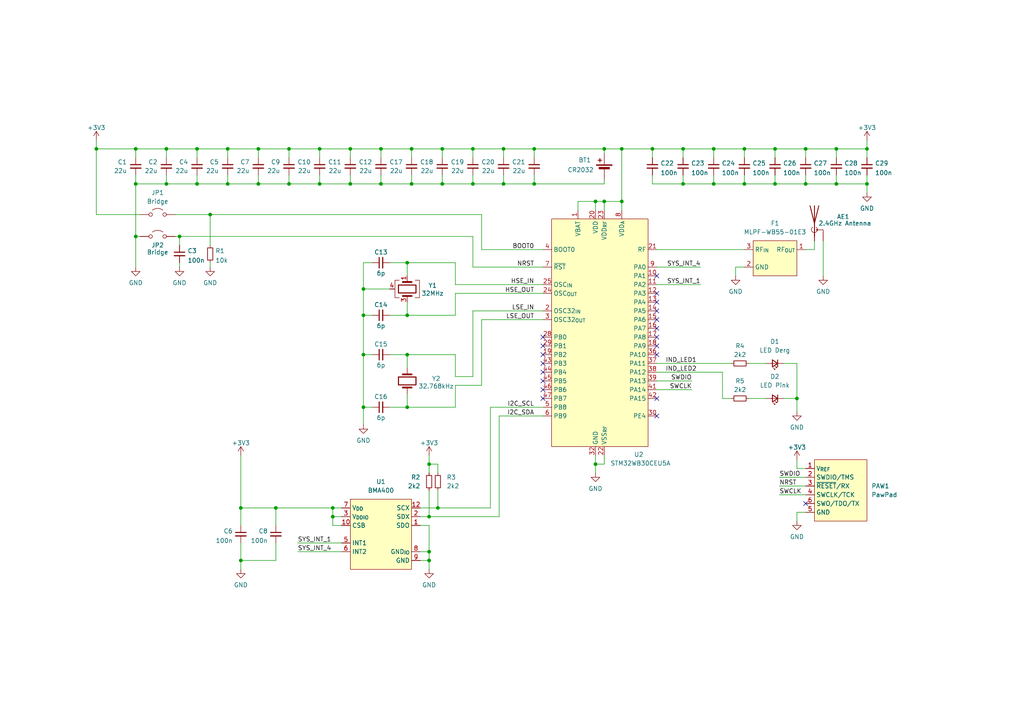
<source format=kicad_sch>
(kicad_sch
	(version 20231120)
	(generator "eeschema")
	(generator_version "8.0")
	(uuid "24accea3-df6c-45c7-b35c-f542bb09f11d")
	(paper "A4")
	(lib_symbols
		(symbol "AirTag:MLPF-WB55-01E3"
			(exclude_from_sim no)
			(in_bom yes)
			(on_board yes)
			(property "Reference" "F"
				(at 0 9.398 0)
				(effects
					(font
						(size 1.27 1.27)
					)
				)
			)
			(property "Value" "MLPF-WB55-01E3"
				(at -0.254 7.366 0)
				(effects
					(font
						(size 1.27 1.27)
					)
				)
			)
			(property "Footprint" ""
				(at 1.27 0 0)
				(effects
					(font
						(size 1.27 1.27)
					)
					(hide yes)
				)
			)
			(property "Datasheet" ""
				(at 1.27 0 0)
				(effects
					(font
						(size 1.27 1.27)
					)
					(hide yes)
				)
			)
			(property "Description" ""
				(at 1.27 0 0)
				(effects
					(font
						(size 1.27 1.27)
					)
					(hide yes)
				)
			)
			(symbol "MLPF-WB55-01E3_1_1"
				(rectangle
					(start -6.35 5.08)
					(end 6.35 -5.08)
					(stroke
						(width 0)
						(type default)
					)
					(fill
						(type background)
					)
				)
				(pin passive line
					(at 8.89 2.54 180)
					(length 2.54)
					(name "RF_{OUT}"
						(effects
							(font
								(size 1.27 1.27)
							)
						)
					)
					(number "1"
						(effects
							(font
								(size 1.27 1.27)
							)
						)
					)
				)
				(pin passive line
					(at -8.89 -2.54 0)
					(length 2.54)
					(name "GND"
						(effects
							(font
								(size 1.27 1.27)
							)
						)
					)
					(number "2"
						(effects
							(font
								(size 1.27 1.27)
							)
						)
					)
				)
				(pin passive line
					(at -8.89 2.54 0)
					(length 2.54)
					(name "RF_{IN}"
						(effects
							(font
								(size 1.27 1.27)
							)
						)
					)
					(number "3"
						(effects
							(font
								(size 1.27 1.27)
							)
						)
					)
				)
				(pin passive line
					(at -8.89 -2.54 0)
					(length 2.54) hide
					(name "GND"
						(effects
							(font
								(size 1.27 1.27)
							)
						)
					)
					(number "4"
						(effects
							(font
								(size 1.27 1.27)
							)
						)
					)
				)
				(pin passive line
					(at -8.89 -2.54 0)
					(length 2.54) hide
					(name "GND"
						(effects
							(font
								(size 1.27 1.27)
							)
						)
					)
					(number "5"
						(effects
							(font
								(size 1.27 1.27)
							)
						)
					)
				)
				(pin passive line
					(at -8.89 -2.54 0)
					(length 2.54) hide
					(name "GND"
						(effects
							(font
								(size 1.27 1.27)
							)
						)
					)
					(number "6"
						(effects
							(font
								(size 1.27 1.27)
							)
						)
					)
				)
			)
		)
		(symbol "AirTag:PawPad"
			(exclude_from_sim no)
			(in_bom yes)
			(on_board yes)
			(property "Reference" "PAW"
				(at -0.254 13.716 0)
				(effects
					(font
						(size 1.27 1.27)
					)
				)
			)
			(property "Value" "PawPad"
				(at -0.254 11.43 0)
				(effects
					(font
						(size 1.27 1.27)
					)
				)
			)
			(property "Footprint" "AirTag:Paw-Connect_RevB_TC2030-IDC-NL_2x03_P1.27mm_Vertical"
				(at 0 -10.922 0)
				(effects
					(font
						(size 1.27 1.27)
					)
					(hide yes)
				)
			)
			(property "Datasheet" ""
				(at -0.254 11.43 0)
				(effects
					(font
						(size 1.27 1.27)
					)
					(hide yes)
				)
			)
			(property "Description" ""
				(at -0.254 11.43 0)
				(effects
					(font
						(size 1.27 1.27)
					)
					(hide yes)
				)
			)
			(symbol "PawPad_1_1"
				(rectangle
					(start -7.62 8.89)
					(end 7.62 -8.89)
					(stroke
						(width 0)
						(type default)
					)
					(fill
						(type background)
					)
				)
				(pin input line
					(at -10.16 6.35 0)
					(length 2.54)
					(name "V_{REF}"
						(effects
							(font
								(size 1.27 1.27)
							)
						)
					)
					(number "1"
						(effects
							(font
								(size 1.27 1.27)
							)
						)
					)
				)
				(pin input line
					(at -10.16 3.81 0)
					(length 2.54)
					(name "SWDIO/TMS"
						(effects
							(font
								(size 1.27 1.27)
							)
						)
					)
					(number "2"
						(effects
							(font
								(size 1.27 1.27)
							)
						)
					)
				)
				(pin input line
					(at -10.16 1.27 0)
					(length 2.54)
					(name "~{RESET}/RX"
						(effects
							(font
								(size 1.27 1.27)
							)
						)
					)
					(number "3"
						(effects
							(font
								(size 1.27 1.27)
							)
						)
					)
				)
				(pin input line
					(at -10.16 -1.27 0)
					(length 2.54)
					(name "SWCLK/TCK"
						(effects
							(font
								(size 1.27 1.27)
							)
						)
					)
					(number "4"
						(effects
							(font
								(size 1.27 1.27)
							)
						)
					)
				)
				(pin input line
					(at -10.16 -6.35 0)
					(length 2.54)
					(name "GND"
						(effects
							(font
								(size 1.27 1.27)
							)
						)
					)
					(number "5"
						(effects
							(font
								(size 1.27 1.27)
							)
						)
					)
				)
				(pin input line
					(at -10.16 -3.81 0)
					(length 2.54)
					(name "SWO/TDO/TX"
						(effects
							(font
								(size 1.27 1.27)
							)
						)
					)
					(number "6"
						(effects
							(font
								(size 1.27 1.27)
							)
						)
					)
				)
			)
		)
		(symbol "AirTag:STM32WB30CEU5A"
			(exclude_from_sim no)
			(in_bom yes)
			(on_board yes)
			(property "Reference" "U"
				(at 13.208 -36.576 0)
				(effects
					(font
						(size 1.27 1.27)
					)
				)
			)
			(property "Value" "STM32WB30CEU5A"
				(at 13.716 -39.116 0)
				(effects
					(font
						(size 1.27 1.27)
					)
				)
			)
			(property "Footprint" "Package_DFN_QFN:QFN-48-1EP_7x7mm_P0.5mm_EP5.45x5.45mm"
				(at -0.254 -42.672 0)
				(effects
					(font
						(size 1.27 1.27)
					)
					(hide yes)
				)
			)
			(property "Datasheet" ""
				(at -8.89 7.62 0)
				(effects
					(font
						(size 1.27 1.27)
					)
					(hide yes)
				)
			)
			(property "Description" ""
				(at -8.89 7.62 0)
				(effects
					(font
						(size 1.27 1.27)
					)
					(hide yes)
				)
			)
			(symbol "STM32WB30CEU5A_1_1"
				(rectangle
					(start -13.97 33.02)
					(end 13.97 -33.02)
					(stroke
						(width 0)
						(type default)
					)
					(fill
						(type background)
					)
				)
				(pin input line
					(at -6.35 35.56 270)
					(length 2.54)
					(name "VBAT"
						(effects
							(font
								(size 1.27 1.27)
							)
						)
					)
					(number "1"
						(effects
							(font
								(size 1.27 1.27)
							)
						)
					)
				)
				(pin input line
					(at 16.51 16.51 180)
					(length 2.54)
					(name "PA1"
						(effects
							(font
								(size 1.27 1.27)
							)
						)
					)
					(number "10"
						(effects
							(font
								(size 1.27 1.27)
							)
						)
					)
				)
				(pin input line
					(at 16.51 13.97 180)
					(length 2.54)
					(name "PA2"
						(effects
							(font
								(size 1.27 1.27)
							)
						)
					)
					(number "11"
						(effects
							(font
								(size 1.27 1.27)
							)
						)
					)
				)
				(pin input line
					(at 16.51 11.43 180)
					(length 2.54)
					(name "PA3"
						(effects
							(font
								(size 1.27 1.27)
							)
						)
					)
					(number "12"
						(effects
							(font
								(size 1.27 1.27)
							)
						)
					)
				)
				(pin input line
					(at 16.51 8.89 180)
					(length 2.54)
					(name "PA4"
						(effects
							(font
								(size 1.27 1.27)
							)
						)
					)
					(number "13"
						(effects
							(font
								(size 1.27 1.27)
							)
						)
					)
				)
				(pin input line
					(at 16.51 6.35 180)
					(length 2.54)
					(name "PA5"
						(effects
							(font
								(size 1.27 1.27)
							)
						)
					)
					(number "14"
						(effects
							(font
								(size 1.27 1.27)
							)
						)
					)
				)
				(pin input line
					(at 16.51 3.81 180)
					(length 2.54)
					(name "PA6"
						(effects
							(font
								(size 1.27 1.27)
							)
						)
					)
					(number "15"
						(effects
							(font
								(size 1.27 1.27)
							)
						)
					)
				)
				(pin input line
					(at 16.51 1.27 180)
					(length 2.54)
					(name "PA7"
						(effects
							(font
								(size 1.27 1.27)
							)
						)
					)
					(number "16"
						(effects
							(font
								(size 1.27 1.27)
							)
						)
					)
				)
				(pin input line
					(at 16.51 -1.27 180)
					(length 2.54)
					(name "PA8"
						(effects
							(font
								(size 1.27 1.27)
							)
						)
					)
					(number "17"
						(effects
							(font
								(size 1.27 1.27)
							)
						)
					)
				)
				(pin input line
					(at 16.51 -3.81 180)
					(length 2.54)
					(name "PA9"
						(effects
							(font
								(size 1.27 1.27)
							)
						)
					)
					(number "18"
						(effects
							(font
								(size 1.27 1.27)
							)
						)
					)
				)
				(pin input line
					(at -16.51 -6.35 0)
					(length 2.54)
					(name "PB2"
						(effects
							(font
								(size 1.27 1.27)
							)
						)
					)
					(number "19"
						(effects
							(font
								(size 1.27 1.27)
							)
						)
					)
				)
				(pin input line
					(at -16.51 6.35 0)
					(length 2.54)
					(name "OSC32_{IN}"
						(effects
							(font
								(size 1.27 1.27)
							)
						)
					)
					(number "2"
						(effects
							(font
								(size 1.27 1.27)
							)
						)
					)
				)
				(pin input line
					(at -1.27 35.56 270)
					(length 2.54)
					(name "VDD"
						(effects
							(font
								(size 1.27 1.27)
							)
						)
					)
					(number "20"
						(effects
							(font
								(size 1.27 1.27)
							)
						)
					)
				)
				(pin input line
					(at 16.51 24.13 180)
					(length 2.54)
					(name "RF"
						(effects
							(font
								(size 1.27 1.27)
							)
						)
					)
					(number "21"
						(effects
							(font
								(size 1.27 1.27)
							)
						)
					)
				)
				(pin input line
					(at 1.27 -35.56 90)
					(length 2.54)
					(name "VSS_{RF}"
						(effects
							(font
								(size 1.27 1.27)
							)
						)
					)
					(number "22"
						(effects
							(font
								(size 1.27 1.27)
							)
						)
					)
				)
				(pin input line
					(at 1.27 35.56 270)
					(length 2.54)
					(name "VDD_{RF}"
						(effects
							(font
								(size 1.27 1.27)
							)
						)
					)
					(number "23"
						(effects
							(font
								(size 1.27 1.27)
							)
						)
					)
				)
				(pin input line
					(at -16.51 11.43 0)
					(length 2.54)
					(name "OSC_{OUT}"
						(effects
							(font
								(size 1.27 1.27)
							)
						)
					)
					(number "24"
						(effects
							(font
								(size 1.27 1.27)
							)
						)
					)
				)
				(pin input line
					(at -16.51 13.97 0)
					(length 2.54)
					(name "OSC_{IN}"
						(effects
							(font
								(size 1.27 1.27)
							)
						)
					)
					(number "25"
						(effects
							(font
								(size 1.27 1.27)
							)
						)
					)
				)
				(pin input line
					(at -16.51 -1.27 0)
					(length 2.54)
					(name "PB0"
						(effects
							(font
								(size 1.27 1.27)
							)
						)
					)
					(number "28"
						(effects
							(font
								(size 1.27 1.27)
							)
						)
					)
				)
				(pin input line
					(at -16.51 -3.81 0)
					(length 2.54)
					(name "PB1"
						(effects
							(font
								(size 1.27 1.27)
							)
						)
					)
					(number "29"
						(effects
							(font
								(size 1.27 1.27)
							)
						)
					)
				)
				(pin input line
					(at -16.51 3.81 0)
					(length 2.54)
					(name "OSC32_{OUT}"
						(effects
							(font
								(size 1.27 1.27)
							)
						)
					)
					(number "3"
						(effects
							(font
								(size 1.27 1.27)
							)
						)
					)
				)
				(pin input line
					(at 16.51 -24.13 180)
					(length 2.54)
					(name "PE4"
						(effects
							(font
								(size 1.27 1.27)
							)
						)
					)
					(number "30"
						(effects
							(font
								(size 1.27 1.27)
							)
						)
					)
				)
				(pin input line
					(at -1.27 35.56 270)
					(length 2.54) hide
					(name "VDD"
						(effects
							(font
								(size 1.27 1.27)
							)
						)
					)
					(number "31"
						(effects
							(font
								(size 1.27 1.27)
							)
						)
					)
				)
				(pin input line
					(at -1.27 -35.56 90)
					(length 2.54)
					(name "GND"
						(effects
							(font
								(size 1.27 1.27)
							)
						)
					)
					(number "32"
						(effects
							(font
								(size 1.27 1.27)
							)
						)
					)
				)
				(pin input line
					(at -1.27 35.56 270)
					(length 2.54) hide
					(name "VDD"
						(effects
							(font
								(size 1.27 1.27)
							)
						)
					)
					(number "33"
						(effects
							(font
								(size 1.27 1.27)
							)
						)
					)
				)
				(pin input line
					(at -1.27 35.56 270)
					(length 2.54) hide
					(name "VDD"
						(effects
							(font
								(size 1.27 1.27)
							)
						)
					)
					(number "34"
						(effects
							(font
								(size 1.27 1.27)
							)
						)
					)
				)
				(pin input line
					(at -1.27 35.56 270)
					(length 2.54) hide
					(name "VDD"
						(effects
							(font
								(size 1.27 1.27)
							)
						)
					)
					(number "35"
						(effects
							(font
								(size 1.27 1.27)
							)
						)
					)
				)
				(pin input line
					(at 16.51 -6.35 180)
					(length 2.54)
					(name "PA10"
						(effects
							(font
								(size 1.27 1.27)
							)
						)
					)
					(number "36"
						(effects
							(font
								(size 1.27 1.27)
							)
						)
					)
				)
				(pin input line
					(at 16.51 -8.89 180)
					(length 2.54)
					(name "PA11"
						(effects
							(font
								(size 1.27 1.27)
							)
						)
					)
					(number "37"
						(effects
							(font
								(size 1.27 1.27)
							)
						)
					)
				)
				(pin input line
					(at 16.51 -11.43 180)
					(length 2.54)
					(name "PA12"
						(effects
							(font
								(size 1.27 1.27)
							)
						)
					)
					(number "38"
						(effects
							(font
								(size 1.27 1.27)
							)
						)
					)
				)
				(pin input line
					(at 16.51 -13.97 180)
					(length 2.54)
					(name "PA13"
						(effects
							(font
								(size 1.27 1.27)
							)
						)
					)
					(number "39"
						(effects
							(font
								(size 1.27 1.27)
							)
						)
					)
				)
				(pin input line
					(at -16.51 24.13 0)
					(length 2.54)
					(name "BOOT0"
						(effects
							(font
								(size 1.27 1.27)
							)
						)
					)
					(number "4"
						(effects
							(font
								(size 1.27 1.27)
							)
						)
					)
				)
				(pin input line
					(at -1.27 35.56 270)
					(length 2.54) hide
					(name "VDD"
						(effects
							(font
								(size 1.27 1.27)
							)
						)
					)
					(number "40"
						(effects
							(font
								(size 1.27 1.27)
							)
						)
					)
				)
				(pin input line
					(at 16.51 -16.51 180)
					(length 2.54)
					(name "PA14"
						(effects
							(font
								(size 1.27 1.27)
							)
						)
					)
					(number "41"
						(effects
							(font
								(size 1.27 1.27)
							)
						)
					)
				)
				(pin input line
					(at 16.51 -19.05 180)
					(length 2.54)
					(name "PA15"
						(effects
							(font
								(size 1.27 1.27)
							)
						)
					)
					(number "42"
						(effects
							(font
								(size 1.27 1.27)
							)
						)
					)
				)
				(pin input line
					(at -16.51 -8.89 0)
					(length 2.54)
					(name "PB3"
						(effects
							(font
								(size 1.27 1.27)
							)
						)
					)
					(number "43"
						(effects
							(font
								(size 1.27 1.27)
							)
						)
					)
				)
				(pin input line
					(at -16.51 -11.43 0)
					(length 2.54)
					(name "PB4"
						(effects
							(font
								(size 1.27 1.27)
							)
						)
					)
					(number "44"
						(effects
							(font
								(size 1.27 1.27)
							)
						)
					)
				)
				(pin input line
					(at -16.51 -13.97 0)
					(length 2.54)
					(name "PB5"
						(effects
							(font
								(size 1.27 1.27)
							)
						)
					)
					(number "45"
						(effects
							(font
								(size 1.27 1.27)
							)
						)
					)
				)
				(pin input line
					(at -16.51 -16.51 0)
					(length 2.54)
					(name "PB6"
						(effects
							(font
								(size 1.27 1.27)
							)
						)
					)
					(number "46"
						(effects
							(font
								(size 1.27 1.27)
							)
						)
					)
				)
				(pin input line
					(at -16.51 -19.05 0)
					(length 2.54)
					(name "PB7"
						(effects
							(font
								(size 1.27 1.27)
							)
						)
					)
					(number "47"
						(effects
							(font
								(size 1.27 1.27)
							)
						)
					)
				)
				(pin input line
					(at -1.27 35.56 270)
					(length 2.54) hide
					(name "VDD"
						(effects
							(font
								(size 1.27 1.27)
							)
						)
					)
					(number "48"
						(effects
							(font
								(size 1.27 1.27)
							)
						)
					)
				)
				(pin input line
					(at -1.27 -35.56 90)
					(length 2.54) hide
					(name "EP"
						(effects
							(font
								(size 1.27 1.27)
							)
						)
					)
					(number "49"
						(effects
							(font
								(size 1.27 1.27)
							)
						)
					)
				)
				(pin input line
					(at -16.51 -21.59 0)
					(length 2.54)
					(name "PB8"
						(effects
							(font
								(size 1.27 1.27)
							)
						)
					)
					(number "5"
						(effects
							(font
								(size 1.27 1.27)
							)
						)
					)
				)
				(pin input line
					(at -16.51 -24.13 0)
					(length 2.54)
					(name "PB9"
						(effects
							(font
								(size 1.27 1.27)
							)
						)
					)
					(number "6"
						(effects
							(font
								(size 1.27 1.27)
							)
						)
					)
				)
				(pin input line
					(at -16.51 19.05 0)
					(length 2.54)
					(name "~{RST}"
						(effects
							(font
								(size 1.27 1.27)
							)
						)
					)
					(number "7"
						(effects
							(font
								(size 1.27 1.27)
							)
						)
					)
				)
				(pin input line
					(at 6.35 35.56 270)
					(length 2.54)
					(name "VDD_{A}"
						(effects
							(font
								(size 1.27 1.27)
							)
						)
					)
					(number "8"
						(effects
							(font
								(size 1.27 1.27)
							)
						)
					)
				)
				(pin input line
					(at 16.51 19.05 180)
					(length 2.54)
					(name "PA0"
						(effects
							(font
								(size 1.27 1.27)
							)
						)
					)
					(number "9"
						(effects
							(font
								(size 1.27 1.27)
							)
						)
					)
				)
			)
		)
		(symbol "Device:Antenna_Shield"
			(pin_numbers hide)
			(pin_names
				(offset 1.016) hide)
			(exclude_from_sim no)
			(in_bom yes)
			(on_board yes)
			(property "Reference" "AE"
				(at -1.905 4.445 0)
				(effects
					(font
						(size 1.27 1.27)
					)
					(justify right)
				)
			)
			(property "Value" "Antenna_Shield"
				(at -1.905 2.54 0)
				(effects
					(font
						(size 1.27 1.27)
					)
					(justify right)
				)
			)
			(property "Footprint" ""
				(at 0 2.54 0)
				(effects
					(font
						(size 1.27 1.27)
					)
					(hide yes)
				)
			)
			(property "Datasheet" "~"
				(at 0 2.54 0)
				(effects
					(font
						(size 1.27 1.27)
					)
					(hide yes)
				)
			)
			(property "Description" "Antenna with extra pin for shielding"
				(at 0 0 0)
				(effects
					(font
						(size 1.27 1.27)
					)
					(hide yes)
				)
			)
			(property "ki_keywords" "antenna"
				(at 0 0 0)
				(effects
					(font
						(size 1.27 1.27)
					)
					(hide yes)
				)
			)
			(symbol "Antenna_Shield_0_1"
				(arc
					(start -0.508 -1.143)
					(mid -0.8485 -2.1032)
					(end 0 -2.667)
					(stroke
						(width 0)
						(type default)
					)
					(fill
						(type none)
					)
				)
				(arc
					(start 0 -2.667)
					(mid 0.8047 -2.0885)
					(end 0.508 -1.143)
					(stroke
						(width 0)
						(type default)
					)
					(fill
						(type none)
					)
				)
				(polyline
					(pts
						(xy 0 -2.54) (xy 0 0)
					)
					(stroke
						(width 0)
						(type default)
					)
					(fill
						(type none)
					)
				)
				(polyline
					(pts
						(xy 0 5.08) (xy 0 -3.81)
					)
					(stroke
						(width 0.254)
						(type default)
					)
					(fill
						(type none)
					)
				)
				(polyline
					(pts
						(xy 0.762 -1.905) (xy 2.54 -1.905)
					)
					(stroke
						(width 0)
						(type default)
					)
					(fill
						(type none)
					)
				)
				(polyline
					(pts
						(xy 2.54 -2.54) (xy 2.54 -1.905)
					)
					(stroke
						(width 0)
						(type default)
					)
					(fill
						(type none)
					)
				)
				(polyline
					(pts
						(xy 1.27 5.08) (xy 0 0) (xy -1.27 5.08)
					)
					(stroke
						(width 0.254)
						(type default)
					)
					(fill
						(type none)
					)
				)
				(circle
					(center 0.762 -1.905)
					(radius 0.1778)
					(stroke
						(width 0)
						(type default)
					)
					(fill
						(type outline)
					)
				)
			)
			(symbol "Antenna_Shield_1_1"
				(pin input line
					(at 0 -5.08 90)
					(length 2.54)
					(name "A"
						(effects
							(font
								(size 1.27 1.27)
							)
						)
					)
					(number "1"
						(effects
							(font
								(size 1.27 1.27)
							)
						)
					)
				)
				(pin input line
					(at 2.54 -5.08 90)
					(length 2.54)
					(name "Shield"
						(effects
							(font
								(size 1.27 1.27)
							)
						)
					)
					(number "2"
						(effects
							(font
								(size 1.27 1.27)
							)
						)
					)
				)
			)
		)
		(symbol "Device:Battery_Cell"
			(pin_numbers hide)
			(pin_names
				(offset 0) hide)
			(exclude_from_sim no)
			(in_bom yes)
			(on_board yes)
			(property "Reference" "BT"
				(at 2.54 2.54 0)
				(effects
					(font
						(size 1.27 1.27)
					)
					(justify left)
				)
			)
			(property "Value" "Battery_Cell"
				(at 2.54 0 0)
				(effects
					(font
						(size 1.27 1.27)
					)
					(justify left)
				)
			)
			(property "Footprint" ""
				(at 0 1.524 90)
				(effects
					(font
						(size 1.27 1.27)
					)
					(hide yes)
				)
			)
			(property "Datasheet" "~"
				(at 0 1.524 90)
				(effects
					(font
						(size 1.27 1.27)
					)
					(hide yes)
				)
			)
			(property "Description" "Single-cell battery"
				(at 0 0 0)
				(effects
					(font
						(size 1.27 1.27)
					)
					(hide yes)
				)
			)
			(property "ki_keywords" "battery cell"
				(at 0 0 0)
				(effects
					(font
						(size 1.27 1.27)
					)
					(hide yes)
				)
			)
			(symbol "Battery_Cell_0_1"
				(rectangle
					(start -2.286 1.778)
					(end 2.286 1.524)
					(stroke
						(width 0)
						(type default)
					)
					(fill
						(type outline)
					)
				)
				(rectangle
					(start -1.524 1.016)
					(end 1.524 0.508)
					(stroke
						(width 0)
						(type default)
					)
					(fill
						(type outline)
					)
				)
				(polyline
					(pts
						(xy 0 0.762) (xy 0 0)
					)
					(stroke
						(width 0)
						(type default)
					)
					(fill
						(type none)
					)
				)
				(polyline
					(pts
						(xy 0 1.778) (xy 0 2.54)
					)
					(stroke
						(width 0)
						(type default)
					)
					(fill
						(type none)
					)
				)
				(polyline
					(pts
						(xy 0.762 3.048) (xy 1.778 3.048)
					)
					(stroke
						(width 0.254)
						(type default)
					)
					(fill
						(type none)
					)
				)
				(polyline
					(pts
						(xy 1.27 3.556) (xy 1.27 2.54)
					)
					(stroke
						(width 0.254)
						(type default)
					)
					(fill
						(type none)
					)
				)
			)
			(symbol "Battery_Cell_1_1"
				(pin passive line
					(at 0 5.08 270)
					(length 2.54)
					(name "+"
						(effects
							(font
								(size 1.27 1.27)
							)
						)
					)
					(number "1"
						(effects
							(font
								(size 1.27 1.27)
							)
						)
					)
				)
				(pin passive line
					(at 0 -2.54 90)
					(length 2.54)
					(name "-"
						(effects
							(font
								(size 1.27 1.27)
							)
						)
					)
					(number "2"
						(effects
							(font
								(size 1.27 1.27)
							)
						)
					)
				)
			)
		)
		(symbol "Device:C_Small"
			(pin_numbers hide)
			(pin_names
				(offset 0.254) hide)
			(exclude_from_sim no)
			(in_bom yes)
			(on_board yes)
			(property "Reference" "C"
				(at 0.254 1.778 0)
				(effects
					(font
						(size 1.27 1.27)
					)
					(justify left)
				)
			)
			(property "Value" "C_Small"
				(at 0.254 -2.032 0)
				(effects
					(font
						(size 1.27 1.27)
					)
					(justify left)
				)
			)
			(property "Footprint" ""
				(at 0 0 0)
				(effects
					(font
						(size 1.27 1.27)
					)
					(hide yes)
				)
			)
			(property "Datasheet" "~"
				(at 0 0 0)
				(effects
					(font
						(size 1.27 1.27)
					)
					(hide yes)
				)
			)
			(property "Description" "Unpolarized capacitor, small symbol"
				(at 0 0 0)
				(effects
					(font
						(size 1.27 1.27)
					)
					(hide yes)
				)
			)
			(property "ki_keywords" "capacitor cap"
				(at 0 0 0)
				(effects
					(font
						(size 1.27 1.27)
					)
					(hide yes)
				)
			)
			(property "ki_fp_filters" "C_*"
				(at 0 0 0)
				(effects
					(font
						(size 1.27 1.27)
					)
					(hide yes)
				)
			)
			(symbol "C_Small_0_1"
				(polyline
					(pts
						(xy -1.524 -0.508) (xy 1.524 -0.508)
					)
					(stroke
						(width 0.3302)
						(type default)
					)
					(fill
						(type none)
					)
				)
				(polyline
					(pts
						(xy -1.524 0.508) (xy 1.524 0.508)
					)
					(stroke
						(width 0.3048)
						(type default)
					)
					(fill
						(type none)
					)
				)
			)
			(symbol "C_Small_1_1"
				(pin passive line
					(at 0 2.54 270)
					(length 2.032)
					(name "~"
						(effects
							(font
								(size 1.27 1.27)
							)
						)
					)
					(number "1"
						(effects
							(font
								(size 1.27 1.27)
							)
						)
					)
				)
				(pin passive line
					(at 0 -2.54 90)
					(length 2.032)
					(name "~"
						(effects
							(font
								(size 1.27 1.27)
							)
						)
					)
					(number "2"
						(effects
							(font
								(size 1.27 1.27)
							)
						)
					)
				)
			)
		)
		(symbol "Device:Crystal"
			(pin_numbers hide)
			(pin_names
				(offset 1.016) hide)
			(exclude_from_sim no)
			(in_bom yes)
			(on_board yes)
			(property "Reference" "Y"
				(at 0 3.81 0)
				(effects
					(font
						(size 1.27 1.27)
					)
				)
			)
			(property "Value" "Crystal"
				(at 0 -3.81 0)
				(effects
					(font
						(size 1.27 1.27)
					)
				)
			)
			(property "Footprint" ""
				(at 0 0 0)
				(effects
					(font
						(size 1.27 1.27)
					)
					(hide yes)
				)
			)
			(property "Datasheet" "~"
				(at 0 0 0)
				(effects
					(font
						(size 1.27 1.27)
					)
					(hide yes)
				)
			)
			(property "Description" "Two pin crystal"
				(at 0 0 0)
				(effects
					(font
						(size 1.27 1.27)
					)
					(hide yes)
				)
			)
			(property "ki_keywords" "quartz ceramic resonator oscillator"
				(at 0 0 0)
				(effects
					(font
						(size 1.27 1.27)
					)
					(hide yes)
				)
			)
			(property "ki_fp_filters" "Crystal*"
				(at 0 0 0)
				(effects
					(font
						(size 1.27 1.27)
					)
					(hide yes)
				)
			)
			(symbol "Crystal_0_1"
				(rectangle
					(start -1.143 2.54)
					(end 1.143 -2.54)
					(stroke
						(width 0.3048)
						(type default)
					)
					(fill
						(type none)
					)
				)
				(polyline
					(pts
						(xy -2.54 0) (xy -1.905 0)
					)
					(stroke
						(width 0)
						(type default)
					)
					(fill
						(type none)
					)
				)
				(polyline
					(pts
						(xy -1.905 -1.27) (xy -1.905 1.27)
					)
					(stroke
						(width 0.508)
						(type default)
					)
					(fill
						(type none)
					)
				)
				(polyline
					(pts
						(xy 1.905 -1.27) (xy 1.905 1.27)
					)
					(stroke
						(width 0.508)
						(type default)
					)
					(fill
						(type none)
					)
				)
				(polyline
					(pts
						(xy 2.54 0) (xy 1.905 0)
					)
					(stroke
						(width 0)
						(type default)
					)
					(fill
						(type none)
					)
				)
			)
			(symbol "Crystal_1_1"
				(pin passive line
					(at -3.81 0 0)
					(length 1.27)
					(name "1"
						(effects
							(font
								(size 1.27 1.27)
							)
						)
					)
					(number "1"
						(effects
							(font
								(size 1.27 1.27)
							)
						)
					)
				)
				(pin passive line
					(at 3.81 0 180)
					(length 1.27)
					(name "2"
						(effects
							(font
								(size 1.27 1.27)
							)
						)
					)
					(number "2"
						(effects
							(font
								(size 1.27 1.27)
							)
						)
					)
				)
			)
		)
		(symbol "Device:Crystal_GND24"
			(pin_names
				(offset 1.016) hide)
			(exclude_from_sim no)
			(in_bom yes)
			(on_board yes)
			(property "Reference" "Y2"
				(at 7.112 4.445 0)
				(effects
					(font
						(size 1.27 1.27)
					)
				)
			)
			(property "Value" "32MHz"
				(at 7.112 6.35 0)
				(effects
					(font
						(size 1.27 1.27)
					)
				)
			)
			(property "Footprint" "SamacSys_Parts:XRCGB32M000F0Z00R0"
				(at 0 0 0)
				(effects
					(font
						(size 1.27 1.27)
					)
					(hide yes)
				)
			)
			(property "Datasheet" "~"
				(at 0 0 0)
				(effects
					(font
						(size 1.27 1.27)
					)
					(hide yes)
				)
			)
			(property "Description" ""
				(at 0 0 0)
				(effects
					(font
						(size 1.27 1.27)
					)
					(hide yes)
				)
			)
			(property "ki_keywords" "quartz ceramic resonator oscillator"
				(at 0 0 0)
				(effects
					(font
						(size 1.27 1.27)
					)
					(hide yes)
				)
			)
			(property "ki_fp_filters" "Crystal*"
				(at 0 0 0)
				(effects
					(font
						(size 1.27 1.27)
					)
					(hide yes)
				)
			)
			(symbol "Crystal_GND24_0_1"
				(rectangle
					(start -1.143 2.54)
					(end 1.143 -2.54)
					(stroke
						(width 0.3048)
						(type default)
					)
					(fill
						(type none)
					)
				)
				(polyline
					(pts
						(xy -2.54 0) (xy -2.032 0)
					)
					(stroke
						(width 0)
						(type default)
					)
					(fill
						(type none)
					)
				)
				(polyline
					(pts
						(xy -2.032 -1.27) (xy -2.032 1.27)
					)
					(stroke
						(width 0.508)
						(type default)
					)
					(fill
						(type none)
					)
				)
				(polyline
					(pts
						(xy 0 -3.81) (xy 0 -3.556)
					)
					(stroke
						(width 0)
						(type default)
					)
					(fill
						(type none)
					)
				)
				(polyline
					(pts
						(xy 2.032 -1.27) (xy 2.032 1.27)
					)
					(stroke
						(width 0.508)
						(type default)
					)
					(fill
						(type none)
					)
				)
				(polyline
					(pts
						(xy 2.032 0) (xy 2.54 0)
					)
					(stroke
						(width 0)
						(type default)
					)
					(fill
						(type none)
					)
				)
				(polyline
					(pts
						(xy -2.54 -2.286) (xy -2.54 -3.556) (xy 2.54 -3.556) (xy 2.54 -2.286)
					)
					(stroke
						(width 0)
						(type default)
					)
					(fill
						(type none)
					)
				)
				(polyline
					(pts
						(xy -2.54 2.286) (xy -2.54 3.556) (xy 2.54 3.556) (xy 2.54 2.286)
					)
					(stroke
						(width 0)
						(type default)
					)
					(fill
						(type none)
					)
				)
			)
			(symbol "Crystal_GND24_1_1"
				(pin passive line
					(at -3.81 0 0)
					(length 1.27)
					(name "1"
						(effects
							(font
								(size 1.27 1.27)
							)
						)
					)
					(number "1"
						(effects
							(font
								(size 1.27 1.27)
							)
						)
					)
				)
				(pin passive line
					(at 0 -5.08 90)
					(length 1.27) hide
					(name "2"
						(effects
							(font
								(size 1.27 1.27)
							)
						)
					)
					(number "2"
						(effects
							(font
								(size 1.27 1.27)
							)
						)
					)
				)
				(pin passive line
					(at 3.81 0 180)
					(length 1.27)
					(name "3"
						(effects
							(font
								(size 1.27 1.27)
							)
						)
					)
					(number "3"
						(effects
							(font
								(size 1.27 1.27)
							)
						)
					)
				)
				(pin passive line
					(at 0 -5.08 90)
					(length 1.27)
					(name "4"
						(effects
							(font
								(size 1.27 1.27)
							)
						)
					)
					(number "4"
						(effects
							(font
								(size 1.27 1.27)
							)
						)
					)
				)
			)
		)
		(symbol "Device:LED_Small"
			(pin_numbers hide)
			(pin_names
				(offset 0.254) hide)
			(exclude_from_sim no)
			(in_bom yes)
			(on_board yes)
			(property "Reference" "D"
				(at -1.27 3.175 0)
				(effects
					(font
						(size 1.27 1.27)
					)
					(justify left)
				)
			)
			(property "Value" "LED_Small"
				(at -4.445 -2.54 0)
				(effects
					(font
						(size 1.27 1.27)
					)
					(justify left)
				)
			)
			(property "Footprint" ""
				(at 0 0 90)
				(effects
					(font
						(size 1.27 1.27)
					)
					(hide yes)
				)
			)
			(property "Datasheet" "~"
				(at 0 0 90)
				(effects
					(font
						(size 1.27 1.27)
					)
					(hide yes)
				)
			)
			(property "Description" "Light emitting diode, small symbol"
				(at 0 0 0)
				(effects
					(font
						(size 1.27 1.27)
					)
					(hide yes)
				)
			)
			(property "ki_keywords" "LED diode light-emitting-diode"
				(at 0 0 0)
				(effects
					(font
						(size 1.27 1.27)
					)
					(hide yes)
				)
			)
			(property "ki_fp_filters" "LED* LED_SMD:* LED_THT:*"
				(at 0 0 0)
				(effects
					(font
						(size 1.27 1.27)
					)
					(hide yes)
				)
			)
			(symbol "LED_Small_0_1"
				(polyline
					(pts
						(xy -0.762 -1.016) (xy -0.762 1.016)
					)
					(stroke
						(width 0.254)
						(type default)
					)
					(fill
						(type none)
					)
				)
				(polyline
					(pts
						(xy 1.016 0) (xy -0.762 0)
					)
					(stroke
						(width 0)
						(type default)
					)
					(fill
						(type none)
					)
				)
				(polyline
					(pts
						(xy 0.762 -1.016) (xy -0.762 0) (xy 0.762 1.016) (xy 0.762 -1.016)
					)
					(stroke
						(width 0.254)
						(type default)
					)
					(fill
						(type none)
					)
				)
				(polyline
					(pts
						(xy 0 0.762) (xy -0.508 1.27) (xy -0.254 1.27) (xy -0.508 1.27) (xy -0.508 1.016)
					)
					(stroke
						(width 0)
						(type default)
					)
					(fill
						(type none)
					)
				)
				(polyline
					(pts
						(xy 0.508 1.27) (xy 0 1.778) (xy 0.254 1.778) (xy 0 1.778) (xy 0 1.524)
					)
					(stroke
						(width 0)
						(type default)
					)
					(fill
						(type none)
					)
				)
			)
			(symbol "LED_Small_1_1"
				(pin passive line
					(at -2.54 0 0)
					(length 1.778)
					(name "K"
						(effects
							(font
								(size 1.27 1.27)
							)
						)
					)
					(number "1"
						(effects
							(font
								(size 1.27 1.27)
							)
						)
					)
				)
				(pin passive line
					(at 2.54 0 180)
					(length 1.778)
					(name "A"
						(effects
							(font
								(size 1.27 1.27)
							)
						)
					)
					(number "2"
						(effects
							(font
								(size 1.27 1.27)
							)
						)
					)
				)
			)
		)
		(symbol "Device:R_Small"
			(pin_numbers hide)
			(pin_names
				(offset 0.254) hide)
			(exclude_from_sim no)
			(in_bom yes)
			(on_board yes)
			(property "Reference" "R"
				(at 0.762 0.508 0)
				(effects
					(font
						(size 1.27 1.27)
					)
					(justify left)
				)
			)
			(property "Value" "R_Small"
				(at 0.762 -1.016 0)
				(effects
					(font
						(size 1.27 1.27)
					)
					(justify left)
				)
			)
			(property "Footprint" ""
				(at 0 0 0)
				(effects
					(font
						(size 1.27 1.27)
					)
					(hide yes)
				)
			)
			(property "Datasheet" "~"
				(at 0 0 0)
				(effects
					(font
						(size 1.27 1.27)
					)
					(hide yes)
				)
			)
			(property "Description" "Resistor, small symbol"
				(at 0 0 0)
				(effects
					(font
						(size 1.27 1.27)
					)
					(hide yes)
				)
			)
			(property "ki_keywords" "R resistor"
				(at 0 0 0)
				(effects
					(font
						(size 1.27 1.27)
					)
					(hide yes)
				)
			)
			(property "ki_fp_filters" "R_*"
				(at 0 0 0)
				(effects
					(font
						(size 1.27 1.27)
					)
					(hide yes)
				)
			)
			(symbol "R_Small_0_1"
				(rectangle
					(start -0.762 1.778)
					(end 0.762 -1.778)
					(stroke
						(width 0.2032)
						(type default)
					)
					(fill
						(type none)
					)
				)
			)
			(symbol "R_Small_1_1"
				(pin passive line
					(at 0 2.54 270)
					(length 0.762)
					(name "~"
						(effects
							(font
								(size 1.27 1.27)
							)
						)
					)
					(number "1"
						(effects
							(font
								(size 1.27 1.27)
							)
						)
					)
				)
				(pin passive line
					(at 0 -2.54 90)
					(length 0.762)
					(name "~"
						(effects
							(font
								(size 1.27 1.27)
							)
						)
					)
					(number "2"
						(effects
							(font
								(size 1.27 1.27)
							)
						)
					)
				)
			)
		)
		(symbol "Jumper:Jumper_2_Open"
			(pin_numbers hide)
			(pin_names
				(offset 0) hide)
			(exclude_from_sim yes)
			(in_bom yes)
			(on_board yes)
			(property "Reference" "JP"
				(at 0 2.794 0)
				(effects
					(font
						(size 1.27 1.27)
					)
				)
			)
			(property "Value" "Jumper_2_Open"
				(at 0 -2.286 0)
				(effects
					(font
						(size 1.27 1.27)
					)
				)
			)
			(property "Footprint" ""
				(at 0 0 0)
				(effects
					(font
						(size 1.27 1.27)
					)
					(hide yes)
				)
			)
			(property "Datasheet" "~"
				(at 0 0 0)
				(effects
					(font
						(size 1.27 1.27)
					)
					(hide yes)
				)
			)
			(property "Description" "Jumper, 2-pole, open"
				(at 0 0 0)
				(effects
					(font
						(size 1.27 1.27)
					)
					(hide yes)
				)
			)
			(property "ki_keywords" "Jumper SPST"
				(at 0 0 0)
				(effects
					(font
						(size 1.27 1.27)
					)
					(hide yes)
				)
			)
			(property "ki_fp_filters" "Jumper* TestPoint*2Pads* TestPoint*Bridge*"
				(at 0 0 0)
				(effects
					(font
						(size 1.27 1.27)
					)
					(hide yes)
				)
			)
			(symbol "Jumper_2_Open_0_0"
				(circle
					(center -2.032 0)
					(radius 0.508)
					(stroke
						(width 0)
						(type default)
					)
					(fill
						(type none)
					)
				)
				(circle
					(center 2.032 0)
					(radius 0.508)
					(stroke
						(width 0)
						(type default)
					)
					(fill
						(type none)
					)
				)
			)
			(symbol "Jumper_2_Open_0_1"
				(arc
					(start 1.524 1.27)
					(mid 0 1.778)
					(end -1.524 1.27)
					(stroke
						(width 0)
						(type default)
					)
					(fill
						(type none)
					)
				)
			)
			(symbol "Jumper_2_Open_1_1"
				(pin passive line
					(at -5.08 0 0)
					(length 2.54)
					(name "A"
						(effects
							(font
								(size 1.27 1.27)
							)
						)
					)
					(number "1"
						(effects
							(font
								(size 1.27 1.27)
							)
						)
					)
				)
				(pin passive line
					(at 5.08 0 180)
					(length 2.54)
					(name "B"
						(effects
							(font
								(size 1.27 1.27)
							)
						)
					)
					(number "2"
						(effects
							(font
								(size 1.27 1.27)
							)
						)
					)
				)
			)
		)
		(symbol "power:+3V3"
			(power)
			(pin_names
				(offset 0)
			)
			(exclude_from_sim no)
			(in_bom yes)
			(on_board yes)
			(property "Reference" "#PWR"
				(at 0 -3.81 0)
				(effects
					(font
						(size 1.27 1.27)
					)
					(hide yes)
				)
			)
			(property "Value" "+3V3"
				(at 0 3.556 0)
				(effects
					(font
						(size 1.27 1.27)
					)
				)
			)
			(property "Footprint" ""
				(at 0 0 0)
				(effects
					(font
						(size 1.27 1.27)
					)
					(hide yes)
				)
			)
			(property "Datasheet" ""
				(at 0 0 0)
				(effects
					(font
						(size 1.27 1.27)
					)
					(hide yes)
				)
			)
			(property "Description" "Power symbol creates a global label with name \"+3V3\""
				(at 0 0 0)
				(effects
					(font
						(size 1.27 1.27)
					)
					(hide yes)
				)
			)
			(property "ki_keywords" "power-flag"
				(at 0 0 0)
				(effects
					(font
						(size 1.27 1.27)
					)
					(hide yes)
				)
			)
			(symbol "+3V3_0_1"
				(polyline
					(pts
						(xy -0.762 1.27) (xy 0 2.54)
					)
					(stroke
						(width 0)
						(type default)
					)
					(fill
						(type none)
					)
				)
				(polyline
					(pts
						(xy 0 0) (xy 0 2.54)
					)
					(stroke
						(width 0)
						(type default)
					)
					(fill
						(type none)
					)
				)
				(polyline
					(pts
						(xy 0 2.54) (xy 0.762 1.27)
					)
					(stroke
						(width 0)
						(type default)
					)
					(fill
						(type none)
					)
				)
			)
			(symbol "+3V3_1_1"
				(pin power_in line
					(at 0 0 90)
					(length 0) hide
					(name "+3V3"
						(effects
							(font
								(size 1.27 1.27)
							)
						)
					)
					(number "1"
						(effects
							(font
								(size 1.27 1.27)
							)
						)
					)
				)
			)
		)
		(symbol "power:GND"
			(power)
			(pin_names
				(offset 0)
			)
			(exclude_from_sim no)
			(in_bom yes)
			(on_board yes)
			(property "Reference" "#PWR"
				(at 0 -6.35 0)
				(effects
					(font
						(size 1.27 1.27)
					)
					(hide yes)
				)
			)
			(property "Value" "GND"
				(at 0 -3.81 0)
				(effects
					(font
						(size 1.27 1.27)
					)
				)
			)
			(property "Footprint" ""
				(at 0 0 0)
				(effects
					(font
						(size 1.27 1.27)
					)
					(hide yes)
				)
			)
			(property "Datasheet" ""
				(at 0 0 0)
				(effects
					(font
						(size 1.27 1.27)
					)
					(hide yes)
				)
			)
			(property "Description" "Power symbol creates a global label with name \"GND\" , ground"
				(at 0 0 0)
				(effects
					(font
						(size 1.27 1.27)
					)
					(hide yes)
				)
			)
			(property "ki_keywords" "power-flag"
				(at 0 0 0)
				(effects
					(font
						(size 1.27 1.27)
					)
					(hide yes)
				)
			)
			(symbol "GND_0_1"
				(polyline
					(pts
						(xy 0 0) (xy 0 -1.27) (xy 1.27 -1.27) (xy 0 -2.54) (xy -1.27 -1.27) (xy 0 -1.27)
					)
					(stroke
						(width 0)
						(type default)
					)
					(fill
						(type none)
					)
				)
			)
			(symbol "GND_1_1"
				(pin power_in line
					(at 0 0 270)
					(length 0) hide
					(name "GND"
						(effects
							(font
								(size 1.27 1.27)
							)
						)
					)
					(number "1"
						(effects
							(font
								(size 1.27 1.27)
							)
						)
					)
				)
			)
		)
		(symbol "sensors:BMA400"
			(exclude_from_sim no)
			(in_bom yes)
			(on_board yes)
			(property "Reference" "U2"
				(at 0 15.24 0)
				(effects
					(font
						(size 1.27 1.27)
					)
				)
			)
			(property "Value" "BMA400"
				(at 0 12.7 0)
				(effects
					(font
						(size 1.27 1.27)
					)
				)
			)
			(property "Footprint" "kicad_footprints:LGA-12"
				(at 0.508 -12.7 0)
				(effects
					(font
						(size 1.27 1.27)
					)
					(hide yes)
				)
			)
			(property "Datasheet" ""
				(at -1.27 13.97 0)
				(effects
					(font
						(size 1.27 1.27)
					)
					(hide yes)
				)
			)
			(property "Description" ""
				(at -1.27 13.97 0)
				(effects
					(font
						(size 1.27 1.27)
					)
					(hide yes)
				)
			)
			(symbol "BMA400_1_1"
				(rectangle
					(start -8.89 10.16)
					(end 8.89 -10.16)
					(stroke
						(width 0)
						(type default)
					)
					(fill
						(type background)
					)
				)
				(pin input line
					(at -11.43 2.54 0)
					(length 2.54)
					(name "SDO"
						(effects
							(font
								(size 1.27 1.27)
							)
						)
					)
					(number "1"
						(effects
							(font
								(size 1.27 1.27)
							)
						)
					)
				)
				(pin input line
					(at 11.43 2.54 180)
					(length 2.54)
					(name "CSB"
						(effects
							(font
								(size 1.27 1.27)
							)
						)
					)
					(number "10"
						(effects
							(font
								(size 1.27 1.27)
							)
						)
					)
				)
				(pin input line
					(at -11.43 7.62 0)
					(length 2.54)
					(name "SCX"
						(effects
							(font
								(size 1.27 1.27)
							)
						)
					)
					(number "12"
						(effects
							(font
								(size 1.27 1.27)
							)
						)
					)
				)
				(pin input line
					(at -11.43 5.08 0)
					(length 2.54)
					(name "SDX"
						(effects
							(font
								(size 1.27 1.27)
							)
						)
					)
					(number "2"
						(effects
							(font
								(size 1.27 1.27)
							)
						)
					)
				)
				(pin input line
					(at 11.43 5.08 180)
					(length 2.54)
					(name "V_{DDIO}"
						(effects
							(font
								(size 1.27 1.27)
							)
						)
					)
					(number "3"
						(effects
							(font
								(size 1.27 1.27)
							)
						)
					)
				)
				(pin input line
					(at 11.43 -2.54 180)
					(length 2.54)
					(name "INT1"
						(effects
							(font
								(size 1.27 1.27)
							)
						)
					)
					(number "5"
						(effects
							(font
								(size 1.27 1.27)
							)
						)
					)
				)
				(pin input line
					(at 11.43 -5.08 180)
					(length 2.54)
					(name "INT2"
						(effects
							(font
								(size 1.27 1.27)
							)
						)
					)
					(number "6"
						(effects
							(font
								(size 1.27 1.27)
							)
						)
					)
				)
				(pin input line
					(at 11.43 7.62 180)
					(length 2.54)
					(name "V_{DD}"
						(effects
							(font
								(size 1.27 1.27)
							)
						)
					)
					(number "7"
						(effects
							(font
								(size 1.27 1.27)
							)
						)
					)
				)
				(pin input line
					(at -11.43 -5.08 0)
					(length 2.54)
					(name "GND_{IO}"
						(effects
							(font
								(size 1.27 1.27)
							)
						)
					)
					(number "8"
						(effects
							(font
								(size 1.27 1.27)
							)
						)
					)
				)
				(pin input line
					(at -11.43 -7.62 0)
					(length 2.54)
					(name "GND"
						(effects
							(font
								(size 1.27 1.27)
							)
						)
					)
					(number "9"
						(effects
							(font
								(size 1.27 1.27)
							)
						)
					)
				)
			)
		)
	)
	(junction
		(at 224.79 53.34)
		(diameter 0)
		(color 0 0 0 0)
		(uuid "006ff9e2-fc51-43d6-bb7e-cfb990a49e08")
	)
	(junction
		(at 207.01 53.34)
		(diameter 0)
		(color 0 0 0 0)
		(uuid "07077b81-d565-4c34-bd7a-7341fde95047")
	)
	(junction
		(at 66.04 53.34)
		(diameter 0)
		(color 0 0 0 0)
		(uuid "08115ee7-979d-4692-9425-a6cd9dfc823a")
	)
	(junction
		(at 110.49 53.34)
		(diameter 0)
		(color 0 0 0 0)
		(uuid "0cb9d029-9754-4d95-bad7-b4f67a8ab191")
	)
	(junction
		(at 242.57 43.18)
		(diameter 0)
		(color 0 0 0 0)
		(uuid "1468090d-341b-41c9-8ae6-0706e38e52a5")
	)
	(junction
		(at 101.6 43.18)
		(diameter 0)
		(color 0 0 0 0)
		(uuid "1872eb41-64ea-4633-aa09-873e44c02523")
	)
	(junction
		(at 105.41 118.11)
		(diameter 0)
		(color 0 0 0 0)
		(uuid "1ca70251-019d-4341-98a8-7e013cbf9978")
	)
	(junction
		(at 74.93 43.18)
		(diameter 0)
		(color 0 0 0 0)
		(uuid "20c7c0d1-091a-471c-bb3d-f5d3b0f8954d")
	)
	(junction
		(at 83.82 53.34)
		(diameter 0)
		(color 0 0 0 0)
		(uuid "2b94c09c-20a1-42d1-a8cb-8ec676faeb2d")
	)
	(junction
		(at 231.14 115.57)
		(diameter 0)
		(color 0 0 0 0)
		(uuid "2c19b37f-62d7-47f2-a407-55188380f741")
	)
	(junction
		(at 118.11 91.44)
		(diameter 0)
		(color 0 0 0 0)
		(uuid "2d35744f-fdf2-42d4-b34c-2bdb5109349a")
	)
	(junction
		(at 118.11 102.87)
		(diameter 0)
		(color 0 0 0 0)
		(uuid "34829dd1-1d5b-443c-aa74-cd486afc35f7")
	)
	(junction
		(at 27.94 43.18)
		(diameter 0)
		(color 0 0 0 0)
		(uuid "34c81746-0259-4fad-b627-6f38007eb47d")
	)
	(junction
		(at 92.71 43.18)
		(diameter 0)
		(color 0 0 0 0)
		(uuid "351aa6c4-d627-4d71-ae01-abae2a2abefe")
	)
	(junction
		(at 233.68 53.34)
		(diameter 0)
		(color 0 0 0 0)
		(uuid "3bcb6698-d80c-4fda-aad0-a9857249e1ce")
	)
	(junction
		(at 39.37 68.58)
		(diameter 0)
		(color 0 0 0 0)
		(uuid "3c5e10ca-4554-4d43-8cb1-7c2bcb990ca7")
	)
	(junction
		(at 124.46 160.02)
		(diameter 0)
		(color 0 0 0 0)
		(uuid "4723b501-f665-4079-9218-e473b6d956ca")
	)
	(junction
		(at 154.94 43.18)
		(diameter 0)
		(color 0 0 0 0)
		(uuid "4b9d88fb-42c5-4a08-80b7-62d1671fab2e")
	)
	(junction
		(at 119.38 43.18)
		(diameter 0)
		(color 0 0 0 0)
		(uuid "54c29a58-e3fa-4da4-a597-183a058d0c0b")
	)
	(junction
		(at 119.38 53.34)
		(diameter 0)
		(color 0 0 0 0)
		(uuid "5bd6ae66-7f8f-4424-aefa-9d59d83a40aa")
	)
	(junction
		(at 92.71 53.34)
		(diameter 0)
		(color 0 0 0 0)
		(uuid "5e0e302f-56ba-48da-8522-2799e4fa3930")
	)
	(junction
		(at 110.49 43.18)
		(diameter 0)
		(color 0 0 0 0)
		(uuid "5e1af5f5-1a08-4c39-be1e-d5b1e6572636")
	)
	(junction
		(at 69.85 147.32)
		(diameter 0)
		(color 0 0 0 0)
		(uuid "60bd233a-6d81-4357-8ae5-6fad621afccd")
	)
	(junction
		(at 57.15 43.18)
		(diameter 0)
		(color 0 0 0 0)
		(uuid "67e88e59-fcd8-4e6f-a30e-20e5daa61ab8")
	)
	(junction
		(at 251.46 43.18)
		(diameter 0)
		(color 0 0 0 0)
		(uuid "6a81747c-b680-4c3c-af3e-ac632a7e5ed1")
	)
	(junction
		(at 233.68 43.18)
		(diameter 0)
		(color 0 0 0 0)
		(uuid "6b510c6a-273c-4cc1-86a1-71c6d0eacdd2")
	)
	(junction
		(at 39.37 53.34)
		(diameter 0)
		(color 0 0 0 0)
		(uuid "6d8cb523-551d-4886-a79e-59b238c34326")
	)
	(junction
		(at 198.12 53.34)
		(diameter 0)
		(color 0 0 0 0)
		(uuid "74964024-9adc-4377-ac0b-4bdc5cf5fcca")
	)
	(junction
		(at 124.46 162.56)
		(diameter 0)
		(color 0 0 0 0)
		(uuid "750a4968-dae0-415b-b325-92ec6c698c45")
	)
	(junction
		(at 127 147.32)
		(diameter 0)
		(color 0 0 0 0)
		(uuid "7a17bcc2-4aa7-454f-a684-11dbb1b0620d")
	)
	(junction
		(at 48.26 43.18)
		(diameter 0)
		(color 0 0 0 0)
		(uuid "8288f1a3-ace9-4b6d-896e-8f41096aeb18")
	)
	(junction
		(at 105.41 83.82)
		(diameter 0)
		(color 0 0 0 0)
		(uuid "85b07c44-156d-4f5d-87a7-8f54a8f163ed")
	)
	(junction
		(at 215.9 53.34)
		(diameter 0)
		(color 0 0 0 0)
		(uuid "94913858-75bd-44c7-9150-2f9972a99ba2")
	)
	(junction
		(at 39.37 43.18)
		(diameter 0)
		(color 0 0 0 0)
		(uuid "965e912f-f1ed-4287-b13b-f5ff7529fbe0")
	)
	(junction
		(at 124.46 134.62)
		(diameter 0)
		(color 0 0 0 0)
		(uuid "9b7a6502-c312-4a9f-9c6f-fdae12c2b2dc")
	)
	(junction
		(at 207.01 43.18)
		(diameter 0)
		(color 0 0 0 0)
		(uuid "a00e6fc3-1ced-4fe7-aefa-e7b7204a5ead")
	)
	(junction
		(at 128.27 43.18)
		(diameter 0)
		(color 0 0 0 0)
		(uuid "a3a79f55-6f80-4d06-9f80-73c46ccff0d0")
	)
	(junction
		(at 57.15 53.34)
		(diameter 0)
		(color 0 0 0 0)
		(uuid "a62a2fe8-8c35-48f0-a121-e3c093538670")
	)
	(junction
		(at 52.07 68.58)
		(diameter 0)
		(color 0 0 0 0)
		(uuid "a7af0344-b702-48be-8ce5-c0b2a87b5616")
	)
	(junction
		(at 83.82 43.18)
		(diameter 0)
		(color 0 0 0 0)
		(uuid "a9534836-8a23-46c9-aa4b-a23dfc3ca0ba")
	)
	(junction
		(at 96.52 149.86)
		(diameter 0)
		(color 0 0 0 0)
		(uuid "ac06a565-eb3c-4ea9-8590-30dad2e9b9a0")
	)
	(junction
		(at 154.94 53.34)
		(diameter 0)
		(color 0 0 0 0)
		(uuid "af9ca647-b52b-46bd-8f80-6717e60c72a8")
	)
	(junction
		(at 105.41 91.44)
		(diameter 0)
		(color 0 0 0 0)
		(uuid "b3187abc-34ce-48cf-a8d9-502fe8691960")
	)
	(junction
		(at 198.12 43.18)
		(diameter 0)
		(color 0 0 0 0)
		(uuid "b3e156c8-e339-4555-b346-c4cb499ea004")
	)
	(junction
		(at 175.26 43.18)
		(diameter 0)
		(color 0 0 0 0)
		(uuid "c0eae153-54fd-41a8-b17b-90f11dd76a0e")
	)
	(junction
		(at 101.6 53.34)
		(diameter 0)
		(color 0 0 0 0)
		(uuid "c162ffb0-6c47-4f28-bd8c-4daf82a24cdf")
	)
	(junction
		(at 105.41 102.87)
		(diameter 0)
		(color 0 0 0 0)
		(uuid "c38fb6b3-bf90-4c2d-ada2-fb78e8ae9d1e")
	)
	(junction
		(at 251.46 53.34)
		(diameter 0)
		(color 0 0 0 0)
		(uuid "c5852529-5bc6-4b3d-96f7-316b844210ed")
	)
	(junction
		(at 137.16 53.34)
		(diameter 0)
		(color 0 0 0 0)
		(uuid "c943db9b-6224-414f-8281-9b2f38a21881")
	)
	(junction
		(at 137.16 43.18)
		(diameter 0)
		(color 0 0 0 0)
		(uuid "ca5b768f-6173-4f69-9bbe-fce8c97eb980")
	)
	(junction
		(at 118.11 118.11)
		(diameter 0)
		(color 0 0 0 0)
		(uuid "cab332d9-a4fd-4fac-a8d9-fb861a59eb8f")
	)
	(junction
		(at 128.27 53.34)
		(diameter 0)
		(color 0 0 0 0)
		(uuid "cf13791b-de70-483f-ac9f-18a61439ba00")
	)
	(junction
		(at 189.23 43.18)
		(diameter 0)
		(color 0 0 0 0)
		(uuid "d0a9496a-5f76-4888-a860-402c3a5b4f77")
	)
	(junction
		(at 118.11 76.2)
		(diameter 0)
		(color 0 0 0 0)
		(uuid "d10864a2-93a3-450a-bd27-34e3adbfa486")
	)
	(junction
		(at 80.01 147.32)
		(diameter 0)
		(color 0 0 0 0)
		(uuid "d4393b4b-1fe0-4e3d-857a-62e9db14d5fa")
	)
	(junction
		(at 242.57 53.34)
		(diameter 0)
		(color 0 0 0 0)
		(uuid "d5a6b98f-b433-441d-82e6-ce88f1858955")
	)
	(junction
		(at 172.72 134.62)
		(diameter 0)
		(color 0 0 0 0)
		(uuid "d5dab4a0-5b34-4814-b35e-2d2d4678318a")
	)
	(junction
		(at 69.85 162.56)
		(diameter 0)
		(color 0 0 0 0)
		(uuid "d5fbad00-1aa8-4b2f-b7aa-370a72371fb3")
	)
	(junction
		(at 146.05 53.34)
		(diameter 0)
		(color 0 0 0 0)
		(uuid "d63170be-2d6f-44c8-ad40-ee8c2c5f5f9d")
	)
	(junction
		(at 224.79 43.18)
		(diameter 0)
		(color 0 0 0 0)
		(uuid "d6e927e0-ab79-4a49-bfca-9b2d89ae51dc")
	)
	(junction
		(at 66.04 43.18)
		(diameter 0)
		(color 0 0 0 0)
		(uuid "d897253d-46e3-4138-ba7d-0d28e4163c38")
	)
	(junction
		(at 180.34 58.42)
		(diameter 0)
		(color 0 0 0 0)
		(uuid "da276b40-3413-4ce8-9dc2-a5a0a3d14256")
	)
	(junction
		(at 48.26 53.34)
		(diameter 0)
		(color 0 0 0 0)
		(uuid "dbf210a2-b4fb-4e1b-88fd-4a94a70e15f5")
	)
	(junction
		(at 215.9 43.18)
		(diameter 0)
		(color 0 0 0 0)
		(uuid "e313b595-92e8-4252-943e-efd8ef722533")
	)
	(junction
		(at 74.93 53.34)
		(diameter 0)
		(color 0 0 0 0)
		(uuid "e42ba1f0-1802-4af9-9dde-dc074786d2ba")
	)
	(junction
		(at 172.72 58.42)
		(diameter 0)
		(color 0 0 0 0)
		(uuid "e67c0f1e-d01c-4992-9994-d10e3030dcf5")
	)
	(junction
		(at 124.46 149.86)
		(diameter 0)
		(color 0 0 0 0)
		(uuid "e79cd50b-c51b-4b39-97c7-03ae7431049b")
	)
	(junction
		(at 175.26 58.42)
		(diameter 0)
		(color 0 0 0 0)
		(uuid "e8450116-882b-4594-aee6-47c5c4b8c7d5")
	)
	(junction
		(at 96.52 147.32)
		(diameter 0)
		(color 0 0 0 0)
		(uuid "f44d756e-2c69-4b4f-875f-7766ae0c835f")
	)
	(junction
		(at 60.96 62.23)
		(diameter 0)
		(color 0 0 0 0)
		(uuid "f9195676-e8b4-4dc4-83eb-89cea17e13d4")
	)
	(junction
		(at 180.34 43.18)
		(diameter 0)
		(color 0 0 0 0)
		(uuid "fb3db45d-759a-44c2-8f55-74d4f19499d0")
	)
	(junction
		(at 146.05 43.18)
		(diameter 0)
		(color 0 0 0 0)
		(uuid "fc17444d-6ac6-40a6-924b-349cd6e81fd7")
	)
	(no_connect
		(at 190.5 120.65)
		(uuid "0445e608-2ba6-47ef-ae07-c7b27ed9f9d7")
	)
	(no_connect
		(at 157.48 105.41)
		(uuid "20818cdf-e321-43b6-8a10-3e4175e3e50d")
	)
	(no_connect
		(at 157.48 115.57)
		(uuid "34f68d97-a9df-48ad-b7bb-9805be9b99be")
	)
	(no_connect
		(at 157.48 100.33)
		(uuid "5839d9af-1493-4b08-8d5b-fa07d561fc84")
	)
	(no_connect
		(at 190.5 95.25)
		(uuid "5d73530a-f553-4462-a5a5-8bf653d652a4")
	)
	(no_connect
		(at 190.5 92.71)
		(uuid "670f2014-addc-4b91-a105-916ef65f4d95")
	)
	(no_connect
		(at 190.5 102.87)
		(uuid "6addd655-76e6-4d53-9005-b76e71abaed4")
	)
	(no_connect
		(at 190.5 87.63)
		(uuid "796b0247-8482-4bd6-878d-4435de96422d")
	)
	(no_connect
		(at 157.48 102.87)
		(uuid "7aa1ea47-8223-4f0b-b599-7b6f3a644575")
	)
	(no_connect
		(at 190.5 100.33)
		(uuid "81c64993-6f35-49c0-83a9-8ce25b9a54f5")
	)
	(no_connect
		(at 190.5 115.57)
		(uuid "9aaab733-7ac8-446e-bee0-cf09d662241c")
	)
	(no_connect
		(at 157.48 110.49)
		(uuid "a0d58bba-be3d-4d08-be4a-bb4071b16e7a")
	)
	(no_connect
		(at 190.5 90.17)
		(uuid "ad042b37-03c8-483d-9b84-f496632865a5")
	)
	(no_connect
		(at 157.48 97.79)
		(uuid "ae3b0940-d2b8-439b-9612-f6bcfb9e314b")
	)
	(no_connect
		(at 190.5 80.01)
		(uuid "b2011ea6-cf23-47af-8a7f-4f7a67ffd6e3")
	)
	(no_connect
		(at 233.68 146.05)
		(uuid "d5fcc73a-0649-4470-80ba-1595df4a0067")
	)
	(no_connect
		(at 157.48 107.95)
		(uuid "e12f6a2e-63b0-4b1a-8947-0222119e8be2")
	)
	(no_connect
		(at 157.48 113.03)
		(uuid "e552f353-4486-49ab-8146-bac8dabe04e9")
	)
	(no_connect
		(at 190.5 97.79)
		(uuid "e74867e3-06d8-403c-9ed3-3c58e15016a0")
	)
	(no_connect
		(at 190.5 85.09)
		(uuid "f74e5934-37b1-4e3e-ae4a-178d07bc2d43")
	)
	(wire
		(pts
			(xy 213.36 77.47) (xy 213.36 80.01)
		)
		(stroke
			(width 0)
			(type default)
		)
		(uuid "012bad97-28da-41f2-8a23-6c3a2012ee74")
	)
	(wire
		(pts
			(xy 226.06 140.97) (xy 233.68 140.97)
		)
		(stroke
			(width 0)
			(type default)
		)
		(uuid "02c56a70-4af7-4bdd-9019-05bfdbc36ec3")
	)
	(wire
		(pts
			(xy 189.23 43.18) (xy 189.23 45.72)
		)
		(stroke
			(width 0)
			(type default)
		)
		(uuid "0439ad32-589d-4d14-a01c-eea40012b5b0")
	)
	(wire
		(pts
			(xy 48.26 53.34) (xy 57.15 53.34)
		)
		(stroke
			(width 0)
			(type default)
		)
		(uuid "04d88d0c-8d2d-4ff5-aa64-5ed80501ce67")
	)
	(wire
		(pts
			(xy 146.05 43.18) (xy 146.05 45.72)
		)
		(stroke
			(width 0)
			(type default)
		)
		(uuid "0519da63-a776-404f-ae05-44aaaba01351")
	)
	(wire
		(pts
			(xy 105.41 91.44) (xy 107.95 91.44)
		)
		(stroke
			(width 0)
			(type default)
		)
		(uuid "070aaab2-24c4-4e1f-9ec9-c9d47683686a")
	)
	(wire
		(pts
			(xy 132.08 118.11) (xy 118.11 118.11)
		)
		(stroke
			(width 0)
			(type default)
		)
		(uuid "0d726776-d2b2-406a-9809-a63d7b76eb45")
	)
	(wire
		(pts
			(xy 101.6 53.34) (xy 101.6 50.8)
		)
		(stroke
			(width 0)
			(type default)
		)
		(uuid "0f5a5901-b8bb-44f1-b704-2571b63c480f")
	)
	(wire
		(pts
			(xy 99.06 149.86) (xy 96.52 149.86)
		)
		(stroke
			(width 0)
			(type default)
		)
		(uuid "0f6df2f3-67ba-4e11-bcb6-af11d11577fe")
	)
	(wire
		(pts
			(xy 127 147.32) (xy 142.24 147.32)
		)
		(stroke
			(width 0)
			(type default)
		)
		(uuid "14b035ac-0b27-4093-8a96-06574bdbda7f")
	)
	(wire
		(pts
			(xy 105.41 91.44) (xy 105.41 102.87)
		)
		(stroke
			(width 0)
			(type default)
		)
		(uuid "15069a1e-a336-4318-9888-668d8403f077")
	)
	(wire
		(pts
			(xy 96.52 149.86) (xy 96.52 152.4)
		)
		(stroke
			(width 0)
			(type default)
		)
		(uuid "18231f0f-7af9-4330-b510-6398a9dc4abe")
	)
	(wire
		(pts
			(xy 92.71 43.18) (xy 92.71 45.72)
		)
		(stroke
			(width 0)
			(type default)
		)
		(uuid "1892b513-9033-491b-954c-eb83f6da217c")
	)
	(wire
		(pts
			(xy 105.41 102.87) (xy 107.95 102.87)
		)
		(stroke
			(width 0)
			(type default)
		)
		(uuid "18c281f9-e1f5-485a-b662-98a69e2b2f73")
	)
	(wire
		(pts
			(xy 121.92 152.4) (xy 124.46 152.4)
		)
		(stroke
			(width 0)
			(type default)
		)
		(uuid "19503dc6-4ea2-4900-825e-197e45e750d2")
	)
	(wire
		(pts
			(xy 207.01 53.34) (xy 215.9 53.34)
		)
		(stroke
			(width 0)
			(type default)
		)
		(uuid "19959c24-683b-4bbf-8449-4368e09e4d2b")
	)
	(wire
		(pts
			(xy 113.03 76.2) (xy 118.11 76.2)
		)
		(stroke
			(width 0)
			(type default)
		)
		(uuid "1a7fd660-6242-4738-ae8e-a6d9ee6d71f3")
	)
	(wire
		(pts
			(xy 190.5 110.49) (xy 200.66 110.49)
		)
		(stroke
			(width 0)
			(type default)
		)
		(uuid "1a8fdb61-f736-4686-8835-3e47a363671c")
	)
	(wire
		(pts
			(xy 118.11 114.3) (xy 118.11 118.11)
		)
		(stroke
			(width 0)
			(type default)
		)
		(uuid "1bcd2cd1-8c3a-4ff1-bfe3-af2e87f8671e")
	)
	(wire
		(pts
			(xy 80.01 147.32) (xy 69.85 147.32)
		)
		(stroke
			(width 0)
			(type default)
		)
		(uuid "1d2f597b-4cdf-488b-abe8-600fd49f6a38")
	)
	(wire
		(pts
			(xy 200.66 113.03) (xy 190.5 113.03)
		)
		(stroke
			(width 0)
			(type default)
		)
		(uuid "1e0f3429-dc2a-4e2e-9312-fd2db9495e3c")
	)
	(wire
		(pts
			(xy 99.06 147.32) (xy 96.52 147.32)
		)
		(stroke
			(width 0)
			(type default)
		)
		(uuid "1f986219-28e2-4c99-900e-3b0b871325d5")
	)
	(wire
		(pts
			(xy 172.72 132.08) (xy 172.72 134.62)
		)
		(stroke
			(width 0)
			(type default)
		)
		(uuid "204784dd-d96a-414f-b48a-3e17d71bad18")
	)
	(wire
		(pts
			(xy 236.22 69.85) (xy 236.22 72.39)
		)
		(stroke
			(width 0)
			(type default)
		)
		(uuid "2057278d-e692-4065-8f22-1c2d6b996ff8")
	)
	(wire
		(pts
			(xy 113.03 118.11) (xy 118.11 118.11)
		)
		(stroke
			(width 0)
			(type default)
		)
		(uuid "2119ddda-4316-4e64-86d9-acf3a791fd29")
	)
	(wire
		(pts
			(xy 154.94 53.34) (xy 175.26 53.34)
		)
		(stroke
			(width 0)
			(type default)
		)
		(uuid "21c2706b-58ec-430c-a7b4-f717eda594fb")
	)
	(wire
		(pts
			(xy 101.6 43.18) (xy 110.49 43.18)
		)
		(stroke
			(width 0)
			(type default)
		)
		(uuid "21ddfdb2-0422-42c5-9d58-e1124b4fc1e2")
	)
	(wire
		(pts
			(xy 175.26 43.18) (xy 180.34 43.18)
		)
		(stroke
			(width 0)
			(type default)
		)
		(uuid "22edfa00-d546-46a7-9d4b-e40a9da90529")
	)
	(wire
		(pts
			(xy 198.12 43.18) (xy 198.12 45.72)
		)
		(stroke
			(width 0)
			(type default)
		)
		(uuid "2411e787-d554-489a-9b24-4f0a6ada1931")
	)
	(wire
		(pts
			(xy 80.01 162.56) (xy 69.85 162.56)
		)
		(stroke
			(width 0)
			(type default)
		)
		(uuid "24e245e4-f840-4e1d-82d4-a35e70b93e50")
	)
	(wire
		(pts
			(xy 124.46 162.56) (xy 121.92 162.56)
		)
		(stroke
			(width 0)
			(type default)
		)
		(uuid "259e37ab-546e-4031-9952-f45351fb84d1")
	)
	(wire
		(pts
			(xy 119.38 53.34) (xy 128.27 53.34)
		)
		(stroke
			(width 0)
			(type default)
		)
		(uuid "262cb0f9-7e7b-4ee8-88e3-6029c2ffe06e")
	)
	(wire
		(pts
			(xy 99.06 157.48) (xy 86.36 157.48)
		)
		(stroke
			(width 0)
			(type default)
		)
		(uuid "291f4109-f4c6-414b-a0c9-20b2e4e51d24")
	)
	(wire
		(pts
			(xy 57.15 50.8) (xy 57.15 53.34)
		)
		(stroke
			(width 0)
			(type default)
		)
		(uuid "29a7a53d-7e29-4dd3-94c2-d6d0f82518d8")
	)
	(wire
		(pts
			(xy 96.52 147.32) (xy 80.01 147.32)
		)
		(stroke
			(width 0)
			(type default)
		)
		(uuid "29c6ac57-3d6e-4a42-bfdc-14b5a6305edb")
	)
	(wire
		(pts
			(xy 231.14 148.59) (xy 231.14 151.13)
		)
		(stroke
			(width 0)
			(type default)
		)
		(uuid "2c0e2453-d77b-41e4-963a-e3b7bcdc9db1")
	)
	(wire
		(pts
			(xy 69.85 157.48) (xy 69.85 162.56)
		)
		(stroke
			(width 0)
			(type default)
		)
		(uuid "2cb1a9be-12c8-4103-9263-72e41523ccb6")
	)
	(wire
		(pts
			(xy 215.9 43.18) (xy 224.79 43.18)
		)
		(stroke
			(width 0)
			(type default)
		)
		(uuid "2d307d28-b260-42b6-871b-8c1e89363196")
	)
	(wire
		(pts
			(xy 189.23 43.18) (xy 198.12 43.18)
		)
		(stroke
			(width 0)
			(type default)
		)
		(uuid "2da0eeb7-faea-4630-8f06-9cf865e9e84a")
	)
	(wire
		(pts
			(xy 80.01 147.32) (xy 80.01 152.4)
		)
		(stroke
			(width 0)
			(type default)
		)
		(uuid "2fe13e2f-8ecc-43db-a828-67a2d5786db0")
	)
	(wire
		(pts
			(xy 209.55 107.95) (xy 190.5 107.95)
		)
		(stroke
			(width 0)
			(type default)
		)
		(uuid "30ac4624-b59c-4688-b2f2-4a84eb27de22")
	)
	(wire
		(pts
			(xy 137.16 43.18) (xy 137.16 45.72)
		)
		(stroke
			(width 0)
			(type default)
		)
		(uuid "316589d9-9485-49ac-a28d-be6be12755cb")
	)
	(wire
		(pts
			(xy 83.82 53.34) (xy 83.82 50.8)
		)
		(stroke
			(width 0)
			(type default)
		)
		(uuid "3293548c-078a-465a-ac99-79a7f126d66a")
	)
	(wire
		(pts
			(xy 209.55 115.57) (xy 209.55 107.95)
		)
		(stroke
			(width 0)
			(type default)
		)
		(uuid "32996d34-71bc-47c0-b929-61a7c91f5ef3")
	)
	(wire
		(pts
			(xy 101.6 53.34) (xy 110.49 53.34)
		)
		(stroke
			(width 0)
			(type default)
		)
		(uuid "372f2ba3-4571-416d-900b-6aa3d9679557")
	)
	(wire
		(pts
			(xy 69.85 147.32) (xy 69.85 152.4)
		)
		(stroke
			(width 0)
			(type default)
		)
		(uuid "38ef5f1c-a478-4d91-bb3f-6a96d41b29e6")
	)
	(wire
		(pts
			(xy 251.46 43.18) (xy 251.46 45.72)
		)
		(stroke
			(width 0)
			(type default)
		)
		(uuid "3978a959-c841-4de7-8984-b59de67d7b18")
	)
	(wire
		(pts
			(xy 60.96 62.23) (xy 60.96 71.12)
		)
		(stroke
			(width 0)
			(type default)
		)
		(uuid "3aa20366-53c3-47db-b5f9-8e8287dc18c1")
	)
	(wire
		(pts
			(xy 175.26 134.62) (xy 175.26 132.08)
		)
		(stroke
			(width 0)
			(type default)
		)
		(uuid "3aaf54e0-9aad-4fd7-8045-f17995f9f742")
	)
	(wire
		(pts
			(xy 154.94 43.18) (xy 175.26 43.18)
		)
		(stroke
			(width 0)
			(type default)
		)
		(uuid "3b2f01bb-c8aa-4b58-ad13-3ce53d9bc575")
	)
	(wire
		(pts
			(xy 167.64 58.42) (xy 172.72 58.42)
		)
		(stroke
			(width 0)
			(type default)
		)
		(uuid "3b5bdf9f-b3b7-4281-a3e3-217147ade79c")
	)
	(wire
		(pts
			(xy 52.07 68.58) (xy 52.07 71.12)
		)
		(stroke
			(width 0)
			(type default)
		)
		(uuid "3c0215b7-2d79-40c3-a49b-72217a2e5156")
	)
	(wire
		(pts
			(xy 154.94 53.34) (xy 154.94 50.8)
		)
		(stroke
			(width 0)
			(type default)
		)
		(uuid "3e23580d-cbf2-4a61-96fd-ff80e5dfe917")
	)
	(wire
		(pts
			(xy 121.92 149.86) (xy 124.46 149.86)
		)
		(stroke
			(width 0)
			(type default)
		)
		(uuid "3e58504b-fde8-416b-b5f9-5d070c74a2cb")
	)
	(wire
		(pts
			(xy 215.9 43.18) (xy 215.9 45.72)
		)
		(stroke
			(width 0)
			(type default)
		)
		(uuid "42dda898-d881-4857-935e-ff8202e81d3a")
	)
	(wire
		(pts
			(xy 242.57 53.34) (xy 251.46 53.34)
		)
		(stroke
			(width 0)
			(type default)
		)
		(uuid "43a0993b-b955-45df-9ff8-0b28843676ec")
	)
	(wire
		(pts
			(xy 190.5 72.39) (xy 215.9 72.39)
		)
		(stroke
			(width 0)
			(type default)
		)
		(uuid "4587d498-f9bc-493b-bf4a-0d17261875f7")
	)
	(wire
		(pts
			(xy 242.57 53.34) (xy 242.57 50.8)
		)
		(stroke
			(width 0)
			(type default)
		)
		(uuid "45ad3362-632f-4126-a5e2-ed56b6cbfda5")
	)
	(wire
		(pts
			(xy 27.94 62.23) (xy 27.94 43.18)
		)
		(stroke
			(width 0)
			(type default)
		)
		(uuid "45b2b06c-36bc-4421-a2f2-6b0bdc01131a")
	)
	(wire
		(pts
			(xy 110.49 53.34) (xy 110.49 50.8)
		)
		(stroke
			(width 0)
			(type default)
		)
		(uuid "45ec7925-5584-4b39-a4c5-8657b203c542")
	)
	(wire
		(pts
			(xy 39.37 68.58) (xy 39.37 77.47)
		)
		(stroke
			(width 0)
			(type default)
		)
		(uuid "465637cb-50d4-4a2f-b201-ec3bf99a7b10")
	)
	(wire
		(pts
			(xy 118.11 87.63) (xy 118.11 91.44)
		)
		(stroke
			(width 0)
			(type default)
		)
		(uuid "4670fddf-6bc5-4d66-baff-a6e5d6c11b6b")
	)
	(wire
		(pts
			(xy 105.41 83.82) (xy 105.41 91.44)
		)
		(stroke
			(width 0)
			(type default)
		)
		(uuid "4710dc95-837c-4510-82f7-6c215228a3c0")
	)
	(wire
		(pts
			(xy 231.14 105.41) (xy 231.14 115.57)
		)
		(stroke
			(width 0)
			(type default)
		)
		(uuid "48fda96a-9b3e-446b-b299-1f664ac37ffd")
	)
	(wire
		(pts
			(xy 190.5 82.55) (xy 203.2 82.55)
		)
		(stroke
			(width 0)
			(type default)
		)
		(uuid "497bd6ab-af46-48dc-8294-8af95eac32eb")
	)
	(wire
		(pts
			(xy 139.7 92.71) (xy 157.48 92.71)
		)
		(stroke
			(width 0)
			(type default)
		)
		(uuid "4c360b6d-cd6c-4fa5-ac36-1fcbaa11566f")
	)
	(wire
		(pts
			(xy 231.14 115.57) (xy 231.14 119.38)
		)
		(stroke
			(width 0)
			(type default)
		)
		(uuid "4cf30f25-45e4-47ad-933e-2028b44b977b")
	)
	(wire
		(pts
			(xy 157.48 90.17) (xy 137.16 90.17)
		)
		(stroke
			(width 0)
			(type default)
		)
		(uuid "4d2db8cd-f2cc-4bea-a178-69a43796ee04")
	)
	(wire
		(pts
			(xy 154.94 43.18) (xy 154.94 45.72)
		)
		(stroke
			(width 0)
			(type default)
		)
		(uuid "50820e76-f72a-47f5-ad50-d5c680d0780f")
	)
	(wire
		(pts
			(xy 92.71 53.34) (xy 101.6 53.34)
		)
		(stroke
			(width 0)
			(type default)
		)
		(uuid "51d70f9b-38fd-42be-ab7b-06ecff7d559f")
	)
	(wire
		(pts
			(xy 74.93 43.18) (xy 83.82 43.18)
		)
		(stroke
			(width 0)
			(type default)
		)
		(uuid "528fd3ee-873b-4986-9789-eba00fce5cf7")
	)
	(wire
		(pts
			(xy 92.71 43.18) (xy 101.6 43.18)
		)
		(stroke
			(width 0)
			(type default)
		)
		(uuid "52c29781-a7d6-4d32-8e66-0ca783e22fa4")
	)
	(wire
		(pts
			(xy 190.5 105.41) (xy 212.09 105.41)
		)
		(stroke
			(width 0)
			(type default)
		)
		(uuid "53f8b035-88a5-450d-9fe8-6c0ac086eadf")
	)
	(wire
		(pts
			(xy 233.68 148.59) (xy 231.14 148.59)
		)
		(stroke
			(width 0)
			(type default)
		)
		(uuid "54733470-5681-4072-a789-d2242795cf31")
	)
	(wire
		(pts
			(xy 146.05 43.18) (xy 154.94 43.18)
		)
		(stroke
			(width 0)
			(type default)
		)
		(uuid "5493d58d-b4f1-461e-aade-9c9ce5aefa9c")
	)
	(wire
		(pts
			(xy 121.92 147.32) (xy 127 147.32)
		)
		(stroke
			(width 0)
			(type default)
		)
		(uuid "5845384f-7dfa-4402-85eb-12709b54e674")
	)
	(wire
		(pts
			(xy 124.46 134.62) (xy 124.46 137.16)
		)
		(stroke
			(width 0)
			(type default)
		)
		(uuid "58704812-78bd-4a68-94e3-051858f5d9b1")
	)
	(wire
		(pts
			(xy 198.12 53.34) (xy 207.01 53.34)
		)
		(stroke
			(width 0)
			(type default)
		)
		(uuid "5997fa51-5b22-420c-aaf4-d002ca9c5580")
	)
	(wire
		(pts
			(xy 101.6 43.18) (xy 101.6 45.72)
		)
		(stroke
			(width 0)
			(type default)
		)
		(uuid "59d8aba4-136b-4afc-838a-0e69707bcd17")
	)
	(wire
		(pts
			(xy 124.46 162.56) (xy 124.46 160.02)
		)
		(stroke
			(width 0)
			(type default)
		)
		(uuid "59db7830-bb2c-42a2-a663-f5963854c8b5")
	)
	(wire
		(pts
			(xy 137.16 109.22) (xy 137.16 90.17)
		)
		(stroke
			(width 0)
			(type default)
		)
		(uuid "59f11db4-8096-44ab-928f-35c834f2ceab")
	)
	(wire
		(pts
			(xy 132.08 82.55) (xy 157.48 82.55)
		)
		(stroke
			(width 0)
			(type default)
		)
		(uuid "5a3d4674-0c0a-4afa-9ef6-02ac49f53e22")
	)
	(wire
		(pts
			(xy 227.33 115.57) (xy 231.14 115.57)
		)
		(stroke
			(width 0)
			(type default)
		)
		(uuid "5b2636aa-1aef-4abb-8f54-755621582bd1")
	)
	(wire
		(pts
			(xy 139.7 111.76) (xy 139.7 92.71)
		)
		(stroke
			(width 0)
			(type default)
		)
		(uuid "5b7ce12d-0342-45b1-9c1a-c10272fad327")
	)
	(wire
		(pts
			(xy 189.23 53.34) (xy 189.23 50.8)
		)
		(stroke
			(width 0)
			(type default)
		)
		(uuid "5ba2c4d8-280a-4992-a16d-4a51e7efdd9a")
	)
	(wire
		(pts
			(xy 189.23 53.34) (xy 198.12 53.34)
		)
		(stroke
			(width 0)
			(type default)
		)
		(uuid "5e7c8ec8-0a29-4463-891e-565b3f7160ed")
	)
	(wire
		(pts
			(xy 69.85 162.56) (xy 69.85 165.1)
		)
		(stroke
			(width 0)
			(type default)
		)
		(uuid "6014a9cc-5c76-4e2a-ba59-5bdfcc9ae119")
	)
	(wire
		(pts
			(xy 40.64 62.23) (xy 27.94 62.23)
		)
		(stroke
			(width 0)
			(type default)
		)
		(uuid "6324d678-1687-420a-815b-984f07408677")
	)
	(wire
		(pts
			(xy 39.37 50.8) (xy 39.37 53.34)
		)
		(stroke
			(width 0)
			(type default)
		)
		(uuid "642b4d2f-0ef5-460a-b35d-868b288269dc")
	)
	(wire
		(pts
			(xy 207.01 43.18) (xy 215.9 43.18)
		)
		(stroke
			(width 0)
			(type default)
		)
		(uuid "6459543d-3c67-4ed2-9ddb-ddedb3503b9b")
	)
	(wire
		(pts
			(xy 251.46 40.64) (xy 251.46 43.18)
		)
		(stroke
			(width 0)
			(type default)
		)
		(uuid "653e3d22-ac97-4c50-9e4a-8898c9742624")
	)
	(wire
		(pts
			(xy 74.93 43.18) (xy 74.93 45.72)
		)
		(stroke
			(width 0)
			(type default)
		)
		(uuid "67c44234-624a-4fc4-b3ac-0513645a9cf5")
	)
	(wire
		(pts
			(xy 144.78 120.65) (xy 157.48 120.65)
		)
		(stroke
			(width 0)
			(type default)
		)
		(uuid "6996fac8-7067-4a0d-a4ec-faba02ecc9ac")
	)
	(wire
		(pts
			(xy 80.01 157.48) (xy 80.01 162.56)
		)
		(stroke
			(width 0)
			(type default)
		)
		(uuid "6cfd07b0-340b-4f2c-b1f2-f5ef18d342db")
	)
	(wire
		(pts
			(xy 69.85 132.08) (xy 69.85 147.32)
		)
		(stroke
			(width 0)
			(type default)
		)
		(uuid "6f637cdb-abfa-4279-8188-268f0532bf38")
	)
	(wire
		(pts
			(xy 226.06 138.43) (xy 233.68 138.43)
		)
		(stroke
			(width 0)
			(type default)
		)
		(uuid "705d7091-9e8e-4b4a-bb89-55a6366af80d")
	)
	(wire
		(pts
			(xy 118.11 102.87) (xy 118.11 106.68)
		)
		(stroke
			(width 0)
			(type default)
		)
		(uuid "7095b2f7-a2ef-40cc-9be9-17bcd6ea42e2")
	)
	(wire
		(pts
			(xy 175.26 43.18) (xy 175.26 44.45)
		)
		(stroke
			(width 0)
			(type default)
		)
		(uuid "7227252d-6aaf-4c6e-b574-d0644fd3a359")
	)
	(wire
		(pts
			(xy 180.34 58.42) (xy 175.26 58.42)
		)
		(stroke
			(width 0)
			(type default)
		)
		(uuid "74753fb9-0055-46e1-b27f-f0b743244262")
	)
	(wire
		(pts
			(xy 66.04 53.34) (xy 74.93 53.34)
		)
		(stroke
			(width 0)
			(type default)
		)
		(uuid "75e62135-0dd6-4a11-a944-313479822c86")
	)
	(wire
		(pts
			(xy 217.17 115.57) (xy 222.25 115.57)
		)
		(stroke
			(width 0)
			(type default)
		)
		(uuid "76f01639-46c3-4e61-891e-8eb5eece21b4")
	)
	(wire
		(pts
			(xy 215.9 77.47) (xy 213.36 77.47)
		)
		(stroke
			(width 0)
			(type default)
		)
		(uuid "77f511e2-267c-4e90-8de4-b846d88d831a")
	)
	(wire
		(pts
			(xy 180.34 43.18) (xy 180.34 58.42)
		)
		(stroke
			(width 0)
			(type default)
		)
		(uuid "7a27c119-5c5c-4fd6-88ea-254c92576d4f")
	)
	(wire
		(pts
			(xy 39.37 53.34) (xy 39.37 68.58)
		)
		(stroke
			(width 0)
			(type default)
		)
		(uuid "7c0caa81-12e1-4af3-a879-0af795c1fbf1")
	)
	(wire
		(pts
			(xy 139.7 62.23) (xy 139.7 72.39)
		)
		(stroke
			(width 0)
			(type default)
		)
		(uuid "8037c231-5839-4c4f-a74c-eb89b2b38d71")
	)
	(wire
		(pts
			(xy 215.9 53.34) (xy 215.9 50.8)
		)
		(stroke
			(width 0)
			(type default)
		)
		(uuid "80eb549a-4383-4e0b-97ec-fee24282fa4d")
	)
	(wire
		(pts
			(xy 142.24 118.11) (xy 157.48 118.11)
		)
		(stroke
			(width 0)
			(type default)
		)
		(uuid "811d9d68-0838-4b22-b30b-2cc2e39140d6")
	)
	(wire
		(pts
			(xy 128.27 43.18) (xy 137.16 43.18)
		)
		(stroke
			(width 0)
			(type default)
		)
		(uuid "82cb264e-affa-4584-9194-0be8cd77b83e")
	)
	(wire
		(pts
			(xy 50.8 62.23) (xy 60.96 62.23)
		)
		(stroke
			(width 0)
			(type default)
		)
		(uuid "82f87804-7bf2-4bac-b9d8-78e91839937d")
	)
	(wire
		(pts
			(xy 52.07 68.58) (xy 137.16 68.58)
		)
		(stroke
			(width 0)
			(type default)
		)
		(uuid "836502d1-f0ec-43d2-b837-d705322604c4")
	)
	(wire
		(pts
			(xy 215.9 53.34) (xy 224.79 53.34)
		)
		(stroke
			(width 0)
			(type default)
		)
		(uuid "847f9dae-d368-43c0-9482-8ec17e493186")
	)
	(wire
		(pts
			(xy 242.57 43.18) (xy 242.57 45.72)
		)
		(stroke
			(width 0)
			(type default)
		)
		(uuid "8618c6e4-78d2-410b-bd0b-f1a7b946a03c")
	)
	(wire
		(pts
			(xy 132.08 85.09) (xy 157.48 85.09)
		)
		(stroke
			(width 0)
			(type default)
		)
		(uuid "8693d17c-5dc3-4a49-82a4-c18a10b02ce8")
	)
	(wire
		(pts
			(xy 124.46 132.08) (xy 124.46 134.62)
		)
		(stroke
			(width 0)
			(type default)
		)
		(uuid "877b92c0-5ff9-4e27-984e-120785469640")
	)
	(wire
		(pts
			(xy 48.26 43.18) (xy 57.15 43.18)
		)
		(stroke
			(width 0)
			(type default)
		)
		(uuid "87b55e3c-5bf7-415d-8222-66fa8fc80b2c")
	)
	(wire
		(pts
			(xy 124.46 160.02) (xy 121.92 160.02)
		)
		(stroke
			(width 0)
			(type default)
		)
		(uuid "8ac40cd5-8687-45fc-bbd3-4206282c3ee3")
	)
	(wire
		(pts
			(xy 217.17 105.41) (xy 222.25 105.41)
		)
		(stroke
			(width 0)
			(type default)
		)
		(uuid "8b3ca199-af59-4571-bc41-80bba72e615f")
	)
	(wire
		(pts
			(xy 212.09 115.57) (xy 209.55 115.57)
		)
		(stroke
			(width 0)
			(type default)
		)
		(uuid "8d1e990e-ca8b-4a22-9a18-9bd73077059e")
	)
	(wire
		(pts
			(xy 113.03 83.82) (xy 105.41 83.82)
		)
		(stroke
			(width 0)
			(type default)
		)
		(uuid "8d62146e-825d-45e6-bae7-a612ef689b8b")
	)
	(wire
		(pts
			(xy 124.46 134.62) (xy 127 134.62)
		)
		(stroke
			(width 0)
			(type default)
		)
		(uuid "909a92bd-5fb2-4b62-b812-3d2f1e6ed700")
	)
	(wire
		(pts
			(xy 137.16 43.18) (xy 146.05 43.18)
		)
		(stroke
			(width 0)
			(type default)
		)
		(uuid "919ceed9-64e3-46b0-93d3-91152eff66af")
	)
	(wire
		(pts
			(xy 124.46 165.1) (xy 124.46 162.56)
		)
		(stroke
			(width 0)
			(type default)
		)
		(uuid "92723907-7d37-4a5f-8392-6f728aaffcf6")
	)
	(wire
		(pts
			(xy 233.68 72.39) (xy 236.22 72.39)
		)
		(stroke
			(width 0)
			(type default)
		)
		(uuid "929caa04-55f6-4d50-9afe-055f82b6da62")
	)
	(wire
		(pts
			(xy 105.41 118.11) (xy 107.95 118.11)
		)
		(stroke
			(width 0)
			(type default)
		)
		(uuid "93cefbf9-8c18-447a-adac-649fbd31633b")
	)
	(wire
		(pts
			(xy 60.96 77.47) (xy 60.96 76.2)
		)
		(stroke
			(width 0)
			(type default)
		)
		(uuid "946f2454-31d8-4a52-aa0f-68a611625397")
	)
	(wire
		(pts
			(xy 175.26 58.42) (xy 172.72 58.42)
		)
		(stroke
			(width 0)
			(type default)
		)
		(uuid "95219608-a92a-400c-8436-108f550e9eb4")
	)
	(wire
		(pts
			(xy 66.04 45.72) (xy 66.04 43.18)
		)
		(stroke
			(width 0)
			(type default)
		)
		(uuid "95376551-39bb-4449-8c40-05d847416804")
	)
	(wire
		(pts
			(xy 146.05 53.34) (xy 154.94 53.34)
		)
		(stroke
			(width 0)
			(type default)
		)
		(uuid "9584739a-70aa-4875-ba51-3989c9f1ac15")
	)
	(wire
		(pts
			(xy 39.37 68.58) (xy 40.64 68.58)
		)
		(stroke
			(width 0)
			(type default)
		)
		(uuid "95906d23-e94c-4825-807a-54c9b414e11c")
	)
	(wire
		(pts
			(xy 96.52 152.4) (xy 99.06 152.4)
		)
		(stroke
			(width 0)
			(type default)
		)
		(uuid "966ffd04-c3c7-4a82-ba6b-ebd0fed1ce6c")
	)
	(wire
		(pts
			(xy 50.8 68.58) (xy 52.07 68.58)
		)
		(stroke
			(width 0)
			(type default)
		)
		(uuid "96c2d201-c230-47f6-a334-e53fcb6e08c5")
	)
	(wire
		(pts
			(xy 175.26 52.07) (xy 175.26 53.34)
		)
		(stroke
			(width 0)
			(type default)
		)
		(uuid "97464bd6-b42c-49e1-9f35-8ad4c3d10252")
	)
	(wire
		(pts
			(xy 233.68 53.34) (xy 233.68 50.8)
		)
		(stroke
			(width 0)
			(type default)
		)
		(uuid "9873ac8d-b8a6-4df8-932b-f0c1692b556c")
	)
	(wire
		(pts
			(xy 27.94 40.64) (xy 27.94 43.18)
		)
		(stroke
			(width 0)
			(type default)
		)
		(uuid "9af3bec3-9394-4afa-a79a-f293af3504be")
	)
	(wire
		(pts
			(xy 113.03 102.87) (xy 118.11 102.87)
		)
		(stroke
			(width 0)
			(type default)
		)
		(uuid "9c1b4f6d-e5c2-408b-9241-1ec4e31a80d7")
	)
	(wire
		(pts
			(xy 128.27 53.34) (xy 137.16 53.34)
		)
		(stroke
			(width 0)
			(type default)
		)
		(uuid "9dc32ea6-02a7-4c09-aca2-e0fc0d4fa3ca")
	)
	(wire
		(pts
			(xy 48.26 53.34) (xy 48.26 50.8)
		)
		(stroke
			(width 0)
			(type default)
		)
		(uuid "a1731afd-21e8-4521-b9e9-11840a7ea0d6")
	)
	(wire
		(pts
			(xy 105.41 76.2) (xy 107.95 76.2)
		)
		(stroke
			(width 0)
			(type default)
		)
		(uuid "a206d94a-798c-4a3a-ac2b-3ee3b1e06935")
	)
	(wire
		(pts
			(xy 198.12 53.34) (xy 198.12 50.8)
		)
		(stroke
			(width 0)
			(type default)
		)
		(uuid "a33e2f37-856c-425a-9df7-d6e442ade03d")
	)
	(wire
		(pts
			(xy 238.76 69.85) (xy 238.76 80.01)
		)
		(stroke
			(width 0)
			(type default)
		)
		(uuid "a3407d5c-5ceb-4543-a6fe-021d5b42124e")
	)
	(wire
		(pts
			(xy 119.38 43.18) (xy 119.38 45.72)
		)
		(stroke
			(width 0)
			(type default)
		)
		(uuid "a37f4cc5-d9e5-4c62-bc69-9ffa20aa8439")
	)
	(wire
		(pts
			(xy 190.5 77.47) (xy 203.2 77.47)
		)
		(stroke
			(width 0)
			(type default)
		)
		(uuid "a61a098f-ad6f-4250-ada7-cc473976a7cd")
	)
	(wire
		(pts
			(xy 105.41 83.82) (xy 105.41 76.2)
		)
		(stroke
			(width 0)
			(type default)
		)
		(uuid "a6b61f4e-2c1e-4fdb-af9e-5ef43b1f373f")
	)
	(wire
		(pts
			(xy 118.11 76.2) (xy 132.08 76.2)
		)
		(stroke
			(width 0)
			(type default)
		)
		(uuid "a6dba330-3699-4dde-b121-1de2394e137c")
	)
	(wire
		(pts
			(xy 233.68 43.18) (xy 242.57 43.18)
		)
		(stroke
			(width 0)
			(type default)
		)
		(uuid "a7100b91-7a4b-4a99-bd84-99498e5ee00c")
	)
	(wire
		(pts
			(xy 60.96 62.23) (xy 139.7 62.23)
		)
		(stroke
			(width 0)
			(type default)
		)
		(uuid "a74532df-f6ec-40eb-bd35-b2995e82e58b")
	)
	(wire
		(pts
			(xy 146.05 53.34) (xy 146.05 50.8)
		)
		(stroke
			(width 0)
			(type default)
		)
		(uuid "aaa552eb-6365-4079-8660-0c357f5d5ef2")
	)
	(wire
		(pts
			(xy 137.16 53.34) (xy 137.16 50.8)
		)
		(stroke
			(width 0)
			(type default)
		)
		(uuid "ab71c8b9-8f61-419e-8256-c008decb20ff")
	)
	(wire
		(pts
			(xy 251.46 53.34) (xy 251.46 55.88)
		)
		(stroke
			(width 0)
			(type default)
		)
		(uuid "ac2fdd7c-852b-4fdb-b74c-ba12d291e6f4")
	)
	(wire
		(pts
			(xy 132.08 111.76) (xy 139.7 111.76)
		)
		(stroke
			(width 0)
			(type default)
		)
		(uuid "b0d192c1-f21f-45a8-93bb-d6e64bbd1a19")
	)
	(wire
		(pts
			(xy 27.94 43.18) (xy 39.37 43.18)
		)
		(stroke
			(width 0)
			(type default)
		)
		(uuid "b16c0751-c436-4425-8921-93897c7f1377")
	)
	(wire
		(pts
			(xy 207.01 53.34) (xy 207.01 50.8)
		)
		(stroke
			(width 0)
			(type default)
		)
		(uuid "b21d077c-6304-47aa-9b7d-57db1ac4eb51")
	)
	(wire
		(pts
			(xy 172.72 60.96) (xy 172.72 58.42)
		)
		(stroke
			(width 0)
			(type default)
		)
		(uuid "b280847d-ba85-4dd5-9afb-2f1da29eea0f")
	)
	(wire
		(pts
			(xy 242.57 43.18) (xy 251.46 43.18)
		)
		(stroke
			(width 0)
			(type default)
		)
		(uuid "b29376cf-f7f9-4ac8-aa8a-08521c7a5b21")
	)
	(wire
		(pts
			(xy 132.08 82.55) (xy 132.08 76.2)
		)
		(stroke
			(width 0)
			(type default)
		)
		(uuid "b41d5d43-ac1c-4c7c-afa9-67aceffeed41")
	)
	(wire
		(pts
			(xy 127 134.62) (xy 127 137.16)
		)
		(stroke
			(width 0)
			(type default)
		)
		(uuid "b6026459-2e40-43e6-a081-326256fe3577")
	)
	(wire
		(pts
			(xy 132.08 85.09) (xy 132.08 91.44)
		)
		(stroke
			(width 0)
			(type default)
		)
		(uuid "b6777615-a7b6-4c22-8103-16faa53900c5")
	)
	(wire
		(pts
			(xy 83.82 43.18) (xy 92.71 43.18)
		)
		(stroke
			(width 0)
			(type default)
		)
		(uuid "b97cf30b-c1e1-4c94-9145-bca0ef8e1864")
	)
	(wire
		(pts
			(xy 110.49 43.18) (xy 110.49 45.72)
		)
		(stroke
			(width 0)
			(type default)
		)
		(uuid "b9b72ea6-9191-4249-ba61-9bba8b849049")
	)
	(wire
		(pts
			(xy 132.08 111.76) (xy 132.08 118.11)
		)
		(stroke
			(width 0)
			(type default)
		)
		(uuid "ba0ba7ca-32d6-4cec-964a-62113742446e")
	)
	(wire
		(pts
			(xy 172.72 134.62) (xy 175.26 134.62)
		)
		(stroke
			(width 0)
			(type default)
		)
		(uuid "ba9a2265-ae98-4486-905b-10aa73436266")
	)
	(wire
		(pts
			(xy 39.37 43.18) (xy 48.26 43.18)
		)
		(stroke
			(width 0)
			(type default)
		)
		(uuid "bcb5a69c-8eea-42b7-8b48-d5c521928a23")
	)
	(wire
		(pts
			(xy 39.37 53.34) (xy 48.26 53.34)
		)
		(stroke
			(width 0)
			(type default)
		)
		(uuid "beb34949-a92e-4f0e-9733-f075600c1674")
	)
	(wire
		(pts
			(xy 231.14 135.89) (xy 231.14 133.35)
		)
		(stroke
			(width 0)
			(type default)
		)
		(uuid "bf63bc4a-53f0-438e-bb1f-bc1e37fc9b85")
	)
	(wire
		(pts
			(xy 233.68 43.18) (xy 233.68 45.72)
		)
		(stroke
			(width 0)
			(type default)
		)
		(uuid "c048b10b-336a-4faf-a2de-a9a1d4ac741c")
	)
	(wire
		(pts
			(xy 99.06 160.02) (xy 86.36 160.02)
		)
		(stroke
			(width 0)
			(type default)
		)
		(uuid "c2f77bb1-08f1-48e3-a421-91c3a05dcaf8")
	)
	(wire
		(pts
			(xy 180.34 60.96) (xy 180.34 58.42)
		)
		(stroke
			(width 0)
			(type default)
		)
		(uuid "c381f6f2-6aa9-42c0-92fe-79f62ea45e74")
	)
	(wire
		(pts
			(xy 48.26 43.18) (xy 48.26 45.72)
		)
		(stroke
			(width 0)
			(type default)
		)
		(uuid "c3be93b5-89ae-4b8a-81d2-19796f305b4c")
	)
	(wire
		(pts
			(xy 180.34 43.18) (xy 189.23 43.18)
		)
		(stroke
			(width 0)
			(type default)
		)
		(uuid "c44fd35b-3a96-4708-a6d2-55757b169ab1")
	)
	(wire
		(pts
			(xy 110.49 43.18) (xy 119.38 43.18)
		)
		(stroke
			(width 0)
			(type default)
		)
		(uuid "c491db77-8afa-4dd3-92da-118551c00b5d")
	)
	(wire
		(pts
			(xy 105.41 102.87) (xy 105.41 118.11)
		)
		(stroke
			(width 0)
			(type default)
		)
		(uuid "c592332a-8924-4db7-be99-d5998711f700")
	)
	(wire
		(pts
			(xy 66.04 50.8) (xy 66.04 53.34)
		)
		(stroke
			(width 0)
			(type default)
		)
		(uuid "c67af697-a4f6-4cbb-85a9-e889a03ccda1")
	)
	(wire
		(pts
			(xy 251.46 53.34) (xy 251.46 50.8)
		)
		(stroke
			(width 0)
			(type default)
		)
		(uuid "c95929d2-8f5e-4fff-9bf8-f10413528790")
	)
	(wire
		(pts
			(xy 132.08 91.44) (xy 118.11 91.44)
		)
		(stroke
			(width 0)
			(type default)
		)
		(uuid "cc4c69e5-7fe7-44d0-b9fa-c45b4afbdc3f")
	)
	(wire
		(pts
			(xy 137.16 53.34) (xy 146.05 53.34)
		)
		(stroke
			(width 0)
			(type default)
		)
		(uuid "ce2accee-55a5-43a6-9388-8c1796c791f8")
	)
	(wire
		(pts
			(xy 224.79 53.34) (xy 224.79 50.8)
		)
		(stroke
			(width 0)
			(type default)
		)
		(uuid "ce2be82d-b5c8-4903-9112-7df6f70ae0bd")
	)
	(wire
		(pts
			(xy 124.46 142.24) (xy 124.46 149.86)
		)
		(stroke
			(width 0)
			(type default)
		)
		(uuid "d2b1d30f-02a1-4cb3-80b1-4833b6d6d24c")
	)
	(wire
		(pts
			(xy 83.82 43.18) (xy 83.82 45.72)
		)
		(stroke
			(width 0)
			(type default)
		)
		(uuid "d326166e-e0a8-4810-ac6f-040567acbf6e")
	)
	(wire
		(pts
			(xy 118.11 102.87) (xy 132.08 102.87)
		)
		(stroke
			(width 0)
			(type default)
		)
		(uuid "d395816e-3b45-4443-b824-4a445a059510")
	)
	(wire
		(pts
			(xy 96.52 147.32) (xy 96.52 149.86)
		)
		(stroke
			(width 0)
			(type default)
		)
		(uuid "d43e7b2d-4c8f-4abf-a8b5-1e7f0e9bde68")
	)
	(wire
		(pts
			(xy 233.68 53.34) (xy 242.57 53.34)
		)
		(stroke
			(width 0)
			(type default)
		)
		(uuid "d5151488-cf2d-4fba-93e5-b34926c7fbe5")
	)
	(wire
		(pts
			(xy 224.79 43.18) (xy 233.68 43.18)
		)
		(stroke
			(width 0)
			(type default)
		)
		(uuid "d62bfc94-4171-4056-8829-7f743e48075c")
	)
	(wire
		(pts
			(xy 57.15 43.18) (xy 66.04 43.18)
		)
		(stroke
			(width 0)
			(type default)
		)
		(uuid "d9048905-6370-44fd-af67-90167bc59c51")
	)
	(wire
		(pts
			(xy 74.93 53.34) (xy 74.93 50.8)
		)
		(stroke
			(width 0)
			(type default)
		)
		(uuid "d9a72ce5-a1a4-45b2-9470-f4c00f71712a")
	)
	(wire
		(pts
			(xy 172.72 134.62) (xy 172.72 137.16)
		)
		(stroke
			(width 0)
			(type default)
		)
		(uuid "da2afb8d-9612-4103-afdb-e78e1fc42a0c")
	)
	(wire
		(pts
			(xy 52.07 77.47) (xy 52.07 76.2)
		)
		(stroke
			(width 0)
			(type default)
		)
		(uuid "dac569b0-0500-4a80-8b55-59f1478bf2dc")
	)
	(wire
		(pts
			(xy 144.78 120.65) (xy 144.78 149.86)
		)
		(stroke
			(width 0)
			(type default)
		)
		(uuid "dae91137-9cad-49fe-a796-3c842880faae")
	)
	(wire
		(pts
			(xy 207.01 43.18) (xy 207.01 45.72)
		)
		(stroke
			(width 0)
			(type default)
		)
		(uuid "db191466-d0c3-41c5-a39c-6eac78030af3")
	)
	(wire
		(pts
			(xy 57.15 43.18) (xy 57.15 45.72)
		)
		(stroke
			(width 0)
			(type default)
		)
		(uuid "db57abed-e77a-4904-81c5-272a9afd6b7b")
	)
	(wire
		(pts
			(xy 57.15 53.34) (xy 66.04 53.34)
		)
		(stroke
			(width 0)
			(type default)
		)
		(uuid "db99cf5b-480e-491b-8f98-0b42418171d2")
	)
	(wire
		(pts
			(xy 83.82 53.34) (xy 92.71 53.34)
		)
		(stroke
			(width 0)
			(type default)
		)
		(uuid "dcedee39-0b87-4fe6-bce4-d77273b8aaa9")
	)
	(wire
		(pts
			(xy 137.16 77.47) (xy 137.16 68.58)
		)
		(stroke
			(width 0)
			(type default)
		)
		(uuid "dd5c4fc2-5e59-4d03-a215-c4d21733ef2f")
	)
	(wire
		(pts
			(xy 74.93 53.34) (xy 83.82 53.34)
		)
		(stroke
			(width 0)
			(type default)
		)
		(uuid "de9361ed-0f3f-493b-9769-10481fc3760f")
	)
	(wire
		(pts
			(xy 105.41 118.11) (xy 105.41 123.19)
		)
		(stroke
			(width 0)
			(type default)
		)
		(uuid "e4adc58e-cc05-4925-8b73-fef51a6f9686")
	)
	(wire
		(pts
			(xy 144.78 149.86) (xy 124.46 149.86)
		)
		(stroke
			(width 0)
			(type default)
		)
		(uuid "e69ee531-278a-4d06-89f0-188408bc31e8")
	)
	(wire
		(pts
			(xy 224.79 53.34) (xy 233.68 53.34)
		)
		(stroke
			(width 0)
			(type default)
		)
		(uuid "e743c698-c6ad-4d74-a0c1-2cc15ad16c07")
	)
	(wire
		(pts
			(xy 127 142.24) (xy 127 147.32)
		)
		(stroke
			(width 0)
			(type default)
		)
		(uuid "e78cc167-5c99-42ab-a1e1-0785130fce2a")
	)
	(wire
		(pts
			(xy 128.27 53.34) (xy 128.27 50.8)
		)
		(stroke
			(width 0)
			(type default)
		)
		(uuid "e9ed5428-93c9-4f73-9a8f-f76b00deb520")
	)
	(wire
		(pts
			(xy 118.11 76.2) (xy 118.11 80.01)
		)
		(stroke
			(width 0)
			(type default)
		)
		(uuid "ea48dff0-89c4-4036-acc9-9c65c878cd4d")
	)
	(wire
		(pts
			(xy 224.79 43.18) (xy 224.79 45.72)
		)
		(stroke
			(width 0)
			(type default)
		)
		(uuid "eadf4ba3-7966-48ab-8252-ccfaccde0613")
	)
	(wire
		(pts
			(xy 110.49 53.34) (xy 119.38 53.34)
		)
		(stroke
			(width 0)
			(type default)
		)
		(uuid "ecf3e377-b50e-4c50-945a-032469854d2a")
	)
	(wire
		(pts
			(xy 198.12 43.18) (xy 207.01 43.18)
		)
		(stroke
			(width 0)
			(type default)
		)
		(uuid "ed485f7e-3682-40f4-8a75-e5a47e8f9216")
	)
	(wire
		(pts
			(xy 226.06 143.51) (xy 233.68 143.51)
		)
		(stroke
			(width 0)
			(type default)
		)
		(uuid "eda634fc-4d6e-4842-9531-f9b20ce4a819")
	)
	(wire
		(pts
			(xy 233.68 135.89) (xy 231.14 135.89)
		)
		(stroke
			(width 0)
			(type default)
		)
		(uuid "ee91575c-05e2-4f9f-942f-067ed12d3d94")
	)
	(wire
		(pts
			(xy 124.46 152.4) (xy 124.46 160.02)
		)
		(stroke
			(width 0)
			(type default)
		)
		(uuid "f11d8ae6-3e87-4e16-afe8-1f23d2631b80")
	)
	(wire
		(pts
			(xy 132.08 109.22) (xy 137.16 109.22)
		)
		(stroke
			(width 0)
			(type default)
		)
		(uuid "f18358d3-cbf2-4560-bc43-259dba626852")
	)
	(wire
		(pts
			(xy 227.33 105.41) (xy 231.14 105.41)
		)
		(stroke
			(width 0)
			(type default)
		)
		(uuid "f30cfc56-d99b-4154-a4fe-7ffea545226f")
	)
	(wire
		(pts
			(xy 167.64 58.42) (xy 167.64 60.96)
		)
		(stroke
			(width 0)
			(type default)
		)
		(uuid "f4b6e4e5-a121-4299-ab03-40ad7c338173")
	)
	(wire
		(pts
			(xy 132.08 109.22) (xy 132.08 102.87)
		)
		(stroke
			(width 0)
			(type default)
		)
		(uuid "f56e19d0-f177-4c58-baa3-a39ada8b19e5")
	)
	(wire
		(pts
			(xy 92.71 50.8) (xy 92.71 53.34)
		)
		(stroke
			(width 0)
			(type default)
		)
		(uuid "f9825b29-1e06-49bf-afec-c2df64590d1e")
	)
	(wire
		(pts
			(xy 142.24 118.11) (xy 142.24 147.32)
		)
		(stroke
			(width 0)
			(type default)
		)
		(uuid "fab23f21-bf1e-4099-9646-2d5be7440561")
	)
	(wire
		(pts
			(xy 66.04 43.18) (xy 74.93 43.18)
		)
		(stroke
			(width 0)
			(type default)
		)
		(uuid "faeec1a8-37e0-43b7-9241-f96aa01fb5fa")
	)
	(wire
		(pts
			(xy 128.27 43.18) (xy 128.27 45.72)
		)
		(stroke
			(width 0)
			(type default)
		)
		(uuid "fb9fb575-d1ad-4f6e-9df4-a54205710b67")
	)
	(wire
		(pts
			(xy 113.03 91.44) (xy 118.11 91.44)
		)
		(stroke
			(width 0)
			(type default)
		)
		(uuid "fba17fa7-c930-4bad-b668-ddceab098fbb")
	)
	(wire
		(pts
			(xy 137.16 77.47) (xy 157.48 77.47)
		)
		(stroke
			(width 0)
			(type default)
		)
		(uuid "fbf648ed-3889-4faf-bed6-20250d0b593d")
	)
	(wire
		(pts
			(xy 119.38 43.18) (xy 128.27 43.18)
		)
		(stroke
			(width 0)
			(type default)
		)
		(uuid "fc5da55b-1a41-4de5-babb-fc094cf19234")
	)
	(wire
		(pts
			(xy 175.26 60.96) (xy 175.26 58.42)
		)
		(stroke
			(width 0)
			(type default)
		)
		(uuid "fd0d94be-03cb-4121-99ee-0ca13c4147cc")
	)
	(wire
		(pts
			(xy 39.37 43.18) (xy 39.37 45.72)
		)
		(stroke
			(width 0)
			(type default)
		)
		(uuid "ff10b24f-536b-4911-a721-dcf8bfe16452")
	)
	(wire
		(pts
			(xy 139.7 72.39) (xy 157.48 72.39)
		)
		(stroke
			(width 0)
			(type default)
		)
		(uuid "ff120f43-00f1-4a05-b127-5877aae5805a")
	)
	(wire
		(pts
			(xy 119.38 53.34) (xy 119.38 50.8)
		)
		(stroke
			(width 0)
			(type default)
		)
		(uuid "ff56ef44-c934-496b-b4ed-39324afb3161")
	)
	(label "BOOT0"
		(at 154.94 72.39 180)
		(fields_autoplaced yes)
		(effects
			(font
				(size 1.27 1.27)
			)
			(justify right bottom)
		)
		(uuid "09d64494-e730-441b-a733-15937f6bec0a")
	)
	(label "SYS_INT_4"
		(at 86.36 160.02 0)
		(fields_autoplaced yes)
		(effects
			(font
				(size 1.27 1.27)
			)
			(justify left bottom)
		)
		(uuid "0b6b43ae-97a5-4869-a0c1-657cfad83f8a")
	)
	(label "LSE_IN"
		(at 154.94 90.17 180)
		(fields_autoplaced yes)
		(effects
			(font
				(size 1.27 1.27)
			)
			(justify right bottom)
		)
		(uuid "190f5fe1-2b24-4204-bb36-d6d5eefd4cb2")
	)
	(label "SYS_INT_1"
		(at 203.2 82.55 180)
		(fields_autoplaced yes)
		(effects
			(font
				(size 1.27 1.27)
			)
			(justify right bottom)
		)
		(uuid "1eb92180-95a8-4c97-98b9-feee1b909e5b")
	)
	(label "IND_LED1"
		(at 193.04 105.41 0)
		(fields_autoplaced yes)
		(effects
			(font
				(size 1.27 1.27)
			)
			(justify left bottom)
		)
		(uuid "1f8a3744-de3d-41c0-934b-b3bb5d5c4c0c")
	)
	(label "SWDIO"
		(at 226.06 138.43 0)
		(fields_autoplaced yes)
		(effects
			(font
				(size 1.27 1.27)
			)
			(justify left bottom)
		)
		(uuid "27007054-7e3a-41a8-ae1c-ecdaa955b173")
	)
	(label "HSE_OUT"
		(at 154.94 85.09 180)
		(fields_autoplaced yes)
		(effects
			(font
				(size 1.27 1.27)
			)
			(justify right bottom)
		)
		(uuid "4b801c60-26a3-4b00-a1c9-736fbe890d73")
	)
	(label "SWCLK"
		(at 226.06 143.51 0)
		(fields_autoplaced yes)
		(effects
			(font
				(size 1.27 1.27)
			)
			(justify left bottom)
		)
		(uuid "4f0e4ad5-ea41-40b4-9d0a-4afa7b279025")
	)
	(label "HSE_IN"
		(at 154.94 82.55 180)
		(fields_autoplaced yes)
		(effects
			(font
				(size 1.27 1.27)
			)
			(justify right bottom)
		)
		(uuid "5e441416-0c73-4a00-bb1b-5b2d048d8088")
	)
	(label "SWCLK"
		(at 200.66 113.03 180)
		(fields_autoplaced yes)
		(effects
			(font
				(size 1.27 1.27)
			)
			(justify right bottom)
		)
		(uuid "71229af5-4052-4596-9cd8-14ab36637e02")
	)
	(label "I2C_SDA"
		(at 154.94 120.65 180)
		(fields_autoplaced yes)
		(effects
			(font
				(size 1.27 1.27)
			)
			(justify right bottom)
		)
		(uuid "7d082dd9-e57e-46a4-9f74-1c26c15bce89")
	)
	(label "SYS_INT_4"
		(at 203.2 77.47 180)
		(fields_autoplaced yes)
		(effects
			(font
				(size 1.27 1.27)
			)
			(justify right bottom)
		)
		(uuid "b2f5b514-3cd9-4068-ac7e-1463399f1c89")
	)
	(label "IND_LED2"
		(at 193.04 107.95 0)
		(fields_autoplaced yes)
		(effects
			(font
				(size 1.27 1.27)
			)
			(justify left bottom)
		)
		(uuid "cb639b40-6008-437d-87a7-d052cc0bcad7")
	)
	(label "SWDIO"
		(at 200.66 110.49 180)
		(fields_autoplaced yes)
		(effects
			(font
				(size 1.27 1.27)
			)
			(justify right bottom)
		)
		(uuid "cd07a6bd-1e31-4dd7-979e-0c4b4589e495")
	)
	(label "NRST"
		(at 154.94 77.47 180)
		(fields_autoplaced yes)
		(effects
			(font
				(size 1.27 1.27)
			)
			(justify right bottom)
		)
		(uuid "d6fc1875-f972-42b9-a6a7-f885af8645de")
	)
	(label "I2C_SCL"
		(at 154.94 118.11 180)
		(fields_autoplaced yes)
		(effects
			(font
				(size 1.27 1.27)
			)
			(justify right bottom)
		)
		(uuid "dd8464c1-a162-4c44-8489-3037cfee7e61")
	)
	(label "NRST"
		(at 226.06 140.97 0)
		(fields_autoplaced yes)
		(effects
			(font
				(size 1.27 1.27)
			)
			(justify left bottom)
		)
		(uuid "f14a54e3-b7fe-4257-afee-a1d0dd555782")
	)
	(label "SYS_INT_1"
		(at 86.36 157.48 0)
		(fields_autoplaced yes)
		(effects
			(font
				(size 1.27 1.27)
			)
			(justify left bottom)
		)
		(uuid "f72b96a0-6596-4d92-953c-79b9c17ccd5f")
	)
	(label "LSE_OUT"
		(at 154.94 92.71 180)
		(fields_autoplaced yes)
		(effects
			(font
				(size 1.27 1.27)
			)
			(justify right bottom)
		)
		(uuid "ff62401c-4de4-4f26-82fb-30a91a3a6b11")
	)
	(symbol
		(lib_id "Device:Battery_Cell")
		(at 175.26 49.53 0)
		(mirror y)
		(unit 1)
		(exclude_from_sim no)
		(in_bom yes)
		(on_board yes)
		(dnp no)
		(uuid "02876d0a-a80d-4df4-b365-7f4cddb42df0")
		(property "Reference" "BT1"
			(at 171.45 46.4184 0)
			(effects
				(font
					(size 1.27 1.27)
				)
				(justify left)
			)
		)
		(property "Value" "CR2032"
			(at 172.212 49.276 0)
			(effects
				(font
					(size 1.27 1.27)
				)
				(justify left)
			)
		)
		(property "Footprint" "AirTag:BAT-HLD-001"
			(at 175.26 48.006 90)
			(effects
				(font
					(size 1.27 1.27)
				)
				(hide yes)
			)
		)
		(property "Datasheet" "~"
			(at 175.26 48.006 90)
			(effects
				(font
					(size 1.27 1.27)
				)
				(hide yes)
			)
		)
		(property "Description" "Single-cell battery"
			(at 175.26 49.53 0)
			(effects
				(font
					(size 1.27 1.27)
				)
				(hide yes)
			)
		)
		(pin "2"
			(uuid "c86c0f16-dc60-42ba-88f3-086818ce9d4a")
		)
		(pin "1"
			(uuid "0f5acea6-1186-4321-832e-cdb1efcfa91f")
		)
		(instances
			(project ""
				(path "/24accea3-df6c-45c7-b35c-f542bb09f11d"
					(reference "BT1")
					(unit 1)
				)
			)
		)
	)
	(symbol
		(lib_id "Device:C_Small")
		(at 110.49 118.11 90)
		(unit 1)
		(exclude_from_sim no)
		(in_bom yes)
		(on_board yes)
		(dnp no)
		(uuid "094f1816-447d-4354-b986-a94f29fc6996")
		(property "Reference" "C16"
			(at 110.49 115.062 90)
			(effects
				(font
					(size 1.27 1.27)
				)
			)
		)
		(property "Value" "6p"
			(at 110.49 121.158 90)
			(effects
				(font
					(size 1.27 1.27)
				)
			)
		)
		(property "Footprint" "AirTag:C_0402_1005Metric"
			(at 110.49 118.11 0)
			(effects
				(font
					(size 1.27 1.27)
				)
				(hide yes)
			)
		)
		(property "Datasheet" "~"
			(at 110.49 118.11 0)
			(effects
				(font
					(size 1.27 1.27)
				)
				(hide yes)
			)
		)
		(property "Description" "Unpolarized capacitor, small symbol"
			(at 110.49 118.11 0)
			(effects
				(font
					(size 1.27 1.27)
				)
				(hide yes)
			)
		)
		(pin "1"
			(uuid "e8fbf85e-782f-4eef-8e9e-a7b2305afba7")
		)
		(pin "2"
			(uuid "e220e04c-8f38-4c0a-a683-59d01330dc60")
		)
		(instances
			(project "AirTag"
				(path "/24accea3-df6c-45c7-b35c-f542bb09f11d"
					(reference "C16")
					(unit 1)
				)
			)
		)
	)
	(symbol
		(lib_id "power:GND")
		(at 60.96 77.47 0)
		(unit 1)
		(exclude_from_sim no)
		(in_bom yes)
		(on_board yes)
		(dnp no)
		(fields_autoplaced yes)
		(uuid "151c4b2d-6322-4e4e-a722-30f0550c1dd0")
		(property "Reference" "#PWR04"
			(at 60.96 83.82 0)
			(effects
				(font
					(size 1.27 1.27)
				)
				(hide yes)
			)
		)
		(property "Value" "GND"
			(at 60.96 82.0325 0)
			(effects
				(font
					(size 1.27 1.27)
				)
			)
		)
		(property "Footprint" ""
			(at 60.96 77.47 0)
			(effects
				(font
					(size 1.27 1.27)
				)
				(hide yes)
			)
		)
		(property "Datasheet" ""
			(at 60.96 77.47 0)
			(effects
				(font
					(size 1.27 1.27)
				)
				(hide yes)
			)
		)
		(property "Description" ""
			(at 60.96 77.47 0)
			(effects
				(font
					(size 1.27 1.27)
				)
				(hide yes)
			)
		)
		(pin "1"
			(uuid "0f248af9-8b9b-4bc4-98fe-83122c024d66")
		)
		(instances
			(project "AirTag"
				(path "/24accea3-df6c-45c7-b35c-f542bb09f11d"
					(reference "#PWR04")
					(unit 1)
				)
			)
		)
	)
	(symbol
		(lib_id "Device:Antenna_Shield")
		(at 236.22 64.77 0)
		(unit 1)
		(exclude_from_sim no)
		(in_bom yes)
		(on_board yes)
		(dnp no)
		(uuid "180a7fbd-1c62-4fe2-bb16-494a8ff901f5")
		(property "Reference" "AE1"
			(at 246.38 62.865 0)
			(effects
				(font
					(size 1.27 1.27)
				)
				(justify right)
			)
		)
		(property "Value" "2.4GHz Antenna"
			(at 252.73 64.77 0)
			(effects
				(font
					(size 1.27 1.27)
				)
				(justify right)
			)
		)
		(property "Footprint" "RF_Antenna:Texas_SWRA117D_2.4GHz_Right"
			(at 236.22 62.23 0)
			(effects
				(font
					(size 1.27 1.27)
				)
				(hide yes)
			)
		)
		(property "Datasheet" "~"
			(at 236.22 62.23 0)
			(effects
				(font
					(size 1.27 1.27)
				)
				(hide yes)
			)
		)
		(property "Description" ""
			(at 236.22 64.77 0)
			(effects
				(font
					(size 1.27 1.27)
				)
				(hide yes)
			)
		)
		(pin "1"
			(uuid "86746167-9232-472c-8aad-72aa5609f7c9")
		)
		(pin "2"
			(uuid "342c59fd-cba3-4f67-ab36-cdbc4608f701")
		)
		(instances
			(project "AirTag"
				(path "/24accea3-df6c-45c7-b35c-f542bb09f11d"
					(reference "AE1")
					(unit 1)
				)
			)
		)
	)
	(symbol
		(lib_id "AirTag:MLPF-WB55-01E3")
		(at 224.79 74.93 0)
		(unit 1)
		(exclude_from_sim no)
		(in_bom yes)
		(on_board yes)
		(dnp no)
		(fields_autoplaced yes)
		(uuid "23021e2e-d1e9-4f9a-a214-cad527d305fe")
		(property "Reference" "F1"
			(at 224.79 64.77 0)
			(effects
				(font
					(size 1.27 1.27)
				)
			)
		)
		(property "Value" "MLPF-WB55-01E3"
			(at 224.79 67.31 0)
			(effects
				(font
					(size 1.27 1.27)
				)
			)
		)
		(property "Footprint" "AirTag:ST-Bumpless-CSP-6"
			(at 226.06 74.93 0)
			(effects
				(font
					(size 1.27 1.27)
				)
				(hide yes)
			)
		)
		(property "Datasheet" ""
			(at 226.06 74.93 0)
			(effects
				(font
					(size 1.27 1.27)
				)
				(hide yes)
			)
		)
		(property "Description" ""
			(at 226.06 74.93 0)
			(effects
				(font
					(size 1.27 1.27)
				)
				(hide yes)
			)
		)
		(pin "6"
			(uuid "a85de81d-9e84-4296-b230-ec3bdb822d38")
		)
		(pin "4"
			(uuid "ef87af49-5d16-4fec-8142-5d9a9d3e8ab9")
		)
		(pin "1"
			(uuid "82de3519-0695-423b-bb77-c23b105cac02")
		)
		(pin "5"
			(uuid "e521c4a4-77e2-482a-bb58-fa13a041eefd")
		)
		(pin "2"
			(uuid "4e99255c-79a5-417d-9eb6-50c8cce38df9")
		)
		(pin "3"
			(uuid "ca86a30a-0c0e-46fa-9e06-7eb4e05494ca")
		)
		(instances
			(project ""
				(path "/24accea3-df6c-45c7-b35c-f542bb09f11d"
					(reference "F1")
					(unit 1)
				)
			)
		)
	)
	(symbol
		(lib_id "Device:C_Small")
		(at 137.16 48.26 0)
		(mirror y)
		(unit 1)
		(exclude_from_sim no)
		(in_bom yes)
		(on_board yes)
		(dnp no)
		(fields_autoplaced yes)
		(uuid "250f0534-ccb3-4d45-97ed-1f03badba2d0")
		(property "Reference" "C19"
			(at 134.62 46.9962 0)
			(effects
				(font
					(size 1.27 1.27)
				)
				(justify left)
			)
		)
		(property "Value" "22u"
			(at 134.62 49.5362 0)
			(effects
				(font
					(size 1.27 1.27)
				)
				(justify left)
			)
		)
		(property "Footprint" "AirTag:C_0805_2012Metric"
			(at 137.16 48.26 0)
			(effects
				(font
					(size 1.27 1.27)
				)
				(hide yes)
			)
		)
		(property "Datasheet" "~"
			(at 137.16 48.26 0)
			(effects
				(font
					(size 1.27 1.27)
				)
				(hide yes)
			)
		)
		(property "Description" ""
			(at 137.16 48.26 0)
			(effects
				(font
					(size 1.27 1.27)
				)
				(hide yes)
			)
		)
		(pin "1"
			(uuid "a446329a-a366-4090-832a-3502b07ba249")
		)
		(pin "2"
			(uuid "857690be-8964-4ed5-8a3e-af9f10b17e13")
		)
		(instances
			(project "AirTag"
				(path "/24accea3-df6c-45c7-b35c-f542bb09f11d"
					(reference "C19")
					(unit 1)
				)
			)
		)
	)
	(symbol
		(lib_id "power:+3V3")
		(at 27.94 40.64 0)
		(mirror y)
		(unit 1)
		(exclude_from_sim no)
		(in_bom yes)
		(on_board yes)
		(dnp no)
		(fields_autoplaced yes)
		(uuid "2779d921-4cdd-4dcd-a3a8-85a17af3aafd")
		(property "Reference" "#PWR01"
			(at 27.94 44.45 0)
			(effects
				(font
					(size 1.27 1.27)
				)
				(hide yes)
			)
		)
		(property "Value" "+3V3"
			(at 27.94 37.0355 0)
			(effects
				(font
					(size 1.27 1.27)
				)
			)
		)
		(property "Footprint" ""
			(at 27.94 40.64 0)
			(effects
				(font
					(size 1.27 1.27)
				)
				(hide yes)
			)
		)
		(property "Datasheet" ""
			(at 27.94 40.64 0)
			(effects
				(font
					(size 1.27 1.27)
				)
				(hide yes)
			)
		)
		(property "Description" ""
			(at 27.94 40.64 0)
			(effects
				(font
					(size 1.27 1.27)
				)
				(hide yes)
			)
		)
		(pin "1"
			(uuid "a71e9367-4492-4268-b3cb-7f3ed8bfe26e")
		)
		(instances
			(project "AirTag"
				(path "/24accea3-df6c-45c7-b35c-f542bb09f11d"
					(reference "#PWR01")
					(unit 1)
				)
			)
		)
	)
	(symbol
		(lib_id "Device:R_Small")
		(at 60.96 73.66 180)
		(unit 1)
		(exclude_from_sim no)
		(in_bom yes)
		(on_board yes)
		(dnp no)
		(fields_autoplaced yes)
		(uuid "3a11ebce-8b98-49e6-9406-a24472d4a6ed")
		(property "Reference" "R1"
			(at 62.4586 72.7515 0)
			(effects
				(font
					(size 1.27 1.27)
				)
				(justify right)
			)
		)
		(property "Value" "10k"
			(at 62.4586 75.5266 0)
			(effects
				(font
					(size 1.27 1.27)
				)
				(justify right)
			)
		)
		(property "Footprint" "AirTag:R_0402_1005Metric"
			(at 60.96 73.66 0)
			(effects
				(font
					(size 1.27 1.27)
				)
				(hide yes)
			)
		)
		(property "Datasheet" "~"
			(at 60.96 73.66 0)
			(effects
				(font
					(size 1.27 1.27)
				)
				(hide yes)
			)
		)
		(property "Description" ""
			(at 60.96 73.66 0)
			(effects
				(font
					(size 1.27 1.27)
				)
				(hide yes)
			)
		)
		(pin "1"
			(uuid "348e41bc-2cfc-4d14-a08e-304a555da8ee")
		)
		(pin "2"
			(uuid "139a9a9a-065f-4f9d-8b88-5bf937e28dee")
		)
		(instances
			(project "AirTag"
				(path "/24accea3-df6c-45c7-b35c-f542bb09f11d"
					(reference "R1")
					(unit 1)
				)
			)
		)
	)
	(symbol
		(lib_id "Device:R_Small")
		(at 214.63 105.41 90)
		(unit 1)
		(exclude_from_sim no)
		(in_bom yes)
		(on_board yes)
		(dnp no)
		(fields_autoplaced yes)
		(uuid "3af426be-1764-45f3-b17b-d3fcde477b92")
		(property "Reference" "R4"
			(at 214.63 100.33 90)
			(effects
				(font
					(size 1.27 1.27)
				)
			)
		)
		(property "Value" "2k2"
			(at 214.63 102.87 90)
			(effects
				(font
					(size 1.27 1.27)
				)
			)
		)
		(property "Footprint" "AirTag:R_0402_1005Metric"
			(at 214.63 105.41 0)
			(effects
				(font
					(size 1.27 1.27)
				)
				(hide yes)
			)
		)
		(property "Datasheet" "~"
			(at 214.63 105.41 0)
			(effects
				(font
					(size 1.27 1.27)
				)
				(hide yes)
			)
		)
		(property "Description" ""
			(at 214.63 105.41 0)
			(effects
				(font
					(size 1.27 1.27)
				)
				(hide yes)
			)
		)
		(pin "1"
			(uuid "9704e50a-5c2d-4fe2-be7d-8ca5cecd41c1")
		)
		(pin "2"
			(uuid "5613f32d-62ed-4519-ba31-2683de3c43de")
		)
		(instances
			(project "AirTag"
				(path "/24accea3-df6c-45c7-b35c-f542bb09f11d"
					(reference "R4")
					(unit 1)
				)
			)
		)
	)
	(symbol
		(lib_id "Device:C_Small")
		(at 80.01 154.94 0)
		(mirror y)
		(unit 1)
		(exclude_from_sim no)
		(in_bom yes)
		(on_board yes)
		(dnp no)
		(uuid "3b5e76cf-c54b-4a17-b859-a22cdea133e1")
		(property "Reference" "C8"
			(at 77.6859 154.0378 0)
			(effects
				(font
					(size 1.27 1.27)
				)
				(justify left)
			)
		)
		(property "Value" "100n"
			(at 77.6859 156.8129 0)
			(effects
				(font
					(size 1.27 1.27)
				)
				(justify left)
			)
		)
		(property "Footprint" "AirTag:C_0402_1005Metric"
			(at 80.01 154.94 0)
			(effects
				(font
					(size 1.27 1.27)
				)
				(hide yes)
			)
		)
		(property "Datasheet" "~"
			(at 80.01 154.94 0)
			(effects
				(font
					(size 1.27 1.27)
				)
				(hide yes)
			)
		)
		(property "Description" ""
			(at 80.01 154.94 0)
			(effects
				(font
					(size 1.27 1.27)
				)
				(hide yes)
			)
		)
		(pin "1"
			(uuid "9c4abfe0-257f-431c-8e4b-0baae7301667")
		)
		(pin "2"
			(uuid "2d9741af-fa73-404d-b937-dad3b04318da")
		)
		(instances
			(project "AirTag"
				(path "/24accea3-df6c-45c7-b35c-f542bb09f11d"
					(reference "C8")
					(unit 1)
				)
			)
		)
	)
	(symbol
		(lib_id "Device:C_Small")
		(at 233.68 48.26 0)
		(unit 1)
		(exclude_from_sim no)
		(in_bom yes)
		(on_board yes)
		(dnp no)
		(fields_autoplaced yes)
		(uuid "3d62a123-d4f0-4c4a-9800-162f2eb435a1")
		(property "Reference" "C27"
			(at 236.0041 47.3578 0)
			(effects
				(font
					(size 1.27 1.27)
				)
				(justify left)
			)
		)
		(property "Value" "100n"
			(at 236.0041 50.1329 0)
			(effects
				(font
					(size 1.27 1.27)
				)
				(justify left)
			)
		)
		(property "Footprint" "AirTag:C_0402_1005Metric"
			(at 233.68 48.26 0)
			(effects
				(font
					(size 1.27 1.27)
				)
				(hide yes)
			)
		)
		(property "Datasheet" "~"
			(at 233.68 48.26 0)
			(effects
				(font
					(size 1.27 1.27)
				)
				(hide yes)
			)
		)
		(property "Description" ""
			(at 233.68 48.26 0)
			(effects
				(font
					(size 1.27 1.27)
				)
				(hide yes)
			)
		)
		(pin "1"
			(uuid "f9e1830a-864a-49fd-b3f8-aa55652b2277")
		)
		(pin "2"
			(uuid "4b334a07-4ed6-439d-9215-845e71c3ee85")
		)
		(instances
			(project "AirTag"
				(path "/24accea3-df6c-45c7-b35c-f542bb09f11d"
					(reference "C27")
					(unit 1)
				)
			)
		)
	)
	(symbol
		(lib_id "Device:C_Small")
		(at 207.01 48.26 0)
		(unit 1)
		(exclude_from_sim no)
		(in_bom yes)
		(on_board yes)
		(dnp no)
		(uuid "3dd47333-9cb6-4fe8-b2ae-e96746fb3740")
		(property "Reference" "C24"
			(at 209.3341 47.3578 0)
			(effects
				(font
					(size 1.27 1.27)
				)
				(justify left)
			)
		)
		(property "Value" "100n"
			(at 209.3341 50.1329 0)
			(effects
				(font
					(size 1.27 1.27)
				)
				(justify left)
			)
		)
		(property "Footprint" "AirTag:C_0402_1005Metric"
			(at 207.01 48.26 0)
			(effects
				(font
					(size 1.27 1.27)
				)
				(hide yes)
			)
		)
		(property "Datasheet" "~"
			(at 207.01 48.26 0)
			(effects
				(font
					(size 1.27 1.27)
				)
				(hide yes)
			)
		)
		(property "Description" ""
			(at 207.01 48.26 0)
			(effects
				(font
					(size 1.27 1.27)
				)
				(hide yes)
			)
		)
		(pin "1"
			(uuid "0caed034-ed9d-4b8a-9f37-f649b74ae6d5")
		)
		(pin "2"
			(uuid "4779984a-1c50-4edc-aed9-23b875ebfe1e")
		)
		(instances
			(project "AirTag"
				(path "/24accea3-df6c-45c7-b35c-f542bb09f11d"
					(reference "C24")
					(unit 1)
				)
			)
		)
	)
	(symbol
		(lib_id "Device:C_Small")
		(at 110.49 91.44 90)
		(unit 1)
		(exclude_from_sim no)
		(in_bom yes)
		(on_board yes)
		(dnp no)
		(uuid "4339ed73-43db-456d-8731-c7b74f971702")
		(property "Reference" "C14"
			(at 110.49 88.392 90)
			(effects
				(font
					(size 1.27 1.27)
				)
			)
		)
		(property "Value" "6p"
			(at 110.49 94.488 90)
			(effects
				(font
					(size 1.27 1.27)
				)
			)
		)
		(property "Footprint" "AirTag:C_0402_1005Metric"
			(at 110.49 91.44 0)
			(effects
				(font
					(size 1.27 1.27)
				)
				(hide yes)
			)
		)
		(property "Datasheet" "~"
			(at 110.49 91.44 0)
			(effects
				(font
					(size 1.27 1.27)
				)
				(hide yes)
			)
		)
		(property "Description" "Unpolarized capacitor, small symbol"
			(at 110.49 91.44 0)
			(effects
				(font
					(size 1.27 1.27)
				)
				(hide yes)
			)
		)
		(pin "1"
			(uuid "4e0020ad-7e1f-42eb-91cb-c1042dfe6d38")
		)
		(pin "2"
			(uuid "f220b477-d44c-4ff2-9389-3d3f452f2a4f")
		)
		(instances
			(project "AirTag"
				(path "/24accea3-df6c-45c7-b35c-f542bb09f11d"
					(reference "C14")
					(unit 1)
				)
			)
		)
	)
	(symbol
		(lib_id "power:+3V3")
		(at 231.14 133.35 0)
		(unit 1)
		(exclude_from_sim no)
		(in_bom yes)
		(on_board yes)
		(dnp no)
		(fields_autoplaced yes)
		(uuid "4c7cdf8e-9916-4ea3-99e2-e9832cfbcbdf")
		(property "Reference" "#PWR013"
			(at 231.14 137.16 0)
			(effects
				(font
					(size 1.27 1.27)
				)
				(hide yes)
			)
		)
		(property "Value" "+3V3"
			(at 231.14 129.7455 0)
			(effects
				(font
					(size 1.27 1.27)
				)
			)
		)
		(property "Footprint" ""
			(at 231.14 133.35 0)
			(effects
				(font
					(size 1.27 1.27)
				)
				(hide yes)
			)
		)
		(property "Datasheet" ""
			(at 231.14 133.35 0)
			(effects
				(font
					(size 1.27 1.27)
				)
				(hide yes)
			)
		)
		(property "Description" ""
			(at 231.14 133.35 0)
			(effects
				(font
					(size 1.27 1.27)
				)
				(hide yes)
			)
		)
		(pin "1"
			(uuid "efef7552-2b41-47dc-96c4-20ab159e3573")
		)
		(instances
			(project "AirTag"
				(path "/24accea3-df6c-45c7-b35c-f542bb09f11d"
					(reference "#PWR013")
					(unit 1)
				)
			)
		)
	)
	(symbol
		(lib_id "Device:R_Small")
		(at 127 139.7 180)
		(unit 1)
		(exclude_from_sim no)
		(in_bom yes)
		(on_board yes)
		(dnp no)
		(fields_autoplaced yes)
		(uuid "4f5ae9fc-53a3-47b3-b2ea-10dd922a8fb1")
		(property "Reference" "R3"
			(at 129.54 138.4299 0)
			(effects
				(font
					(size 1.27 1.27)
				)
				(justify right)
			)
		)
		(property "Value" "2k2"
			(at 129.54 140.9699 0)
			(effects
				(font
					(size 1.27 1.27)
				)
				(justify right)
			)
		)
		(property "Footprint" "AirTag:R_0402_1005Metric"
			(at 127 139.7 0)
			(effects
				(font
					(size 1.27 1.27)
				)
				(hide yes)
			)
		)
		(property "Datasheet" "~"
			(at 127 139.7 0)
			(effects
				(font
					(size 1.27 1.27)
				)
				(hide yes)
			)
		)
		(property "Description" ""
			(at 127 139.7 0)
			(effects
				(font
					(size 1.27 1.27)
				)
				(hide yes)
			)
		)
		(pin "1"
			(uuid "4b6fc91f-4abf-49b3-9456-14fcce5c27d3")
		)
		(pin "2"
			(uuid "4b0d822a-38ba-4434-a226-ee9fe5ca7504")
		)
		(instances
			(project "AirTag"
				(path "/24accea3-df6c-45c7-b35c-f542bb09f11d"
					(reference "R3")
					(unit 1)
				)
			)
		)
	)
	(symbol
		(lib_id "power:GND")
		(at 172.72 137.16 0)
		(unit 1)
		(exclude_from_sim no)
		(in_bom yes)
		(on_board yes)
		(dnp no)
		(uuid "5003019f-4f43-4c43-9241-59d5689e0b6c")
		(property "Reference" "#PWR010"
			(at 172.72 143.51 0)
			(effects
				(font
					(size 1.27 1.27)
				)
				(hide yes)
			)
		)
		(property "Value" "GND"
			(at 172.72 141.7225 0)
			(effects
				(font
					(size 1.27 1.27)
				)
			)
		)
		(property "Footprint" ""
			(at 172.72 137.16 0)
			(effects
				(font
					(size 1.27 1.27)
				)
				(hide yes)
			)
		)
		(property "Datasheet" ""
			(at 172.72 137.16 0)
			(effects
				(font
					(size 1.27 1.27)
				)
				(hide yes)
			)
		)
		(property "Description" ""
			(at 172.72 137.16 0)
			(effects
				(font
					(size 1.27 1.27)
				)
				(hide yes)
			)
		)
		(pin "1"
			(uuid "31908e17-b259-4423-b5ab-b6d2ff629a71")
		)
		(instances
			(project "AirTag"
				(path "/24accea3-df6c-45c7-b35c-f542bb09f11d"
					(reference "#PWR010")
					(unit 1)
				)
			)
		)
	)
	(symbol
		(lib_id "AirTag:PawPad")
		(at 243.84 142.24 0)
		(unit 1)
		(exclude_from_sim no)
		(in_bom yes)
		(on_board yes)
		(dnp no)
		(fields_autoplaced yes)
		(uuid "52f14056-aad7-46a8-b0d4-67a4fbb50ad5")
		(property "Reference" "PAW1"
			(at 252.73 140.9699 0)
			(effects
				(font
					(size 1.27 1.27)
				)
				(justify left)
			)
		)
		(property "Value" "PawPad"
			(at 252.73 143.5099 0)
			(effects
				(font
					(size 1.27 1.27)
				)
				(justify left)
			)
		)
		(property "Footprint" "AirTag:Paw-Connect_RevB_TC2030-IDC-NL_2x03_P1.27mm_Vertical"
			(at 243.586 130.81 0)
			(effects
				(font
					(size 1.27 1.27)
				)
				(hide yes)
			)
		)
		(property "Datasheet" ""
			(at 243.586 130.81 0)
			(effects
				(font
					(size 1.27 1.27)
				)
				(hide yes)
			)
		)
		(property "Description" ""
			(at 243.586 130.81 0)
			(effects
				(font
					(size 1.27 1.27)
				)
				(hide yes)
			)
		)
		(pin "6"
			(uuid "e2ef4965-93fe-4cf1-a7c0-0b3b51ae8c8d")
		)
		(pin "1"
			(uuid "d131152f-12ff-4835-9a8d-571e674b2831")
		)
		(pin "3"
			(uuid "9d0b1ea9-1b59-45be-b4c7-122b25db63c3")
		)
		(pin "4"
			(uuid "59be8c88-58a6-4a7a-aa24-ae412f13d8dc")
		)
		(pin "5"
			(uuid "58f54f0d-3674-4c08-a260-ad0337768344")
		)
		(pin "2"
			(uuid "93b8053b-4616-43e1-952d-952545000d83")
		)
		(instances
			(project ""
				(path "/24accea3-df6c-45c7-b35c-f542bb09f11d"
					(reference "PAW1")
					(unit 1)
				)
			)
		)
	)
	(symbol
		(lib_id "power:GND")
		(at 105.41 123.19 0)
		(unit 1)
		(exclude_from_sim no)
		(in_bom yes)
		(on_board yes)
		(dnp no)
		(fields_autoplaced yes)
		(uuid "577891ef-dc75-4b1d-8a17-d34fdee34fd3")
		(property "Reference" "#PWR07"
			(at 105.41 129.54 0)
			(effects
				(font
					(size 1.27 1.27)
				)
				(hide yes)
			)
		)
		(property "Value" "GND"
			(at 105.41 127.7525 0)
			(effects
				(font
					(size 1.27 1.27)
				)
			)
		)
		(property "Footprint" ""
			(at 105.41 123.19 0)
			(effects
				(font
					(size 1.27 1.27)
				)
				(hide yes)
			)
		)
		(property "Datasheet" ""
			(at 105.41 123.19 0)
			(effects
				(font
					(size 1.27 1.27)
				)
				(hide yes)
			)
		)
		(property "Description" ""
			(at 105.41 123.19 0)
			(effects
				(font
					(size 1.27 1.27)
				)
				(hide yes)
			)
		)
		(pin "1"
			(uuid "982bf268-ba89-4ef7-ac25-165cd9271808")
		)
		(instances
			(project "AirTag"
				(path "/24accea3-df6c-45c7-b35c-f542bb09f11d"
					(reference "#PWR07")
					(unit 1)
				)
			)
		)
	)
	(symbol
		(lib_id "Jumper:Jumper_2_Open")
		(at 45.72 62.23 0)
		(unit 1)
		(exclude_from_sim yes)
		(in_bom yes)
		(on_board yes)
		(dnp no)
		(fields_autoplaced yes)
		(uuid "59aafe7a-4dc4-4b23-b1c9-e914d253dbfc")
		(property "Reference" "JP1"
			(at 45.72 55.88 0)
			(effects
				(font
					(size 1.27 1.27)
				)
			)
		)
		(property "Value" "Bridge"
			(at 45.72 58.42 0)
			(effects
				(font
					(size 1.27 1.27)
				)
			)
		)
		(property "Footprint" "Jumper:SolderJumper-2_P1.3mm_Open_RoundedPad1.0x1.5mm"
			(at 45.72 62.23 0)
			(effects
				(font
					(size 1.27 1.27)
				)
				(hide yes)
			)
		)
		(property "Datasheet" "~"
			(at 45.72 62.23 0)
			(effects
				(font
					(size 1.27 1.27)
				)
				(hide yes)
			)
		)
		(property "Description" "Jumper, 2-pole, open"
			(at 45.72 62.23 0)
			(effects
				(font
					(size 1.27 1.27)
				)
				(hide yes)
			)
		)
		(pin "1"
			(uuid "b38b1dc5-6cae-4f7e-9daf-bc115e75e11c")
		)
		(pin "2"
			(uuid "c88c2a6c-9c5c-4db4-9fb7-5aef313a05e8")
		)
		(instances
			(project ""
				(path "/24accea3-df6c-45c7-b35c-f542bb09f11d"
					(reference "JP1")
					(unit 1)
				)
			)
		)
	)
	(symbol
		(lib_id "Device:R_Small")
		(at 124.46 139.7 0)
		(mirror x)
		(unit 1)
		(exclude_from_sim no)
		(in_bom yes)
		(on_board yes)
		(dnp no)
		(uuid "5aff002e-a9ef-4e13-94ff-d78de7221904")
		(property "Reference" "R2"
			(at 121.92 138.4299 0)
			(effects
				(font
					(size 1.27 1.27)
				)
				(justify right)
			)
		)
		(property "Value" "2k2"
			(at 121.92 140.9699 0)
			(effects
				(font
					(size 1.27 1.27)
				)
				(justify right)
			)
		)
		(property "Footprint" "AirTag:R_0402_1005Metric"
			(at 124.46 139.7 0)
			(effects
				(font
					(size 1.27 1.27)
				)
				(hide yes)
			)
		)
		(property "Datasheet" "~"
			(at 124.46 139.7 0)
			(effects
				(font
					(size 1.27 1.27)
				)
				(hide yes)
			)
		)
		(property "Description" ""
			(at 124.46 139.7 0)
			(effects
				(font
					(size 1.27 1.27)
				)
				(hide yes)
			)
		)
		(pin "1"
			(uuid "4bad353f-df05-4488-82d9-02893783a179")
		)
		(pin "2"
			(uuid "1637cb86-3987-43c9-8e05-fef0cb184022")
		)
		(instances
			(project "AirTag"
				(path "/24accea3-df6c-45c7-b35c-f542bb09f11d"
					(reference "R2")
					(unit 1)
				)
			)
		)
	)
	(symbol
		(lib_id "Device:C_Small")
		(at 128.27 48.26 0)
		(mirror y)
		(unit 1)
		(exclude_from_sim no)
		(in_bom yes)
		(on_board yes)
		(dnp no)
		(fields_autoplaced yes)
		(uuid "5c487506-9b7c-466b-8b90-592372e4864c")
		(property "Reference" "C18"
			(at 125.73 46.9962 0)
			(effects
				(font
					(size 1.27 1.27)
				)
				(justify left)
			)
		)
		(property "Value" "22u"
			(at 125.73 49.5362 0)
			(effects
				(font
					(size 1.27 1.27)
				)
				(justify left)
			)
		)
		(property "Footprint" "AirTag:C_0805_2012Metric"
			(at 128.27 48.26 0)
			(effects
				(font
					(size 1.27 1.27)
				)
				(hide yes)
			)
		)
		(property "Datasheet" "~"
			(at 128.27 48.26 0)
			(effects
				(font
					(size 1.27 1.27)
				)
				(hide yes)
			)
		)
		(property "Description" ""
			(at 128.27 48.26 0)
			(effects
				(font
					(size 1.27 1.27)
				)
				(hide yes)
			)
		)
		(pin "1"
			(uuid "65b1b932-a3cd-4878-8b5b-d0dfd4940321")
		)
		(pin "2"
			(uuid "d9e0efa6-f44e-490e-8de7-03161081c54e")
		)
		(instances
			(project "AirTag"
				(path "/24accea3-df6c-45c7-b35c-f542bb09f11d"
					(reference "C18")
					(unit 1)
				)
			)
		)
	)
	(symbol
		(lib_id "Device:C_Small")
		(at 251.46 48.26 0)
		(unit 1)
		(exclude_from_sim no)
		(in_bom yes)
		(on_board yes)
		(dnp no)
		(uuid "5c5842e9-8258-46f0-82b6-5dddaf19b1a5")
		(property "Reference" "C29"
			(at 253.7841 47.3578 0)
			(effects
				(font
					(size 1.27 1.27)
				)
				(justify left)
			)
		)
		(property "Value" "100n"
			(at 253.7841 50.1329 0)
			(effects
				(font
					(size 1.27 1.27)
				)
				(justify left)
			)
		)
		(property "Footprint" "AirTag:C_0402_1005Metric"
			(at 251.46 48.26 0)
			(effects
				(font
					(size 1.27 1.27)
				)
				(hide yes)
			)
		)
		(property "Datasheet" "~"
			(at 251.46 48.26 0)
			(effects
				(font
					(size 1.27 1.27)
				)
				(hide yes)
			)
		)
		(property "Description" ""
			(at 251.46 48.26 0)
			(effects
				(font
					(size 1.27 1.27)
				)
				(hide yes)
			)
		)
		(pin "1"
			(uuid "5361ba90-92a5-4df4-b10c-c1a898c53d77")
		)
		(pin "2"
			(uuid "2468bcc1-e3b0-46c4-b449-130887b964d2")
		)
		(instances
			(project "AirTag"
				(path "/24accea3-df6c-45c7-b35c-f542bb09f11d"
					(reference "C29")
					(unit 1)
				)
			)
		)
	)
	(symbol
		(lib_id "Device:C_Small")
		(at 110.49 76.2 90)
		(unit 1)
		(exclude_from_sim no)
		(in_bom yes)
		(on_board yes)
		(dnp no)
		(uuid "5ce98fa1-4049-4cef-aac3-844ed907fc22")
		(property "Reference" "C13"
			(at 110.49 73.152 90)
			(effects
				(font
					(size 1.27 1.27)
				)
			)
		)
		(property "Value" "6p"
			(at 110.49 79.248 90)
			(effects
				(font
					(size 1.27 1.27)
				)
			)
		)
		(property "Footprint" "AirTag:C_0402_1005Metric"
			(at 110.49 76.2 0)
			(effects
				(font
					(size 1.27 1.27)
				)
				(hide yes)
			)
		)
		(property "Datasheet" "~"
			(at 110.49 76.2 0)
			(effects
				(font
					(size 1.27 1.27)
				)
				(hide yes)
			)
		)
		(property "Description" "Unpolarized capacitor, small symbol"
			(at 110.49 76.2 0)
			(effects
				(font
					(size 1.27 1.27)
				)
				(hide yes)
			)
		)
		(pin "1"
			(uuid "778db180-9c9b-4e58-9cc9-da71673d8766")
		)
		(pin "2"
			(uuid "69c0506d-b223-42ee-b760-5b82b3e846ac")
		)
		(instances
			(project ""
				(path "/24accea3-df6c-45c7-b35c-f542bb09f11d"
					(reference "C13")
					(unit 1)
				)
			)
		)
	)
	(symbol
		(lib_id "Device:C_Small")
		(at 198.12 48.26 0)
		(unit 1)
		(exclude_from_sim no)
		(in_bom yes)
		(on_board yes)
		(dnp no)
		(fields_autoplaced yes)
		(uuid "629080c2-382c-4bd3-a6a6-3b2d0a2d8b7a")
		(property "Reference" "C23"
			(at 200.4441 47.3578 0)
			(effects
				(font
					(size 1.27 1.27)
				)
				(justify left)
			)
		)
		(property "Value" "100n"
			(at 200.4441 50.1329 0)
			(effects
				(font
					(size 1.27 1.27)
				)
				(justify left)
			)
		)
		(property "Footprint" "AirTag:C_0402_1005Metric"
			(at 198.12 48.26 0)
			(effects
				(font
					(size 1.27 1.27)
				)
				(hide yes)
			)
		)
		(property "Datasheet" "~"
			(at 198.12 48.26 0)
			(effects
				(font
					(size 1.27 1.27)
				)
				(hide yes)
			)
		)
		(property "Description" ""
			(at 198.12 48.26 0)
			(effects
				(font
					(size 1.27 1.27)
				)
				(hide yes)
			)
		)
		(pin "1"
			(uuid "aee06e63-ead3-4344-bb34-6c9800ab080a")
		)
		(pin "2"
			(uuid "9588ab67-5f7c-4b59-b462-3b2294dbb2b3")
		)
		(instances
			(project "AirTag"
				(path "/24accea3-df6c-45c7-b35c-f542bb09f11d"
					(reference "C23")
					(unit 1)
				)
			)
		)
	)
	(symbol
		(lib_id "power:GND")
		(at 39.37 77.47 0)
		(mirror y)
		(unit 1)
		(exclude_from_sim no)
		(in_bom yes)
		(on_board yes)
		(dnp no)
		(uuid "6d7094cf-581e-46f7-8010-4df2c9f566b2")
		(property "Reference" "#PWR02"
			(at 39.37 83.82 0)
			(effects
				(font
					(size 1.27 1.27)
				)
				(hide yes)
			)
		)
		(property "Value" "GND"
			(at 39.37 82.0325 0)
			(effects
				(font
					(size 1.27 1.27)
				)
			)
		)
		(property "Footprint" ""
			(at 39.37 77.47 0)
			(effects
				(font
					(size 1.27 1.27)
				)
				(hide yes)
			)
		)
		(property "Datasheet" ""
			(at 39.37 77.47 0)
			(effects
				(font
					(size 1.27 1.27)
				)
				(hide yes)
			)
		)
		(property "Description" ""
			(at 39.37 77.47 0)
			(effects
				(font
					(size 1.27 1.27)
				)
				(hide yes)
			)
		)
		(pin "1"
			(uuid "910e345a-7075-4c48-a5df-525499229263")
		)
		(instances
			(project "AirTag"
				(path "/24accea3-df6c-45c7-b35c-f542bb09f11d"
					(reference "#PWR02")
					(unit 1)
				)
			)
		)
	)
	(symbol
		(lib_id "power:GND")
		(at 251.46 55.88 0)
		(unit 1)
		(exclude_from_sim no)
		(in_bom yes)
		(on_board yes)
		(dnp no)
		(uuid "6da7fd6c-9f54-425d-922c-562052103d47")
		(property "Reference" "#PWR017"
			(at 251.46 62.23 0)
			(effects
				(font
					(size 1.27 1.27)
				)
				(hide yes)
			)
		)
		(property "Value" "GND"
			(at 251.46 60.4425 0)
			(effects
				(font
					(size 1.27 1.27)
				)
			)
		)
		(property "Footprint" ""
			(at 251.46 55.88 0)
			(effects
				(font
					(size 1.27 1.27)
				)
				(hide yes)
			)
		)
		(property "Datasheet" ""
			(at 251.46 55.88 0)
			(effects
				(font
					(size 1.27 1.27)
				)
				(hide yes)
			)
		)
		(property "Description" ""
			(at 251.46 55.88 0)
			(effects
				(font
					(size 1.27 1.27)
				)
				(hide yes)
			)
		)
		(pin "1"
			(uuid "ca426cdc-b7ae-4473-ad3b-b7f384c16646")
		)
		(instances
			(project "AirTag"
				(path "/24accea3-df6c-45c7-b35c-f542bb09f11d"
					(reference "#PWR017")
					(unit 1)
				)
			)
		)
	)
	(symbol
		(lib_id "power:GND")
		(at 231.14 119.38 0)
		(unit 1)
		(exclude_from_sim no)
		(in_bom yes)
		(on_board yes)
		(dnp no)
		(fields_autoplaced yes)
		(uuid "74509fae-40ea-462c-ad68-bb35d028e11b")
		(property "Reference" "#PWR012"
			(at 231.14 125.73 0)
			(effects
				(font
					(size 1.27 1.27)
				)
				(hide yes)
			)
		)
		(property "Value" "GND"
			(at 231.14 123.9425 0)
			(effects
				(font
					(size 1.27 1.27)
				)
			)
		)
		(property "Footprint" ""
			(at 231.14 119.38 0)
			(effects
				(font
					(size 1.27 1.27)
				)
				(hide yes)
			)
		)
		(property "Datasheet" ""
			(at 231.14 119.38 0)
			(effects
				(font
					(size 1.27 1.27)
				)
				(hide yes)
			)
		)
		(property "Description" ""
			(at 231.14 119.38 0)
			(effects
				(font
					(size 1.27 1.27)
				)
				(hide yes)
			)
		)
		(pin "1"
			(uuid "6da39557-5cd4-46c5-8c66-319d7452200d")
		)
		(instances
			(project "AirTag"
				(path "/24accea3-df6c-45c7-b35c-f542bb09f11d"
					(reference "#PWR012")
					(unit 1)
				)
			)
		)
	)
	(symbol
		(lib_id "power:GND")
		(at 213.36 80.01 0)
		(unit 1)
		(exclude_from_sim no)
		(in_bom yes)
		(on_board yes)
		(dnp no)
		(uuid "75114855-bc16-4322-a70d-4d576a8d792f")
		(property "Reference" "#PWR011"
			(at 213.36 86.36 0)
			(effects
				(font
					(size 1.27 1.27)
				)
				(hide yes)
			)
		)
		(property "Value" "GND"
			(at 213.36 84.5725 0)
			(effects
				(font
					(size 1.27 1.27)
				)
			)
		)
		(property "Footprint" ""
			(at 213.36 80.01 0)
			(effects
				(font
					(size 1.27 1.27)
				)
				(hide yes)
			)
		)
		(property "Datasheet" ""
			(at 213.36 80.01 0)
			(effects
				(font
					(size 1.27 1.27)
				)
				(hide yes)
			)
		)
		(property "Description" ""
			(at 213.36 80.01 0)
			(effects
				(font
					(size 1.27 1.27)
				)
				(hide yes)
			)
		)
		(pin "1"
			(uuid "642467ee-fa35-4256-883d-bca6ac7dcb0a")
		)
		(instances
			(project "AirTag"
				(path "/24accea3-df6c-45c7-b35c-f542bb09f11d"
					(reference "#PWR011")
					(unit 1)
				)
			)
		)
	)
	(symbol
		(lib_id "power:+3V3")
		(at 124.46 132.08 0)
		(unit 1)
		(exclude_from_sim no)
		(in_bom yes)
		(on_board yes)
		(dnp no)
		(fields_autoplaced yes)
		(uuid "775c36ab-831b-4614-a7b2-b654a0a33b08")
		(property "Reference" "#PWR08"
			(at 124.46 135.89 0)
			(effects
				(font
					(size 1.27 1.27)
				)
				(hide yes)
			)
		)
		(property "Value" "+3V3"
			(at 124.46 128.4755 0)
			(effects
				(font
					(size 1.27 1.27)
				)
			)
		)
		(property "Footprint" ""
			(at 124.46 132.08 0)
			(effects
				(font
					(size 1.27 1.27)
				)
				(hide yes)
			)
		)
		(property "Datasheet" ""
			(at 124.46 132.08 0)
			(effects
				(font
					(size 1.27 1.27)
				)
				(hide yes)
			)
		)
		(property "Description" ""
			(at 124.46 132.08 0)
			(effects
				(font
					(size 1.27 1.27)
				)
				(hide yes)
			)
		)
		(pin "1"
			(uuid "cfdd897b-0359-404d-b864-28daaf6c3f73")
		)
		(instances
			(project "AirTag"
				(path "/24accea3-df6c-45c7-b35c-f542bb09f11d"
					(reference "#PWR08")
					(unit 1)
				)
			)
		)
	)
	(symbol
		(lib_id "Device:C_Small")
		(at 224.79 48.26 0)
		(unit 1)
		(exclude_from_sim no)
		(in_bom yes)
		(on_board yes)
		(dnp no)
		(fields_autoplaced yes)
		(uuid "7817a075-2023-4e8a-84d5-d3edd7a167cb")
		(property "Reference" "C26"
			(at 227.1141 47.3578 0)
			(effects
				(font
					(size 1.27 1.27)
				)
				(justify left)
			)
		)
		(property "Value" "100n"
			(at 227.1141 50.1329 0)
			(effects
				(font
					(size 1.27 1.27)
				)
				(justify left)
			)
		)
		(property "Footprint" "AirTag:C_0402_1005Metric"
			(at 224.79 48.26 0)
			(effects
				(font
					(size 1.27 1.27)
				)
				(hide yes)
			)
		)
		(property "Datasheet" "~"
			(at 224.79 48.26 0)
			(effects
				(font
					(size 1.27 1.27)
				)
				(hide yes)
			)
		)
		(property "Description" ""
			(at 224.79 48.26 0)
			(effects
				(font
					(size 1.27 1.27)
				)
				(hide yes)
			)
		)
		(pin "1"
			(uuid "f2b85ebe-72eb-44fd-9a92-1abbfb3ea160")
		)
		(pin "2"
			(uuid "f38f492b-787d-45e0-b871-fe9506f674ba")
		)
		(instances
			(project "AirTag"
				(path "/24accea3-df6c-45c7-b35c-f542bb09f11d"
					(reference "C26")
					(unit 1)
				)
			)
		)
	)
	(symbol
		(lib_id "Device:C_Small")
		(at 189.23 48.26 0)
		(unit 1)
		(exclude_from_sim no)
		(in_bom yes)
		(on_board yes)
		(dnp no)
		(fields_autoplaced yes)
		(uuid "798b1572-2a96-470c-abe6-329c2c620102")
		(property "Reference" "C22"
			(at 191.5541 47.3578 0)
			(effects
				(font
					(size 1.27 1.27)
				)
				(justify left)
			)
		)
		(property "Value" "100n"
			(at 191.5541 50.1329 0)
			(effects
				(font
					(size 1.27 1.27)
				)
				(justify left)
			)
		)
		(property "Footprint" "AirTag:C_0402_1005Metric"
			(at 189.23 48.26 0)
			(effects
				(font
					(size 1.27 1.27)
				)
				(hide yes)
			)
		)
		(property "Datasheet" "~"
			(at 189.23 48.26 0)
			(effects
				(font
					(size 1.27 1.27)
				)
				(hide yes)
			)
		)
		(property "Description" ""
			(at 189.23 48.26 0)
			(effects
				(font
					(size 1.27 1.27)
				)
				(hide yes)
			)
		)
		(pin "1"
			(uuid "dd68de9b-90b4-44b0-a262-b350305ffe7b")
		)
		(pin "2"
			(uuid "4e0409cd-82bf-4fbe-904d-a8918b2beb99")
		)
		(instances
			(project "AirTag"
				(path "/24accea3-df6c-45c7-b35c-f542bb09f11d"
					(reference "C22")
					(unit 1)
				)
			)
		)
	)
	(symbol
		(lib_id "Device:C_Small")
		(at 66.04 48.26 0)
		(mirror y)
		(unit 1)
		(exclude_from_sim no)
		(in_bom yes)
		(on_board yes)
		(dnp no)
		(fields_autoplaced yes)
		(uuid "7f70126a-7469-4b22-bbf9-6d6ac2da83de")
		(property "Reference" "C5"
			(at 63.5 46.9962 0)
			(effects
				(font
					(size 1.27 1.27)
				)
				(justify left)
			)
		)
		(property "Value" "22u"
			(at 63.5 49.5362 0)
			(effects
				(font
					(size 1.27 1.27)
				)
				(justify left)
			)
		)
		(property "Footprint" "AirTag:C_0805_2012Metric"
			(at 66.04 48.26 0)
			(effects
				(font
					(size 1.27 1.27)
				)
				(hide yes)
			)
		)
		(property "Datasheet" "~"
			(at 66.04 48.26 0)
			(effects
				(font
					(size 1.27 1.27)
				)
				(hide yes)
			)
		)
		(property "Description" ""
			(at 66.04 48.26 0)
			(effects
				(font
					(size 1.27 1.27)
				)
				(hide yes)
			)
		)
		(pin "1"
			(uuid "a5db76db-ddb7-4508-bfa9-58fea3a0e569")
		)
		(pin "2"
			(uuid "78193ca3-af63-4cc5-bbf7-bfb1d76f88fb")
		)
		(instances
			(project "AirTag"
				(path "/24accea3-df6c-45c7-b35c-f542bb09f11d"
					(reference "C5")
					(unit 1)
				)
			)
		)
	)
	(symbol
		(lib_id "power:GND")
		(at 52.07 77.47 0)
		(unit 1)
		(exclude_from_sim no)
		(in_bom yes)
		(on_board yes)
		(dnp no)
		(fields_autoplaced yes)
		(uuid "7fe9627e-f0d9-4726-8996-5d8ec7b6416f")
		(property "Reference" "#PWR03"
			(at 52.07 83.82 0)
			(effects
				(font
					(size 1.27 1.27)
				)
				(hide yes)
			)
		)
		(property "Value" "GND"
			(at 52.07 82.0325 0)
			(effects
				(font
					(size 1.27 1.27)
				)
			)
		)
		(property "Footprint" ""
			(at 52.07 77.47 0)
			(effects
				(font
					(size 1.27 1.27)
				)
				(hide yes)
			)
		)
		(property "Datasheet" ""
			(at 52.07 77.47 0)
			(effects
				(font
					(size 1.27 1.27)
				)
				(hide yes)
			)
		)
		(property "Description" ""
			(at 52.07 77.47 0)
			(effects
				(font
					(size 1.27 1.27)
				)
				(hide yes)
			)
		)
		(pin "1"
			(uuid "b8ecb1e1-099a-4671-abe8-5a2948384b97")
		)
		(instances
			(project "AirTag"
				(path "/24accea3-df6c-45c7-b35c-f542bb09f11d"
					(reference "#PWR03")
					(unit 1)
				)
			)
		)
	)
	(symbol
		(lib_id "Device:C_Small")
		(at 119.38 48.26 0)
		(mirror y)
		(unit 1)
		(exclude_from_sim no)
		(in_bom yes)
		(on_board yes)
		(dnp no)
		(fields_autoplaced yes)
		(uuid "8016fd20-fd17-4b6b-a0c9-211b20b247cc")
		(property "Reference" "C17"
			(at 116.84 46.9962 0)
			(effects
				(font
					(size 1.27 1.27)
				)
				(justify left)
			)
		)
		(property "Value" "22u"
			(at 116.84 49.5362 0)
			(effects
				(font
					(size 1.27 1.27)
				)
				(justify left)
			)
		)
		(property "Footprint" "AirTag:C_0805_2012Metric"
			(at 119.38 48.26 0)
			(effects
				(font
					(size 1.27 1.27)
				)
				(hide yes)
			)
		)
		(property "Datasheet" "~"
			(at 119.38 48.26 0)
			(effects
				(font
					(size 1.27 1.27)
				)
				(hide yes)
			)
		)
		(property "Description" ""
			(at 119.38 48.26 0)
			(effects
				(font
					(size 1.27 1.27)
				)
				(hide yes)
			)
		)
		(pin "1"
			(uuid "960b4c5a-51fd-44b9-a458-d15cdded99bc")
		)
		(pin "2"
			(uuid "2a658979-24cd-4bbd-8476-615dd3c7b28d")
		)
		(instances
			(project "AirTag"
				(path "/24accea3-df6c-45c7-b35c-f542bb09f11d"
					(reference "C17")
					(unit 1)
				)
			)
		)
	)
	(symbol
		(lib_id "Device:C_Small")
		(at 215.9 48.26 0)
		(unit 1)
		(exclude_from_sim no)
		(in_bom yes)
		(on_board yes)
		(dnp no)
		(uuid "847ffe59-b4f7-41f0-a993-58a3e1aed07b")
		(property "Reference" "C25"
			(at 218.2241 47.3578 0)
			(effects
				(font
					(size 1.27 1.27)
				)
				(justify left)
			)
		)
		(property "Value" "100n"
			(at 218.2241 50.1329 0)
			(effects
				(font
					(size 1.27 1.27)
				)
				(justify left)
			)
		)
		(property "Footprint" "AirTag:C_0402_1005Metric"
			(at 215.9 48.26 0)
			(effects
				(font
					(size 1.27 1.27)
				)
				(hide yes)
			)
		)
		(property "Datasheet" "~"
			(at 215.9 48.26 0)
			(effects
				(font
					(size 1.27 1.27)
				)
				(hide yes)
			)
		)
		(property "Description" ""
			(at 215.9 48.26 0)
			(effects
				(font
					(size 1.27 1.27)
				)
				(hide yes)
			)
		)
		(pin "1"
			(uuid "380dfebd-ce5e-443d-ab88-685a5b1c49cb")
		)
		(pin "2"
			(uuid "2e38fd9b-7534-4247-a2af-f40b0c933f5b")
		)
		(instances
			(project "AirTag"
				(path "/24accea3-df6c-45c7-b35c-f542bb09f11d"
					(reference "C25")
					(unit 1)
				)
			)
		)
	)
	(symbol
		(lib_id "Device:C_Small")
		(at 110.49 102.87 90)
		(unit 1)
		(exclude_from_sim no)
		(in_bom yes)
		(on_board yes)
		(dnp no)
		(uuid "88d5e1a9-97e1-4386-ae9d-335aca558a2b")
		(property "Reference" "C15"
			(at 110.49 99.822 90)
			(effects
				(font
					(size 1.27 1.27)
				)
			)
		)
		(property "Value" "6p"
			(at 110.49 105.918 90)
			(effects
				(font
					(size 1.27 1.27)
				)
			)
		)
		(property "Footprint" "AirTag:C_0402_1005Metric"
			(at 110.49 102.87 0)
			(effects
				(font
					(size 1.27 1.27)
				)
				(hide yes)
			)
		)
		(property "Datasheet" "~"
			(at 110.49 102.87 0)
			(effects
				(font
					(size 1.27 1.27)
				)
				(hide yes)
			)
		)
		(property "Description" "Unpolarized capacitor, small symbol"
			(at 110.49 102.87 0)
			(effects
				(font
					(size 1.27 1.27)
				)
				(hide yes)
			)
		)
		(pin "1"
			(uuid "92b8c236-460e-4ae7-8983-34fb5ef938a4")
		)
		(pin "2"
			(uuid "902d716b-5515-494c-b9e5-651886c36f6c")
		)
		(instances
			(project "AirTag"
				(path "/24accea3-df6c-45c7-b35c-f542bb09f11d"
					(reference "C15")
					(unit 1)
				)
			)
		)
	)
	(symbol
		(lib_id "power:+3V3")
		(at 69.85 132.08 0)
		(unit 1)
		(exclude_from_sim no)
		(in_bom yes)
		(on_board yes)
		(dnp no)
		(fields_autoplaced yes)
		(uuid "8ed81cd8-c5fd-477e-925d-bf17617a354c")
		(property "Reference" "#PWR05"
			(at 69.85 135.89 0)
			(effects
				(font
					(size 1.27 1.27)
				)
				(hide yes)
			)
		)
		(property "Value" "+3V3"
			(at 69.85 128.4755 0)
			(effects
				(font
					(size 1.27 1.27)
				)
			)
		)
		(property "Footprint" ""
			(at 69.85 132.08 0)
			(effects
				(font
					(size 1.27 1.27)
				)
				(hide yes)
			)
		)
		(property "Datasheet" ""
			(at 69.85 132.08 0)
			(effects
				(font
					(size 1.27 1.27)
				)
				(hide yes)
			)
		)
		(property "Description" ""
			(at 69.85 132.08 0)
			(effects
				(font
					(size 1.27 1.27)
				)
				(hide yes)
			)
		)
		(pin "1"
			(uuid "f0d01790-1668-4da4-af39-5075fde2927a")
		)
		(instances
			(project "AirTag"
				(path "/24accea3-df6c-45c7-b35c-f542bb09f11d"
					(reference "#PWR05")
					(unit 1)
				)
			)
		)
	)
	(symbol
		(lib_id "Device:LED_Small")
		(at 224.79 115.57 180)
		(unit 1)
		(exclude_from_sim no)
		(in_bom yes)
		(on_board yes)
		(dnp no)
		(fields_autoplaced yes)
		(uuid "93b1e9d3-9dca-4a97-9b2a-13657d435aa1")
		(property "Reference" "D2"
			(at 224.7265 109.22 0)
			(effects
				(font
					(size 1.27 1.27)
				)
			)
		)
		(property "Value" "LED Pink"
			(at 224.7265 111.76 0)
			(effects
				(font
					(size 1.27 1.27)
				)
			)
		)
		(property "Footprint" "AirTag:LED_0805_2012Metric"
			(at 224.79 115.57 90)
			(effects
				(font
					(size 1.27 1.27)
				)
				(hide yes)
			)
		)
		(property "Datasheet" "~"
			(at 224.79 115.57 90)
			(effects
				(font
					(size 1.27 1.27)
				)
				(hide yes)
			)
		)
		(property "Description" ""
			(at 224.79 115.57 0)
			(effects
				(font
					(size 1.27 1.27)
				)
				(hide yes)
			)
		)
		(pin "1"
			(uuid "f6d8ea89-ea43-4a1f-bc33-0f421d3d4a75")
		)
		(pin "2"
			(uuid "c20e31c3-ac9a-44ea-8e6e-8f347ff7c641")
		)
		(instances
			(project "AirTag"
				(path "/24accea3-df6c-45c7-b35c-f542bb09f11d"
					(reference "D2")
					(unit 1)
				)
			)
		)
	)
	(symbol
		(lib_id "power:GND")
		(at 69.85 165.1 0)
		(mirror y)
		(unit 1)
		(exclude_from_sim no)
		(in_bom yes)
		(on_board yes)
		(dnp no)
		(fields_autoplaced yes)
		(uuid "95334356-b62d-453d-9cc5-bf8d3c184343")
		(property "Reference" "#PWR06"
			(at 69.85 171.45 0)
			(effects
				(font
					(size 1.27 1.27)
				)
				(hide yes)
			)
		)
		(property "Value" "GND"
			(at 69.85 169.6625 0)
			(effects
				(font
					(size 1.27 1.27)
				)
			)
		)
		(property "Footprint" ""
			(at 69.85 165.1 0)
			(effects
				(font
					(size 1.27 1.27)
				)
				(hide yes)
			)
		)
		(property "Datasheet" ""
			(at 69.85 165.1 0)
			(effects
				(font
					(size 1.27 1.27)
				)
				(hide yes)
			)
		)
		(property "Description" ""
			(at 69.85 165.1 0)
			(effects
				(font
					(size 1.27 1.27)
				)
				(hide yes)
			)
		)
		(pin "1"
			(uuid "9a96046b-179e-448e-81f0-6c10bda6167b")
		)
		(instances
			(project "AirTag"
				(path "/24accea3-df6c-45c7-b35c-f542bb09f11d"
					(reference "#PWR06")
					(unit 1)
				)
			)
		)
	)
	(symbol
		(lib_id "Device:C_Small")
		(at 242.57 48.26 0)
		(unit 1)
		(exclude_from_sim no)
		(in_bom yes)
		(on_board yes)
		(dnp no)
		(uuid "a01df828-4e0e-441f-a498-30353259325d")
		(property "Reference" "C28"
			(at 244.8941 47.3578 0)
			(effects
				(font
					(size 1.27 1.27)
				)
				(justify left)
			)
		)
		(property "Value" "100n"
			(at 244.8941 50.1329 0)
			(effects
				(font
					(size 1.27 1.27)
				)
				(justify left)
			)
		)
		(property "Footprint" "AirTag:C_0402_1005Metric"
			(at 242.57 48.26 0)
			(effects
				(font
					(size 1.27 1.27)
				)
				(hide yes)
			)
		)
		(property "Datasheet" "~"
			(at 242.57 48.26 0)
			(effects
				(font
					(size 1.27 1.27)
				)
				(hide yes)
			)
		)
		(property "Description" ""
			(at 242.57 48.26 0)
			(effects
				(font
					(size 1.27 1.27)
				)
				(hide yes)
			)
		)
		(pin "1"
			(uuid "0b96ca98-44b9-40ec-a7fa-4e4bb6f4950a")
		)
		(pin "2"
			(uuid "9febfe84-b224-406b-afee-cce1a0172dba")
		)
		(instances
			(project "AirTag"
				(path "/24accea3-df6c-45c7-b35c-f542bb09f11d"
					(reference "C28")
					(unit 1)
				)
			)
		)
	)
	(symbol
		(lib_id "Device:Crystal_GND24")
		(at 118.11 83.82 270)
		(unit 1)
		(exclude_from_sim no)
		(in_bom yes)
		(on_board yes)
		(dnp no)
		(uuid "a21524ff-01f8-4b5a-9d7d-523845108122")
		(property "Reference" "Y1"
			(at 125.476 82.804 90)
			(effects
				(font
					(size 1.27 1.27)
				)
			)
		)
		(property "Value" "32MHz"
			(at 125.476 85.09 90)
			(effects
				(font
					(size 1.27 1.27)
				)
			)
		)
		(property "Footprint" "Crystal:Crystal_SMD_2016-4Pin_2.0x1.6mm"
			(at 118.11 83.82 0)
			(effects
				(font
					(size 1.27 1.27)
				)
				(hide yes)
			)
		)
		(property "Datasheet" "~"
			(at 118.11 83.82 0)
			(effects
				(font
					(size 1.27 1.27)
				)
				(hide yes)
			)
		)
		(property "Description" ""
			(at 118.11 83.82 0)
			(effects
				(font
					(size 1.27 1.27)
				)
				(hide yes)
			)
		)
		(pin "1"
			(uuid "0c077e35-655e-444a-9498-e588ffd647d4")
		)
		(pin "2"
			(uuid "acf57ff1-afb1-4885-89a0-f245680637b3")
		)
		(pin "3"
			(uuid "227dee9e-27d7-49b7-9078-cb640febe16d")
		)
		(pin "4"
			(uuid "696002c6-9359-44c8-90b9-75f3969c0b38")
		)
		(instances
			(project "AirTag"
				(path "/24accea3-df6c-45c7-b35c-f542bb09f11d"
					(reference "Y1")
					(unit 1)
				)
			)
		)
	)
	(symbol
		(lib_id "Device:C_Small")
		(at 92.71 48.26 0)
		(mirror y)
		(unit 1)
		(exclude_from_sim no)
		(in_bom yes)
		(on_board yes)
		(dnp no)
		(fields_autoplaced yes)
		(uuid "a49a9311-92db-449b-a7ee-63a181dd2f03")
		(property "Reference" "C10"
			(at 90.17 46.9962 0)
			(effects
				(font
					(size 1.27 1.27)
				)
				(justify left)
			)
		)
		(property "Value" "22u"
			(at 90.17 49.5362 0)
			(effects
				(font
					(size 1.27 1.27)
				)
				(justify left)
			)
		)
		(property "Footprint" "AirTag:C_0805_2012Metric"
			(at 92.71 48.26 0)
			(effects
				(font
					(size 1.27 1.27)
				)
				(hide yes)
			)
		)
		(property "Datasheet" "~"
			(at 92.71 48.26 0)
			(effects
				(font
					(size 1.27 1.27)
				)
				(hide yes)
			)
		)
		(property "Description" ""
			(at 92.71 48.26 0)
			(effects
				(font
					(size 1.27 1.27)
				)
				(hide yes)
			)
		)
		(pin "1"
			(uuid "07b73d97-d83e-44b8-a35e-d1a02a955dde")
		)
		(pin "2"
			(uuid "35c58e26-afe8-49fe-a666-ff21fff46e6f")
		)
		(instances
			(project "AirTag"
				(path "/24accea3-df6c-45c7-b35c-f542bb09f11d"
					(reference "C10")
					(unit 1)
				)
			)
		)
	)
	(symbol
		(lib_id "Device:C_Small")
		(at 69.85 154.94 0)
		(mirror y)
		(unit 1)
		(exclude_from_sim no)
		(in_bom yes)
		(on_board yes)
		(dnp no)
		(uuid "a94a0c66-2403-4693-9dd6-ac8276bb29ee")
		(property "Reference" "C6"
			(at 67.5259 154.0378 0)
			(effects
				(font
					(size 1.27 1.27)
				)
				(justify left)
			)
		)
		(property "Value" "100n"
			(at 67.5259 156.8129 0)
			(effects
				(font
					(size 1.27 1.27)
				)
				(justify left)
			)
		)
		(property "Footprint" "AirTag:C_0402_1005Metric"
			(at 69.85 154.94 0)
			(effects
				(font
					(size 1.27 1.27)
				)
				(hide yes)
			)
		)
		(property "Datasheet" "~"
			(at 69.85 154.94 0)
			(effects
				(font
					(size 1.27 1.27)
				)
				(hide yes)
			)
		)
		(property "Description" ""
			(at 69.85 154.94 0)
			(effects
				(font
					(size 1.27 1.27)
				)
				(hide yes)
			)
		)
		(pin "1"
			(uuid "94339822-1e56-4239-9fcc-90b7032ac15b")
		)
		(pin "2"
			(uuid "c2bb235c-4405-4258-8713-d1dac277b7ae")
		)
		(instances
			(project "AirTag"
				(path "/24accea3-df6c-45c7-b35c-f542bb09f11d"
					(reference "C6")
					(unit 1)
				)
			)
		)
	)
	(symbol
		(lib_id "Device:C_Small")
		(at 154.94 48.26 0)
		(mirror y)
		(unit 1)
		(exclude_from_sim no)
		(in_bom yes)
		(on_board yes)
		(dnp no)
		(fields_autoplaced yes)
		(uuid "ad5a0561-d612-48cb-a388-5f1da2495046")
		(property "Reference" "C21"
			(at 152.4 46.9962 0)
			(effects
				(font
					(size 1.27 1.27)
				)
				(justify left)
			)
		)
		(property "Value" "22u"
			(at 152.4 49.5362 0)
			(effects
				(font
					(size 1.27 1.27)
				)
				(justify left)
			)
		)
		(property "Footprint" "AirTag:C_0805_2012Metric"
			(at 154.94 48.26 0)
			(effects
				(font
					(size 1.27 1.27)
				)
				(hide yes)
			)
		)
		(property "Datasheet" "~"
			(at 154.94 48.26 0)
			(effects
				(font
					(size 1.27 1.27)
				)
				(hide yes)
			)
		)
		(property "Description" ""
			(at 154.94 48.26 0)
			(effects
				(font
					(size 1.27 1.27)
				)
				(hide yes)
			)
		)
		(pin "1"
			(uuid "c337a9e0-cf10-4273-b08f-49fa3cd2ed60")
		)
		(pin "2"
			(uuid "2321db6a-3f01-41cb-b344-f740074a1a93")
		)
		(instances
			(project "AirTag"
				(path "/24accea3-df6c-45c7-b35c-f542bb09f11d"
					(reference "C21")
					(unit 1)
				)
			)
		)
	)
	(symbol
		(lib_id "AirTag:STM32WB30CEU5A")
		(at 173.99 96.52 0)
		(unit 1)
		(exclude_from_sim no)
		(in_bom yes)
		(on_board yes)
		(dnp no)
		(uuid "c10d4129-a9c1-44cf-9fbd-9dbc801f9463")
		(property "Reference" "U2"
			(at 183.896 131.826 0)
			(effects
				(font
					(size 1.27 1.27)
				)
				(justify left)
			)
		)
		(property "Value" "STM32WB30CEU5A"
			(at 177.038 134.366 0)
			(effects
				(font
					(size 1.27 1.27)
				)
				(justify left)
			)
		)
		(property "Footprint" "Package_DFN_QFN:QFN-48-1EP_7x7mm_P0.5mm_EP5.45x5.45mm"
			(at 165.1 88.9 0)
			(effects
				(font
					(size 1.27 1.27)
				)
				(hide yes)
			)
		)
		(property "Datasheet" ""
			(at 165.1 88.9 0)
			(effects
				(font
					(size 1.27 1.27)
				)
				(hide yes)
			)
		)
		(property "Description" ""
			(at 165.1 88.9 0)
			(effects
				(font
					(size 1.27 1.27)
				)
				(hide yes)
			)
		)
		(pin "23"
			(uuid "34dc4eaa-6590-4fb2-9bca-81257eefe043")
		)
		(pin "28"
			(uuid "ac140f29-ffdf-4931-95f6-9a2e5ffe9b6f")
		)
		(pin "3"
			(uuid "1b1f9a15-d9d3-41d9-b36b-dbecc11b5b75")
		)
		(pin "1"
			(uuid "1a6e00ec-c9e1-4883-aa47-5dda03b0e2fb")
		)
		(pin "33"
			(uuid "4e78f728-1e75-4250-a450-61233ac81679")
		)
		(pin "35"
			(uuid "21e70b56-abbd-42ce-9408-9f8066a10225")
		)
		(pin "19"
			(uuid "455fb170-f46b-43b0-88d6-f46592ca3f45")
		)
		(pin "29"
			(uuid "5f5f4365-4a4a-45fc-b14c-aea22f492139")
		)
		(pin "32"
			(uuid "542e7aed-f560-4df9-a9b1-94b1bd05f316")
		)
		(pin "20"
			(uuid "bdc7a129-adff-4b02-91bd-ed474e245904")
		)
		(pin "24"
			(uuid "a7d3c15f-36d0-479f-8d50-db50563b6da6")
		)
		(pin "38"
			(uuid "78619590-b445-4dc0-86aa-e98539278f23")
		)
		(pin "40"
			(uuid "c22db1ea-9ab8-4722-a06a-b1602d80105b")
		)
		(pin "34"
			(uuid "96c46444-30ac-480e-bec0-a4137c508d0f")
		)
		(pin "16"
			(uuid "a4c31653-7185-4a74-83cb-989ac22cc008")
		)
		(pin "31"
			(uuid "e4d93013-6616-46a0-bfc7-fe466c191212")
		)
		(pin "39"
			(uuid "6d97a7e4-9ce3-46ba-a990-5640dbd81fc7")
		)
		(pin "2"
			(uuid "d6c9b943-b0b3-4ebe-a812-f8f3ef2f3bac")
		)
		(pin "4"
			(uuid "5e99e64c-d47d-40bc-a82e-899917679735")
		)
		(pin "18"
			(uuid "a8e61683-874a-4dd9-bd2f-84df187199a9")
		)
		(pin "17"
			(uuid "8cf34579-cd93-4dc5-a732-eab804dccb03")
		)
		(pin "41"
			(uuid "7d2ec925-4688-4961-892e-9a450a119cdc")
		)
		(pin "30"
			(uuid "398b9823-9d7b-4143-8259-858a902703c6")
		)
		(pin "36"
			(uuid "b85897be-5bf1-45a4-b116-468ead275288")
		)
		(pin "37"
			(uuid "d861c62a-8575-4cfd-bf5f-0b86ec704764")
		)
		(pin "42"
			(uuid "efafd35b-668c-4e49-a6c2-953969455c5e")
		)
		(pin "21"
			(uuid "7131eb2f-333a-4ee9-bf0f-d33c3f16969f")
		)
		(pin "22"
			(uuid "8ad9d6b1-a38b-43f8-b606-afc6a0123fd4")
		)
		(pin "25"
			(uuid "34f78279-57c7-4d82-8cce-1b00eeb9b5c0")
		)
		(pin "13"
			(uuid "74bfbe6c-8986-407e-9b48-e75c7e2fd26e")
		)
		(pin "5"
			(uuid "dabefe80-22b9-4f1e-bb46-bdaa0bf591cb")
		)
		(pin "43"
			(uuid "3d994fe8-9d5c-4103-97f9-52d9c5760c20")
		)
		(pin "12"
			(uuid "14fd0e71-24b1-480a-9b4c-5a16068b9b07")
		)
		(pin "9"
			(uuid "e02e6efb-c11f-45db-95fd-a401d9f61850")
		)
		(pin "44"
			(uuid "9fe0f47a-9225-4b4d-9106-afdf9fa656aa")
		)
		(pin "45"
			(uuid "a2e990f8-9e53-41a0-84ac-a8e7e173e541")
		)
		(pin "46"
			(uuid "2be69742-5f91-4751-ac37-cea8f20c0980")
		)
		(pin "47"
			(uuid "217462a4-f4e8-4f8c-a33e-b833d8730101")
		)
		(pin "48"
			(uuid "b17f1028-125d-4410-9565-b7028fe44dfa")
		)
		(pin "6"
			(uuid "0c438b64-f3d9-41a9-abe8-98dfa5c90a9c")
		)
		(pin "8"
			(uuid "faef62e2-3ab2-4486-a4ba-cb2def249fdc")
		)
		(pin "14"
			(uuid "fbcb75b8-5c26-4a56-b0c4-7ddde699f929")
		)
		(pin "15"
			(uuid "ff29f918-a517-4f05-889a-9f7f323db9f9")
		)
		(pin "10"
			(uuid "44e81a69-43fc-4a7d-bfab-ff9545dbd96b")
		)
		(pin "11"
			(uuid "00a0dea3-e891-4f0e-a7aa-c03a70a8a56c")
		)
		(pin "7"
			(uuid "abbbd8f7-e694-4900-966a-851178962898")
		)
		(pin "49"
			(uuid "7577c161-eafb-4a4d-b30f-851555c8040a")
		)
		(instances
			(project ""
				(path "/24accea3-df6c-45c7-b35c-f542bb09f11d"
					(reference "U2")
					(unit 1)
				)
			)
		)
	)
	(symbol
		(lib_id "Device:LED_Small")
		(at 224.79 105.41 180)
		(unit 1)
		(exclude_from_sim no)
		(in_bom yes)
		(on_board yes)
		(dnp no)
		(fields_autoplaced yes)
		(uuid "c98655e5-7eea-4a26-bb5d-38ac53d136c0")
		(property "Reference" "D1"
			(at 224.7265 99.06 0)
			(effects
				(font
					(size 1.27 1.27)
				)
			)
		)
		(property "Value" "LED Derg"
			(at 224.7265 101.6 0)
			(effects
				(font
					(size 1.27 1.27)
				)
			)
		)
		(property "Footprint" "AirTag:LED_0805_2012Metric"
			(at 224.79 105.41 90)
			(effects
				(font
					(size 1.27 1.27)
				)
				(hide yes)
			)
		)
		(property "Datasheet" "~"
			(at 224.79 105.41 90)
			(effects
				(font
					(size 1.27 1.27)
				)
				(hide yes)
			)
		)
		(property "Description" ""
			(at 224.79 105.41 0)
			(effects
				(font
					(size 1.27 1.27)
				)
				(hide yes)
			)
		)
		(pin "1"
			(uuid "91bb40b3-4cf2-4bd2-b359-c51b352a1b5c")
		)
		(pin "2"
			(uuid "295336de-19b2-4f34-9da3-b659ef2b9280")
		)
		(instances
			(project "AirTag"
				(path "/24accea3-df6c-45c7-b35c-f542bb09f11d"
					(reference "D1")
					(unit 1)
				)
			)
		)
	)
	(symbol
		(lib_id "power:+3V3")
		(at 251.46 40.64 0)
		(mirror y)
		(unit 1)
		(exclude_from_sim no)
		(in_bom yes)
		(on_board yes)
		(dnp no)
		(fields_autoplaced yes)
		(uuid "cb39ab16-c183-4766-8abd-dca2ed99db1d")
		(property "Reference" "#PWR016"
			(at 251.46 44.45 0)
			(effects
				(font
					(size 1.27 1.27)
				)
				(hide yes)
			)
		)
		(property "Value" "+3V3"
			(at 251.46 37.0355 0)
			(effects
				(font
					(size 1.27 1.27)
				)
			)
		)
		(property "Footprint" ""
			(at 251.46 40.64 0)
			(effects
				(font
					(size 1.27 1.27)
				)
				(hide yes)
			)
		)
		(property "Datasheet" ""
			(at 251.46 40.64 0)
			(effects
				(font
					(size 1.27 1.27)
				)
				(hide yes)
			)
		)
		(property "Description" ""
			(at 251.46 40.64 0)
			(effects
				(font
					(size 1.27 1.27)
				)
				(hide yes)
			)
		)
		(pin "1"
			(uuid "9bee41b0-e930-4878-a49c-d770325d0a72")
		)
		(instances
			(project "AirTag"
				(path "/24accea3-df6c-45c7-b35c-f542bb09f11d"
					(reference "#PWR016")
					(unit 1)
				)
			)
		)
	)
	(symbol
		(lib_id "Device:R_Small")
		(at 214.63 115.57 90)
		(unit 1)
		(exclude_from_sim no)
		(in_bom yes)
		(on_board yes)
		(dnp no)
		(fields_autoplaced yes)
		(uuid "cb50c67a-2ac3-4b7d-83b7-524a78142868")
		(property "Reference" "R5"
			(at 214.63 110.49 90)
			(effects
				(font
					(size 1.27 1.27)
				)
			)
		)
		(property "Value" "2k2"
			(at 214.63 113.03 90)
			(effects
				(font
					(size 1.27 1.27)
				)
			)
		)
		(property "Footprint" "AirTag:R_0402_1005Metric"
			(at 214.63 115.57 0)
			(effects
				(font
					(size 1.27 1.27)
				)
				(hide yes)
			)
		)
		(property "Datasheet" "~"
			(at 214.63 115.57 0)
			(effects
				(font
					(size 1.27 1.27)
				)
				(hide yes)
			)
		)
		(property "Description" ""
			(at 214.63 115.57 0)
			(effects
				(font
					(size 1.27 1.27)
				)
				(hide yes)
			)
		)
		(pin "1"
			(uuid "694ae7e0-61bb-4bad-8625-ebadfae4d655")
		)
		(pin "2"
			(uuid "2acd5ed5-d783-43bd-b6bd-aa10c218f3fc")
		)
		(instances
			(project "AirTag"
				(path "/24accea3-df6c-45c7-b35c-f542bb09f11d"
					(reference "R5")
					(unit 1)
				)
			)
		)
	)
	(symbol
		(lib_id "Device:C_Small")
		(at 146.05 48.26 0)
		(mirror y)
		(unit 1)
		(exclude_from_sim no)
		(in_bom yes)
		(on_board yes)
		(dnp no)
		(fields_autoplaced yes)
		(uuid "ccaf84f6-550a-4e5d-b86b-e88b2b21c215")
		(property "Reference" "C20"
			(at 143.51 46.9962 0)
			(effects
				(font
					(size 1.27 1.27)
				)
				(justify left)
			)
		)
		(property "Value" "22u"
			(at 143.51 49.5362 0)
			(effects
				(font
					(size 1.27 1.27)
				)
				(justify left)
			)
		)
		(property "Footprint" "AirTag:C_0805_2012Metric"
			(at 146.05 48.26 0)
			(effects
				(font
					(size 1.27 1.27)
				)
				(hide yes)
			)
		)
		(property "Datasheet" "~"
			(at 146.05 48.26 0)
			(effects
				(font
					(size 1.27 1.27)
				)
				(hide yes)
			)
		)
		(property "Description" ""
			(at 146.05 48.26 0)
			(effects
				(font
					(size 1.27 1.27)
				)
				(hide yes)
			)
		)
		(pin "1"
			(uuid "1150e282-4335-42f7-8dbd-2a0f483de2b4")
		)
		(pin "2"
			(uuid "e97f0d88-3bfd-4bdb-8244-d8c7dc36e191")
		)
		(instances
			(project "AirTag"
				(path "/24accea3-df6c-45c7-b35c-f542bb09f11d"
					(reference "C20")
					(unit 1)
				)
			)
		)
	)
	(symbol
		(lib_id "Device:C_Small")
		(at 39.37 48.26 0)
		(mirror y)
		(unit 1)
		(exclude_from_sim no)
		(in_bom yes)
		(on_board yes)
		(dnp no)
		(fields_autoplaced yes)
		(uuid "d30e57af-194c-4009-a1b4-9e3088102b10")
		(property "Reference" "C1"
			(at 36.83 46.9962 0)
			(effects
				(font
					(size 1.27 1.27)
				)
				(justify left)
			)
		)
		(property "Value" "22u"
			(at 36.83 49.5362 0)
			(effects
				(font
					(size 1.27 1.27)
				)
				(justify left)
			)
		)
		(property "Footprint" "AirTag:C_0805_2012Metric"
			(at 39.37 48.26 0)
			(effects
				(font
					(size 1.27 1.27)
				)
				(hide yes)
			)
		)
		(property "Datasheet" "~"
			(at 39.37 48.26 0)
			(effects
				(font
					(size 1.27 1.27)
				)
				(hide yes)
			)
		)
		(property "Description" ""
			(at 39.37 48.26 0)
			(effects
				(font
					(size 1.27 1.27)
				)
				(hide yes)
			)
		)
		(pin "1"
			(uuid "4eac0981-d8d1-48d3-b6ef-ce9059729a6c")
		)
		(pin "2"
			(uuid "e73cdfdd-c4bc-451f-98c9-bbfb27bd5d42")
		)
		(instances
			(project "AirTag"
				(path "/24accea3-df6c-45c7-b35c-f542bb09f11d"
					(reference "C1")
					(unit 1)
				)
			)
		)
	)
	(symbol
		(lib_id "Device:Crystal")
		(at 118.11 110.49 270)
		(unit 1)
		(exclude_from_sim no)
		(in_bom yes)
		(on_board yes)
		(dnp no)
		(uuid "d6a62fd3-96a6-4caf-b0c9-b80371c6dff7")
		(property "Reference" "Y2"
			(at 126.492 109.8001 90)
			(effects
				(font
					(size 1.27 1.27)
				)
			)
		)
		(property "Value" "32.768kHz"
			(at 126.492 112.014 90)
			(effects
				(font
					(size 1.27 1.27)
				)
			)
		)
		(property "Footprint" "Crystal:Crystal_SMD_3215-2Pin_3.2x1.5mm"
			(at 118.11 110.49 0)
			(effects
				(font
					(size 1.27 1.27)
				)
				(hide yes)
			)
		)
		(property "Datasheet" "~"
			(at 118.11 110.49 0)
			(effects
				(font
					(size 1.27 1.27)
				)
				(hide yes)
			)
		)
		(property "Description" ""
			(at 118.11 110.49 0)
			(effects
				(font
					(size 1.27 1.27)
				)
				(hide yes)
			)
		)
		(pin "1"
			(uuid "4d9f01bc-4f52-4bb4-9d1b-8b1828a787ef")
		)
		(pin "2"
			(uuid "411559f6-eaf0-4be2-aa52-9e03be073037")
		)
		(instances
			(project "AirTag"
				(path "/24accea3-df6c-45c7-b35c-f542bb09f11d"
					(reference "Y2")
					(unit 1)
				)
			)
		)
	)
	(symbol
		(lib_id "Device:C_Small")
		(at 101.6 48.26 0)
		(mirror y)
		(unit 1)
		(exclude_from_sim no)
		(in_bom yes)
		(on_board yes)
		(dnp no)
		(fields_autoplaced yes)
		(uuid "d880fed7-9d17-44ac-a7dc-f45648744c26")
		(property "Reference" "C11"
			(at 99.06 46.9962 0)
			(effects
				(font
					(size 1.27 1.27)
				)
				(justify left)
			)
		)
		(property "Value" "22u"
			(at 99.06 49.5362 0)
			(effects
				(font
					(size 1.27 1.27)
				)
				(justify left)
			)
		)
		(property "Footprint" "AirTag:C_0805_2012Metric"
			(at 101.6 48.26 0)
			(effects
				(font
					(size 1.27 1.27)
				)
				(hide yes)
			)
		)
		(property "Datasheet" "~"
			(at 101.6 48.26 0)
			(effects
				(font
					(size 1.27 1.27)
				)
				(hide yes)
			)
		)
		(property "Description" ""
			(at 101.6 48.26 0)
			(effects
				(font
					(size 1.27 1.27)
				)
				(hide yes)
			)
		)
		(pin "1"
			(uuid "8c8293e2-c0b2-44ab-bcf5-6c9fde2d264c")
		)
		(pin "2"
			(uuid "4ba46108-03ac-442c-8205-9c42cffcf475")
		)
		(instances
			(project "AirTag"
				(path "/24accea3-df6c-45c7-b35c-f542bb09f11d"
					(reference "C11")
					(unit 1)
				)
			)
		)
	)
	(symbol
		(lib_id "Device:C_Small")
		(at 110.49 48.26 0)
		(mirror y)
		(unit 1)
		(exclude_from_sim no)
		(in_bom yes)
		(on_board yes)
		(dnp no)
		(fields_autoplaced yes)
		(uuid "da408511-47ca-48be-8606-bf187cf98549")
		(property "Reference" "C12"
			(at 107.95 46.9962 0)
			(effects
				(font
					(size 1.27 1.27)
				)
				(justify left)
			)
		)
		(property "Value" "22u"
			(at 107.95 49.5362 0)
			(effects
				(font
					(size 1.27 1.27)
				)
				(justify left)
			)
		)
		(property "Footprint" "AirTag:C_0805_2012Metric"
			(at 110.49 48.26 0)
			(effects
				(font
					(size 1.27 1.27)
				)
				(hide yes)
			)
		)
		(property "Datasheet" "~"
			(at 110.49 48.26 0)
			(effects
				(font
					(size 1.27 1.27)
				)
				(hide yes)
			)
		)
		(property "Description" ""
			(at 110.49 48.26 0)
			(effects
				(font
					(size 1.27 1.27)
				)
				(hide yes)
			)
		)
		(pin "1"
			(uuid "c700b4c2-13a2-4e6a-a3bd-2eff68158272")
		)
		(pin "2"
			(uuid "530aafa2-cca5-484d-93e3-3098c2593a08")
		)
		(instances
			(project "AirTag"
				(path "/24accea3-df6c-45c7-b35c-f542bb09f11d"
					(reference "C12")
					(unit 1)
				)
			)
		)
	)
	(symbol
		(lib_id "power:GND")
		(at 231.14 151.13 0)
		(unit 1)
		(exclude_from_sim no)
		(in_bom yes)
		(on_board yes)
		(dnp no)
		(uuid "e09ccd02-4f8c-4fc6-a457-1da6e59c9c8d")
		(property "Reference" "#PWR014"
			(at 231.14 157.48 0)
			(effects
				(font
					(size 1.27 1.27)
				)
				(hide yes)
			)
		)
		(property "Value" "GND"
			(at 231.14 155.6925 0)
			(effects
				(font
					(size 1.27 1.27)
				)
			)
		)
		(property "Footprint" ""
			(at 231.14 151.13 0)
			(effects
				(font
					(size 1.27 1.27)
				)
				(hide yes)
			)
		)
		(property "Datasheet" ""
			(at 231.14 151.13 0)
			(effects
				(font
					(size 1.27 1.27)
				)
				(hide yes)
			)
		)
		(property "Description" ""
			(at 231.14 151.13 0)
			(effects
				(font
					(size 1.27 1.27)
				)
				(hide yes)
			)
		)
		(pin "1"
			(uuid "89a71b74-5951-49d1-8268-c34a7e58c366")
		)
		(instances
			(project "AirTag"
				(path "/24accea3-df6c-45c7-b35c-f542bb09f11d"
					(reference "#PWR014")
					(unit 1)
				)
			)
		)
	)
	(symbol
		(lib_id "power:GND")
		(at 124.46 165.1 0)
		(mirror y)
		(unit 1)
		(exclude_from_sim no)
		(in_bom yes)
		(on_board yes)
		(dnp no)
		(fields_autoplaced yes)
		(uuid "e4078f49-88f2-4645-a3fe-d5c0e18d2d35")
		(property "Reference" "#PWR09"
			(at 124.46 171.45 0)
			(effects
				(font
					(size 1.27 1.27)
				)
				(hide yes)
			)
		)
		(property "Value" "GND"
			(at 124.46 169.6625 0)
			(effects
				(font
					(size 1.27 1.27)
				)
			)
		)
		(property "Footprint" ""
			(at 124.46 165.1 0)
			(effects
				(font
					(size 1.27 1.27)
				)
				(hide yes)
			)
		)
		(property "Datasheet" ""
			(at 124.46 165.1 0)
			(effects
				(font
					(size 1.27 1.27)
				)
				(hide yes)
			)
		)
		(property "Description" ""
			(at 124.46 165.1 0)
			(effects
				(font
					(size 1.27 1.27)
				)
				(hide yes)
			)
		)
		(pin "1"
			(uuid "9de7f081-8170-4469-8772-7c73a20fdf8a")
		)
		(instances
			(project "AirTag"
				(path "/24accea3-df6c-45c7-b35c-f542bb09f11d"
					(reference "#PWR09")
					(unit 1)
				)
			)
		)
	)
	(symbol
		(lib_id "Device:C_Small")
		(at 48.26 48.26 0)
		(mirror y)
		(unit 1)
		(exclude_from_sim no)
		(in_bom yes)
		(on_board yes)
		(dnp no)
		(fields_autoplaced yes)
		(uuid "e676e4b3-a012-4e91-a616-7a9155cffd57")
		(property "Reference" "C2"
			(at 45.72 46.9962 0)
			(effects
				(font
					(size 1.27 1.27)
				)
				(justify left)
			)
		)
		(property "Value" "22u"
			(at 45.72 49.5362 0)
			(effects
				(font
					(size 1.27 1.27)
				)
				(justify left)
			)
		)
		(property "Footprint" "AirTag:C_0805_2012Metric"
			(at 48.26 48.26 0)
			(effects
				(font
					(size 1.27 1.27)
				)
				(hide yes)
			)
		)
		(property "Datasheet" "~"
			(at 48.26 48.26 0)
			(effects
				(font
					(size 1.27 1.27)
				)
				(hide yes)
			)
		)
		(property "Description" ""
			(at 48.26 48.26 0)
			(effects
				(font
					(size 1.27 1.27)
				)
				(hide yes)
			)
		)
		(pin "1"
			(uuid "0c3a0034-d4cf-4cd7-98ce-3b4e1e123c29")
		)
		(pin "2"
			(uuid "4539b424-28e5-4427-9a21-95a12247f68c")
		)
		(instances
			(project "AirTag"
				(path "/24accea3-df6c-45c7-b35c-f542bb09f11d"
					(reference "C2")
					(unit 1)
				)
			)
		)
	)
	(symbol
		(lib_id "Device:C_Small")
		(at 74.93 48.26 0)
		(mirror y)
		(unit 1)
		(exclude_from_sim no)
		(in_bom yes)
		(on_board yes)
		(dnp no)
		(fields_autoplaced yes)
		(uuid "ea51557c-855e-4326-bb9f-26d0f8fe0786")
		(property "Reference" "C7"
			(at 72.39 46.9962 0)
			(effects
				(font
					(size 1.27 1.27)
				)
				(justify left)
			)
		)
		(property "Value" "22u"
			(at 72.39 49.5362 0)
			(effects
				(font
					(size 1.27 1.27)
				)
				(justify left)
			)
		)
		(property "Footprint" "AirTag:C_0805_2012Metric"
			(at 74.93 48.26 0)
			(effects
				(font
					(size 1.27 1.27)
				)
				(hide yes)
			)
		)
		(property "Datasheet" "~"
			(at 74.93 48.26 0)
			(effects
				(font
					(size 1.27 1.27)
				)
				(hide yes)
			)
		)
		(property "Description" ""
			(at 74.93 48.26 0)
			(effects
				(font
					(size 1.27 1.27)
				)
				(hide yes)
			)
		)
		(pin "1"
			(uuid "818b4cd8-da04-446e-bef2-e1b8bceafa26")
		)
		(pin "2"
			(uuid "5c58c953-eba4-4c19-b9ad-c747137c2c17")
		)
		(instances
			(project "AirTag"
				(path "/24accea3-df6c-45c7-b35c-f542bb09f11d"
					(reference "C7")
					(unit 1)
				)
			)
		)
	)
	(symbol
		(lib_id "power:GND")
		(at 238.76 80.01 0)
		(unit 1)
		(exclude_from_sim no)
		(in_bom yes)
		(on_board yes)
		(dnp no)
		(uuid "eeb0eb87-27e9-48ed-b854-75f302e7c5e4")
		(property "Reference" "#PWR015"
			(at 238.76 86.36 0)
			(effects
				(font
					(size 1.27 1.27)
				)
				(hide yes)
			)
		)
		(property "Value" "GND"
			(at 238.76 84.5725 0)
			(effects
				(font
					(size 1.27 1.27)
				)
			)
		)
		(property "Footprint" ""
			(at 238.76 80.01 0)
			(effects
				(font
					(size 1.27 1.27)
				)
				(hide yes)
			)
		)
		(property "Datasheet" ""
			(at 238.76 80.01 0)
			(effects
				(font
					(size 1.27 1.27)
				)
				(hide yes)
			)
		)
		(property "Description" ""
			(at 238.76 80.01 0)
			(effects
				(font
					(size 1.27 1.27)
				)
				(hide yes)
			)
		)
		(pin "1"
			(uuid "65f5fb83-c3f8-4dac-9eda-feac3ddd18dc")
		)
		(instances
			(project "AirTag"
				(path "/24accea3-df6c-45c7-b35c-f542bb09f11d"
					(reference "#PWR015")
					(unit 1)
				)
			)
		)
	)
	(symbol
		(lib_id "Device:C_Small")
		(at 57.15 48.26 0)
		(mirror y)
		(unit 1)
		(exclude_from_sim no)
		(in_bom yes)
		(on_board yes)
		(dnp no)
		(fields_autoplaced yes)
		(uuid "f4375615-5aa2-4afa-948e-699afe9982e3")
		(property "Reference" "C4"
			(at 54.61 46.9962 0)
			(effects
				(font
					(size 1.27 1.27)
				)
				(justify left)
			)
		)
		(property "Value" "22u"
			(at 54.61 49.5362 0)
			(effects
				(font
					(size 1.27 1.27)
				)
				(justify left)
			)
		)
		(property "Footprint" "AirTag:C_0805_2012Metric"
			(at 57.15 48.26 0)
			(effects
				(font
					(size 1.27 1.27)
				)
				(hide yes)
			)
		)
		(property "Datasheet" "~"
			(at 57.15 48.26 0)
			(effects
				(font
					(size 1.27 1.27)
				)
				(hide yes)
			)
		)
		(property "Description" ""
			(at 57.15 48.26 0)
			(effects
				(font
					(size 1.27 1.27)
				)
				(hide yes)
			)
		)
		(pin "1"
			(uuid "d3cecd33-16f2-4fc3-9ebe-27d9eb70fa02")
		)
		(pin "2"
			(uuid "208265af-376b-4007-a525-cabc0d54349d")
		)
		(instances
			(project "AirTag"
				(path "/24accea3-df6c-45c7-b35c-f542bb09f11d"
					(reference "C4")
					(unit 1)
				)
			)
		)
	)
	(symbol
		(lib_id "Device:C_Small")
		(at 52.07 73.66 0)
		(unit 1)
		(exclude_from_sim no)
		(in_bom yes)
		(on_board yes)
		(dnp no)
		(uuid "f43c52ef-5edf-4e81-ad5f-8b24c617d22e")
		(property "Reference" "C3"
			(at 54.3941 72.7578 0)
			(effects
				(font
					(size 1.27 1.27)
				)
				(justify left)
			)
		)
		(property "Value" "100n"
			(at 54.3941 75.5329 0)
			(effects
				(font
					(size 1.27 1.27)
				)
				(justify left)
			)
		)
		(property "Footprint" "AirTag:C_0402_1005Metric"
			(at 52.07 73.66 0)
			(effects
				(font
					(size 1.27 1.27)
				)
				(hide yes)
			)
		)
		(property "Datasheet" "~"
			(at 52.07 73.66 0)
			(effects
				(font
					(size 1.27 1.27)
				)
				(hide yes)
			)
		)
		(property "Description" ""
			(at 52.07 73.66 0)
			(effects
				(font
					(size 1.27 1.27)
				)
				(hide yes)
			)
		)
		(pin "1"
			(uuid "e6c5cfe5-8727-4ce4-befb-3b484859b233")
		)
		(pin "2"
			(uuid "fbd9a398-2789-460d-b9af-f3789d4611b5")
		)
		(instances
			(project "AirTag"
				(path "/24accea3-df6c-45c7-b35c-f542bb09f11d"
					(reference "C3")
					(unit 1)
				)
			)
		)
	)
	(symbol
		(lib_id "Jumper:Jumper_2_Open")
		(at 45.72 68.58 0)
		(unit 1)
		(exclude_from_sim yes)
		(in_bom yes)
		(on_board yes)
		(dnp no)
		(uuid "f6420a85-4521-4e7c-a69d-dcebaa54e3b8")
		(property "Reference" "JP2"
			(at 45.72 71.12 0)
			(effects
				(font
					(size 1.27 1.27)
				)
			)
		)
		(property "Value" "Bridge"
			(at 45.72 73.152 0)
			(effects
				(font
					(size 1.27 1.27)
				)
			)
		)
		(property "Footprint" "Jumper:SolderJumper-2_P1.3mm_Open_RoundedPad1.0x1.5mm"
			(at 45.72 68.58 0)
			(effects
				(font
					(size 1.27 1.27)
				)
				(hide yes)
			)
		)
		(property "Datasheet" "~"
			(at 45.72 68.58 0)
			(effects
				(font
					(size 1.27 1.27)
				)
				(hide yes)
			)
		)
		(property "Description" "Jumper, 2-pole, open"
			(at 45.72 68.58 0)
			(effects
				(font
					(size 1.27 1.27)
				)
				(hide yes)
			)
		)
		(pin "1"
			(uuid "007ce323-6eef-4192-ae4a-4c4230fe107d")
		)
		(pin "2"
			(uuid "77eae16f-f6f0-44bc-a243-68cc097f7b77")
		)
		(instances
			(project "AirTag"
				(path "/24accea3-df6c-45c7-b35c-f542bb09f11d"
					(reference "JP2")
					(unit 1)
				)
			)
		)
	)
	(symbol
		(lib_id "Device:C_Small")
		(at 83.82 48.26 0)
		(mirror y)
		(unit 1)
		(exclude_from_sim no)
		(in_bom yes)
		(on_board yes)
		(dnp no)
		(fields_autoplaced yes)
		(uuid "fa4502f7-ad47-495c-b8be-615c845f7eca")
		(property "Reference" "C9"
			(at 81.28 46.9962 0)
			(effects
				(font
					(size 1.27 1.27)
				)
				(justify left)
			)
		)
		(property "Value" "22u"
			(at 81.28 49.5362 0)
			(effects
				(font
					(size 1.27 1.27)
				)
				(justify left)
			)
		)
		(property "Footprint" "AirTag:C_0805_2012Metric"
			(at 83.82 48.26 0)
			(effects
				(font
					(size 1.27 1.27)
				)
				(hide yes)
			)
		)
		(property "Datasheet" "~"
			(at 83.82 48.26 0)
			(effects
				(font
					(size 1.27 1.27)
				)
				(hide yes)
			)
		)
		(property "Description" ""
			(at 83.82 48.26 0)
			(effects
				(font
					(size 1.27 1.27)
				)
				(hide yes)
			)
		)
		(pin "1"
			(uuid "a2cdfc7b-d352-47a2-8d6e-ad46ed9ca8fa")
		)
		(pin "2"
			(uuid "b1c3f094-d5d4-4488-a28e-4bc0ab69d5d5")
		)
		(instances
			(project "AirTag"
				(path "/24accea3-df6c-45c7-b35c-f542bb09f11d"
					(reference "C9")
					(unit 1)
				)
			)
		)
	)
	(symbol
		(lib_id "sensors:BMA400")
		(at 110.49 154.94 0)
		(mirror y)
		(unit 1)
		(exclude_from_sim no)
		(in_bom yes)
		(on_board yes)
		(dnp no)
		(fields_autoplaced yes)
		(uuid "fadc78ff-bf21-49e0-bcd8-7e9cd2883bae")
		(property "Reference" "U1"
			(at 110.49 139.7 0)
			(effects
				(font
					(size 1.27 1.27)
				)
			)
		)
		(property "Value" "BMA400"
			(at 110.49 142.24 0)
			(effects
				(font
					(size 1.27 1.27)
				)
			)
		)
		(property "Footprint" "AirTag:LGA-12"
			(at 109.982 167.64 0)
			(effects
				(font
					(size 1.27 1.27)
				)
				(hide yes)
			)
		)
		(property "Datasheet" ""
			(at 111.76 140.97 0)
			(effects
				(font
					(size 1.27 1.27)
				)
				(hide yes)
			)
		)
		(property "Description" ""
			(at 111.76 140.97 0)
			(effects
				(font
					(size 1.27 1.27)
				)
				(hide yes)
			)
		)
		(pin "1"
			(uuid "253219b8-8010-412d-be43-3a16e5ae3502")
		)
		(pin "6"
			(uuid "a9cdaac8-1935-4f13-91d0-d7f7f013dc9c")
		)
		(pin "9"
			(uuid "10d90116-b2c7-4396-9cf0-2f3b55d835bc")
		)
		(pin "3"
			(uuid "c61deafa-4aac-4053-a442-57f1ff583901")
		)
		(pin "2"
			(uuid "1ebd049f-d312-4607-a742-d17b62f33028")
		)
		(pin "12"
			(uuid "41496587-f2d1-4430-9119-adc981a2c13d")
		)
		(pin "10"
			(uuid "e3e639d5-f732-4fd4-acc9-7e8abf57296c")
		)
		(pin "8"
			(uuid "bfabbb76-8bf3-4b12-95de-8219b5fc047a")
		)
		(pin "7"
			(uuid "1e8a04bd-b885-4568-a554-4c9782183cae")
		)
		(pin "5"
			(uuid "708dd87e-8252-4d3a-a164-19dcfc58e120")
		)
		(instances
			(project "AirTag"
				(path "/24accea3-df6c-45c7-b35c-f542bb09f11d"
					(reference "U1")
					(unit 1)
				)
			)
		)
	)
	(sheet_instances
		(path "/"
			(page "1")
		)
	)
)

</source>
